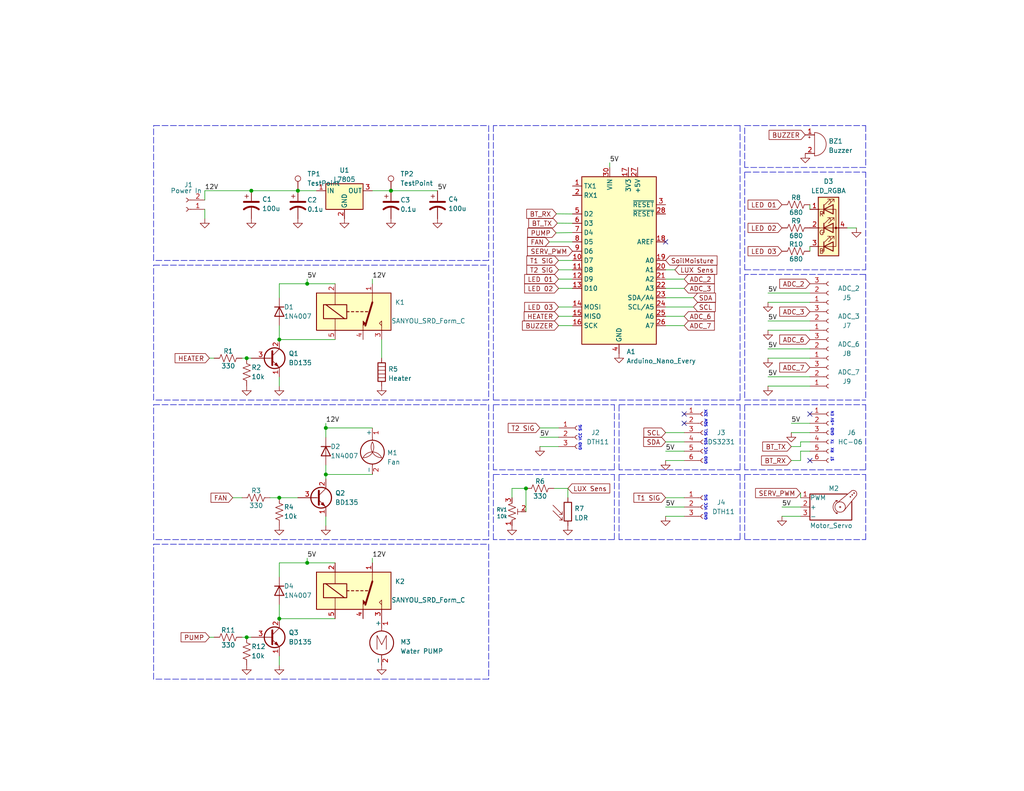
<source format=kicad_sch>
(kicad_sch (version 20211123) (generator eeschema)

  (uuid 443d555b-1a97-4bef-8c1d-ad703699ad98)

  (paper "USLetter")

  (title_block
    (title "Bluetooth Greenhouse Manager")
    (date "2023-05-21")
    (rev "R4")
  )

  (lib_symbols
    (symbol "Connector:Conn_01x02_Female" (pin_names (offset 1.016) hide) (in_bom yes) (on_board yes)
      (property "Reference" "J" (id 0) (at 0 2.54 0)
        (effects (font (size 1.27 1.27)))
      )
      (property "Value" "Conn_01x02_Female" (id 1) (at 0 -5.08 0)
        (effects (font (size 1.27 1.27)))
      )
      (property "Footprint" "" (id 2) (at 0 0 0)
        (effects (font (size 1.27 1.27)) hide)
      )
      (property "Datasheet" "~" (id 3) (at 0 0 0)
        (effects (font (size 1.27 1.27)) hide)
      )
      (property "ki_keywords" "connector" (id 4) (at 0 0 0)
        (effects (font (size 1.27 1.27)) hide)
      )
      (property "ki_description" "Generic connector, single row, 01x02, script generated (kicad-library-utils/schlib/autogen/connector/)" (id 5) (at 0 0 0)
        (effects (font (size 1.27 1.27)) hide)
      )
      (property "ki_fp_filters" "Connector*:*_1x??_*" (id 6) (at 0 0 0)
        (effects (font (size 1.27 1.27)) hide)
      )
      (symbol "Conn_01x02_Female_1_1"
        (arc (start 0 -2.032) (mid -0.508 -2.54) (end 0 -3.048)
          (stroke (width 0.1524) (type default) (color 0 0 0 0))
          (fill (type none))
        )
        (polyline
          (pts
            (xy -1.27 -2.54)
            (xy -0.508 -2.54)
          )
          (stroke (width 0.1524) (type default) (color 0 0 0 0))
          (fill (type none))
        )
        (polyline
          (pts
            (xy -1.27 0)
            (xy -0.508 0)
          )
          (stroke (width 0.1524) (type default) (color 0 0 0 0))
          (fill (type none))
        )
        (arc (start 0 0.508) (mid -0.508 0) (end 0 -0.508)
          (stroke (width 0.1524) (type default) (color 0 0 0 0))
          (fill (type none))
        )
        (pin passive line (at -5.08 0 0) (length 3.81)
          (name "Pin_1" (effects (font (size 1.27 1.27))))
          (number "1" (effects (font (size 1.27 1.27))))
        )
        (pin passive line (at -5.08 -2.54 0) (length 3.81)
          (name "Pin_2" (effects (font (size 1.27 1.27))))
          (number "2" (effects (font (size 1.27 1.27))))
        )
      )
    )
    (symbol "Connector:Conn_01x03_Female" (pin_names (offset 1.016) hide) (in_bom yes) (on_board yes)
      (property "Reference" "J" (id 0) (at 0 5.08 0)
        (effects (font (size 1.27 1.27)))
      )
      (property "Value" "Conn_01x03_Female" (id 1) (at 0 -5.08 0)
        (effects (font (size 1.27 1.27)))
      )
      (property "Footprint" "" (id 2) (at 0 0 0)
        (effects (font (size 1.27 1.27)) hide)
      )
      (property "Datasheet" "~" (id 3) (at 0 0 0)
        (effects (font (size 1.27 1.27)) hide)
      )
      (property "ki_keywords" "connector" (id 4) (at 0 0 0)
        (effects (font (size 1.27 1.27)) hide)
      )
      (property "ki_description" "Generic connector, single row, 01x03, script generated (kicad-library-utils/schlib/autogen/connector/)" (id 5) (at 0 0 0)
        (effects (font (size 1.27 1.27)) hide)
      )
      (property "ki_fp_filters" "Connector*:*_1x??_*" (id 6) (at 0 0 0)
        (effects (font (size 1.27 1.27)) hide)
      )
      (symbol "Conn_01x03_Female_1_1"
        (arc (start 0 -2.032) (mid -0.508 -2.54) (end 0 -3.048)
          (stroke (width 0.1524) (type default) (color 0 0 0 0))
          (fill (type none))
        )
        (polyline
          (pts
            (xy -1.27 -2.54)
            (xy -0.508 -2.54)
          )
          (stroke (width 0.1524) (type default) (color 0 0 0 0))
          (fill (type none))
        )
        (polyline
          (pts
            (xy -1.27 0)
            (xy -0.508 0)
          )
          (stroke (width 0.1524) (type default) (color 0 0 0 0))
          (fill (type none))
        )
        (polyline
          (pts
            (xy -1.27 2.54)
            (xy -0.508 2.54)
          )
          (stroke (width 0.1524) (type default) (color 0 0 0 0))
          (fill (type none))
        )
        (arc (start 0 0.508) (mid -0.508 0) (end 0 -0.508)
          (stroke (width 0.1524) (type default) (color 0 0 0 0))
          (fill (type none))
        )
        (arc (start 0 3.048) (mid -0.508 2.54) (end 0 2.032)
          (stroke (width 0.1524) (type default) (color 0 0 0 0))
          (fill (type none))
        )
        (pin passive line (at -5.08 2.54 0) (length 3.81)
          (name "Pin_1" (effects (font (size 1.27 1.27))))
          (number "1" (effects (font (size 1.27 1.27))))
        )
        (pin passive line (at -5.08 0 0) (length 3.81)
          (name "Pin_2" (effects (font (size 1.27 1.27))))
          (number "2" (effects (font (size 1.27 1.27))))
        )
        (pin passive line (at -5.08 -2.54 0) (length 3.81)
          (name "Pin_3" (effects (font (size 1.27 1.27))))
          (number "3" (effects (font (size 1.27 1.27))))
        )
      )
    )
    (symbol "Connector:Conn_01x06_Female" (pin_names (offset 1.016) hide) (in_bom yes) (on_board yes)
      (property "Reference" "J" (id 0) (at 0 7.62 0)
        (effects (font (size 1.27 1.27)))
      )
      (property "Value" "Conn_01x06_Female" (id 1) (at 0 -10.16 0)
        (effects (font (size 1.27 1.27)))
      )
      (property "Footprint" "" (id 2) (at 0 0 0)
        (effects (font (size 1.27 1.27)) hide)
      )
      (property "Datasheet" "~" (id 3) (at 0 0 0)
        (effects (font (size 1.27 1.27)) hide)
      )
      (property "ki_keywords" "connector" (id 4) (at 0 0 0)
        (effects (font (size 1.27 1.27)) hide)
      )
      (property "ki_description" "Generic connector, single row, 01x06, script generated (kicad-library-utils/schlib/autogen/connector/)" (id 5) (at 0 0 0)
        (effects (font (size 1.27 1.27)) hide)
      )
      (property "ki_fp_filters" "Connector*:*_1x??_*" (id 6) (at 0 0 0)
        (effects (font (size 1.27 1.27)) hide)
      )
      (symbol "Conn_01x06_Female_1_1"
        (arc (start 0 -7.112) (mid -0.508 -7.62) (end 0 -8.128)
          (stroke (width 0.1524) (type default) (color 0 0 0 0))
          (fill (type none))
        )
        (arc (start 0 -4.572) (mid -0.508 -5.08) (end 0 -5.588)
          (stroke (width 0.1524) (type default) (color 0 0 0 0))
          (fill (type none))
        )
        (arc (start 0 -2.032) (mid -0.508 -2.54) (end 0 -3.048)
          (stroke (width 0.1524) (type default) (color 0 0 0 0))
          (fill (type none))
        )
        (polyline
          (pts
            (xy -1.27 -7.62)
            (xy -0.508 -7.62)
          )
          (stroke (width 0.1524) (type default) (color 0 0 0 0))
          (fill (type none))
        )
        (polyline
          (pts
            (xy -1.27 -5.08)
            (xy -0.508 -5.08)
          )
          (stroke (width 0.1524) (type default) (color 0 0 0 0))
          (fill (type none))
        )
        (polyline
          (pts
            (xy -1.27 -2.54)
            (xy -0.508 -2.54)
          )
          (stroke (width 0.1524) (type default) (color 0 0 0 0))
          (fill (type none))
        )
        (polyline
          (pts
            (xy -1.27 0)
            (xy -0.508 0)
          )
          (stroke (width 0.1524) (type default) (color 0 0 0 0))
          (fill (type none))
        )
        (polyline
          (pts
            (xy -1.27 2.54)
            (xy -0.508 2.54)
          )
          (stroke (width 0.1524) (type default) (color 0 0 0 0))
          (fill (type none))
        )
        (polyline
          (pts
            (xy -1.27 5.08)
            (xy -0.508 5.08)
          )
          (stroke (width 0.1524) (type default) (color 0 0 0 0))
          (fill (type none))
        )
        (arc (start 0 0.508) (mid -0.508 0) (end 0 -0.508)
          (stroke (width 0.1524) (type default) (color 0 0 0 0))
          (fill (type none))
        )
        (arc (start 0 3.048) (mid -0.508 2.54) (end 0 2.032)
          (stroke (width 0.1524) (type default) (color 0 0 0 0))
          (fill (type none))
        )
        (arc (start 0 5.588) (mid -0.508 5.08) (end 0 4.572)
          (stroke (width 0.1524) (type default) (color 0 0 0 0))
          (fill (type none))
        )
        (pin passive line (at -5.08 5.08 0) (length 3.81)
          (name "Pin_1" (effects (font (size 1.27 1.27))))
          (number "1" (effects (font (size 1.27 1.27))))
        )
        (pin passive line (at -5.08 2.54 0) (length 3.81)
          (name "Pin_2" (effects (font (size 1.27 1.27))))
          (number "2" (effects (font (size 1.27 1.27))))
        )
        (pin passive line (at -5.08 0 0) (length 3.81)
          (name "Pin_3" (effects (font (size 1.27 1.27))))
          (number "3" (effects (font (size 1.27 1.27))))
        )
        (pin passive line (at -5.08 -2.54 0) (length 3.81)
          (name "Pin_4" (effects (font (size 1.27 1.27))))
          (number "4" (effects (font (size 1.27 1.27))))
        )
        (pin passive line (at -5.08 -5.08 0) (length 3.81)
          (name "Pin_5" (effects (font (size 1.27 1.27))))
          (number "5" (effects (font (size 1.27 1.27))))
        )
        (pin passive line (at -5.08 -7.62 0) (length 3.81)
          (name "Pin_6" (effects (font (size 1.27 1.27))))
          (number "6" (effects (font (size 1.27 1.27))))
        )
      )
    )
    (symbol "Connector:TestPoint" (pin_numbers hide) (pin_names (offset 0.762) hide) (in_bom yes) (on_board yes)
      (property "Reference" "TP" (id 0) (at 0 6.858 0)
        (effects (font (size 1.27 1.27)))
      )
      (property "Value" "TestPoint" (id 1) (at 0 5.08 0)
        (effects (font (size 1.27 1.27)))
      )
      (property "Footprint" "" (id 2) (at 5.08 0 0)
        (effects (font (size 1.27 1.27)) hide)
      )
      (property "Datasheet" "~" (id 3) (at 5.08 0 0)
        (effects (font (size 1.27 1.27)) hide)
      )
      (property "ki_keywords" "test point tp" (id 4) (at 0 0 0)
        (effects (font (size 1.27 1.27)) hide)
      )
      (property "ki_description" "test point" (id 5) (at 0 0 0)
        (effects (font (size 1.27 1.27)) hide)
      )
      (property "ki_fp_filters" "Pin* Test*" (id 6) (at 0 0 0)
        (effects (font (size 1.27 1.27)) hide)
      )
      (symbol "TestPoint_0_1"
        (circle (center 0 3.302) (radius 0.762)
          (stroke (width 0) (type default) (color 0 0 0 0))
          (fill (type none))
        )
      )
      (symbol "TestPoint_1_1"
        (pin passive line (at 0 0 90) (length 2.54)
          (name "1" (effects (font (size 1.27 1.27))))
          (number "1" (effects (font (size 1.27 1.27))))
        )
      )
    )
    (symbol "Device:Buzzer" (pin_names (offset 0.0254) hide) (in_bom yes) (on_board yes)
      (property "Reference" "BZ" (id 0) (at 3.81 1.27 0)
        (effects (font (size 1.27 1.27)) (justify left))
      )
      (property "Value" "Buzzer" (id 1) (at 3.81 -1.27 0)
        (effects (font (size 1.27 1.27)) (justify left))
      )
      (property "Footprint" "" (id 2) (at -0.635 2.54 90)
        (effects (font (size 1.27 1.27)) hide)
      )
      (property "Datasheet" "~" (id 3) (at -0.635 2.54 90)
        (effects (font (size 1.27 1.27)) hide)
      )
      (property "ki_keywords" "quartz resonator ceramic" (id 4) (at 0 0 0)
        (effects (font (size 1.27 1.27)) hide)
      )
      (property "ki_description" "Buzzer, polarized" (id 5) (at 0 0 0)
        (effects (font (size 1.27 1.27)) hide)
      )
      (property "ki_fp_filters" "*Buzzer*" (id 6) (at 0 0 0)
        (effects (font (size 1.27 1.27)) hide)
      )
      (symbol "Buzzer_0_1"
        (arc (start 0 -3.175) (mid 3.175 0) (end 0 3.175)
          (stroke (width 0) (type default) (color 0 0 0 0))
          (fill (type none))
        )
        (polyline
          (pts
            (xy -1.651 1.905)
            (xy -1.143 1.905)
          )
          (stroke (width 0) (type default) (color 0 0 0 0))
          (fill (type none))
        )
        (polyline
          (pts
            (xy -1.397 2.159)
            (xy -1.397 1.651)
          )
          (stroke (width 0) (type default) (color 0 0 0 0))
          (fill (type none))
        )
        (polyline
          (pts
            (xy 0 3.175)
            (xy 0 -3.175)
          )
          (stroke (width 0) (type default) (color 0 0 0 0))
          (fill (type none))
        )
      )
      (symbol "Buzzer_1_1"
        (pin passive line (at -2.54 2.54 0) (length 2.54)
          (name "-" (effects (font (size 1.27 1.27))))
          (number "1" (effects (font (size 1.27 1.27))))
        )
        (pin passive line (at -2.54 -2.54 0) (length 2.54)
          (name "+" (effects (font (size 1.27 1.27))))
          (number "2" (effects (font (size 1.27 1.27))))
        )
      )
    )
    (symbol "Device:C_Polarized_US" (pin_numbers hide) (pin_names (offset 0.254) hide) (in_bom yes) (on_board yes)
      (property "Reference" "C" (id 0) (at 0.635 2.54 0)
        (effects (font (size 1.27 1.27)) (justify left))
      )
      (property "Value" "C_Polarized_US" (id 1) (at 0.635 -2.54 0)
        (effects (font (size 1.27 1.27)) (justify left))
      )
      (property "Footprint" "" (id 2) (at 0 0 0)
        (effects (font (size 1.27 1.27)) hide)
      )
      (property "Datasheet" "~" (id 3) (at 0 0 0)
        (effects (font (size 1.27 1.27)) hide)
      )
      (property "ki_keywords" "cap capacitor" (id 4) (at 0 0 0)
        (effects (font (size 1.27 1.27)) hide)
      )
      (property "ki_description" "Polarized capacitor, US symbol" (id 5) (at 0 0 0)
        (effects (font (size 1.27 1.27)) hide)
      )
      (property "ki_fp_filters" "CP_*" (id 6) (at 0 0 0)
        (effects (font (size 1.27 1.27)) hide)
      )
      (symbol "C_Polarized_US_0_1"
        (polyline
          (pts
            (xy -2.032 0.762)
            (xy 2.032 0.762)
          )
          (stroke (width 0.508) (type default) (color 0 0 0 0))
          (fill (type none))
        )
        (polyline
          (pts
            (xy -1.778 2.286)
            (xy -0.762 2.286)
          )
          (stroke (width 0) (type default) (color 0 0 0 0))
          (fill (type none))
        )
        (polyline
          (pts
            (xy -1.27 1.778)
            (xy -1.27 2.794)
          )
          (stroke (width 0) (type default) (color 0 0 0 0))
          (fill (type none))
        )
        (arc (start 2.032 -1.27) (mid 0 -0.5572) (end -2.032 -1.27)
          (stroke (width 0.508) (type default) (color 0 0 0 0))
          (fill (type none))
        )
      )
      (symbol "C_Polarized_US_1_1"
        (pin passive line (at 0 3.81 270) (length 2.794)
          (name "~" (effects (font (size 1.27 1.27))))
          (number "1" (effects (font (size 1.27 1.27))))
        )
        (pin passive line (at 0 -3.81 90) (length 3.302)
          (name "~" (effects (font (size 1.27 1.27))))
          (number "2" (effects (font (size 1.27 1.27))))
        )
      )
    )
    (symbol "Device:Heater" (pin_numbers hide) (pin_names (offset 0)) (in_bom yes) (on_board yes)
      (property "Reference" "R" (id 0) (at 2.032 0 90)
        (effects (font (size 1.27 1.27)))
      )
      (property "Value" "Heater" (id 1) (at -2.032 0 90)
        (effects (font (size 1.27 1.27)))
      )
      (property "Footprint" "" (id 2) (at -1.778 0 90)
        (effects (font (size 1.27 1.27)) hide)
      )
      (property "Datasheet" "~" (id 3) (at 0 0 0)
        (effects (font (size 1.27 1.27)) hide)
      )
      (property "ki_keywords" "heater R resistor" (id 4) (at 0 0 0)
        (effects (font (size 1.27 1.27)) hide)
      )
      (property "ki_description" "Resistive heater" (id 5) (at 0 0 0)
        (effects (font (size 1.27 1.27)) hide)
      )
      (symbol "Heater_0_1"
        (rectangle (start -1.016 -2.54) (end 1.016 2.54)
          (stroke (width 0.254) (type default) (color 0 0 0 0))
          (fill (type none))
        )
        (polyline
          (pts
            (xy -1.016 1.524)
            (xy 1.016 1.524)
          )
          (stroke (width 0) (type default) (color 0 0 0 0))
          (fill (type none))
        )
        (polyline
          (pts
            (xy 1.016 -1.524)
            (xy -1.016 -1.524)
          )
          (stroke (width 0) (type default) (color 0 0 0 0))
          (fill (type none))
        )
        (polyline
          (pts
            (xy 1.016 -0.508)
            (xy -1.016 -0.508)
          )
          (stroke (width 0) (type default) (color 0 0 0 0))
          (fill (type none))
        )
        (polyline
          (pts
            (xy 1.016 0.508)
            (xy -1.016 0.508)
          )
          (stroke (width 0) (type default) (color 0 0 0 0))
          (fill (type none))
        )
      )
      (symbol "Heater_1_1"
        (pin passive line (at 0 3.81 270) (length 1.27)
          (name "~" (effects (font (size 1.27 1.27))))
          (number "1" (effects (font (size 1.27 1.27))))
        )
        (pin passive line (at 0 -3.81 90) (length 1.27)
          (name "~" (effects (font (size 1.27 1.27))))
          (number "2" (effects (font (size 1.27 1.27))))
        )
      )
    )
    (symbol "Device:LED_RGBA" (pin_names (offset 0) hide) (in_bom yes) (on_board yes)
      (property "Reference" "D" (id 0) (at 0 9.398 0)
        (effects (font (size 1.27 1.27)))
      )
      (property "Value" "LED_RGBA" (id 1) (at 0 -8.89 0)
        (effects (font (size 1.27 1.27)))
      )
      (property "Footprint" "" (id 2) (at 0 -1.27 0)
        (effects (font (size 1.27 1.27)) hide)
      )
      (property "Datasheet" "~" (id 3) (at 0 -1.27 0)
        (effects (font (size 1.27 1.27)) hide)
      )
      (property "ki_keywords" "LED RGB diode" (id 4) (at 0 0 0)
        (effects (font (size 1.27 1.27)) hide)
      )
      (property "ki_description" "RGB LED, red/green/blue/anode" (id 5) (at 0 0 0)
        (effects (font (size 1.27 1.27)) hide)
      )
      (property "ki_fp_filters" "LED* LED_SMD:* LED_THT:*" (id 6) (at 0 0 0)
        (effects (font (size 1.27 1.27)) hide)
      )
      (symbol "LED_RGBA_0_0"
        (text "B" (at -1.905 -6.35 0)
          (effects (font (size 1.27 1.27)))
        )
        (text "G" (at -1.905 -1.27 0)
          (effects (font (size 1.27 1.27)))
        )
        (text "R" (at -1.905 3.81 0)
          (effects (font (size 1.27 1.27)))
        )
      )
      (symbol "LED_RGBA_0_1"
        (polyline
          (pts
            (xy -1.27 -5.08)
            (xy -2.54 -5.08)
          )
          (stroke (width 0) (type default) (color 0 0 0 0))
          (fill (type none))
        )
        (polyline
          (pts
            (xy -1.27 -5.08)
            (xy 1.27 -5.08)
          )
          (stroke (width 0) (type default) (color 0 0 0 0))
          (fill (type none))
        )
        (polyline
          (pts
            (xy -1.27 -3.81)
            (xy -1.27 -6.35)
          )
          (stroke (width 0.254) (type default) (color 0 0 0 0))
          (fill (type none))
        )
        (polyline
          (pts
            (xy -1.27 0)
            (xy -2.54 0)
          )
          (stroke (width 0) (type default) (color 0 0 0 0))
          (fill (type none))
        )
        (polyline
          (pts
            (xy -1.27 1.27)
            (xy -1.27 -1.27)
          )
          (stroke (width 0.254) (type default) (color 0 0 0 0))
          (fill (type none))
        )
        (polyline
          (pts
            (xy -1.27 5.08)
            (xy -2.54 5.08)
          )
          (stroke (width 0) (type default) (color 0 0 0 0))
          (fill (type none))
        )
        (polyline
          (pts
            (xy -1.27 5.08)
            (xy 1.27 5.08)
          )
          (stroke (width 0) (type default) (color 0 0 0 0))
          (fill (type none))
        )
        (polyline
          (pts
            (xy -1.27 6.35)
            (xy -1.27 3.81)
          )
          (stroke (width 0.254) (type default) (color 0 0 0 0))
          (fill (type none))
        )
        (polyline
          (pts
            (xy 1.27 0)
            (xy -1.27 0)
          )
          (stroke (width 0) (type default) (color 0 0 0 0))
          (fill (type none))
        )
        (polyline
          (pts
            (xy 1.27 0)
            (xy 2.54 0)
          )
          (stroke (width 0) (type default) (color 0 0 0 0))
          (fill (type none))
        )
        (polyline
          (pts
            (xy -1.27 1.27)
            (xy -1.27 -1.27)
            (xy -1.27 -1.27)
          )
          (stroke (width 0) (type default) (color 0 0 0 0))
          (fill (type none))
        )
        (polyline
          (pts
            (xy -1.27 6.35)
            (xy -1.27 3.81)
            (xy -1.27 3.81)
          )
          (stroke (width 0) (type default) (color 0 0 0 0))
          (fill (type none))
        )
        (polyline
          (pts
            (xy 1.27 -5.08)
            (xy 2.032 -5.08)
            (xy 2.032 5.08)
            (xy 1.27 5.08)
          )
          (stroke (width 0) (type default) (color 0 0 0 0))
          (fill (type none))
        )
        (polyline
          (pts
            (xy 1.27 -3.81)
            (xy 1.27 -6.35)
            (xy -1.27 -5.08)
            (xy 1.27 -3.81)
          )
          (stroke (width 0.254) (type default) (color 0 0 0 0))
          (fill (type none))
        )
        (polyline
          (pts
            (xy 1.27 1.27)
            (xy 1.27 -1.27)
            (xy -1.27 0)
            (xy 1.27 1.27)
          )
          (stroke (width 0.254) (type default) (color 0 0 0 0))
          (fill (type none))
        )
        (polyline
          (pts
            (xy 1.27 6.35)
            (xy 1.27 3.81)
            (xy -1.27 5.08)
            (xy 1.27 6.35)
          )
          (stroke (width 0.254) (type default) (color 0 0 0 0))
          (fill (type none))
        )
        (polyline
          (pts
            (xy -1.016 -3.81)
            (xy 0.508 -2.286)
            (xy -0.254 -2.286)
            (xy 0.508 -2.286)
            (xy 0.508 -3.048)
          )
          (stroke (width 0) (type default) (color 0 0 0 0))
          (fill (type none))
        )
        (polyline
          (pts
            (xy -1.016 1.27)
            (xy 0.508 2.794)
            (xy -0.254 2.794)
            (xy 0.508 2.794)
            (xy 0.508 2.032)
          )
          (stroke (width 0) (type default) (color 0 0 0 0))
          (fill (type none))
        )
        (polyline
          (pts
            (xy -1.016 6.35)
            (xy 0.508 7.874)
            (xy -0.254 7.874)
            (xy 0.508 7.874)
            (xy 0.508 7.112)
          )
          (stroke (width 0) (type default) (color 0 0 0 0))
          (fill (type none))
        )
        (polyline
          (pts
            (xy 0 -3.81)
            (xy 1.524 -2.286)
            (xy 0.762 -2.286)
            (xy 1.524 -2.286)
            (xy 1.524 -3.048)
          )
          (stroke (width 0) (type default) (color 0 0 0 0))
          (fill (type none))
        )
        (polyline
          (pts
            (xy 0 1.27)
            (xy 1.524 2.794)
            (xy 0.762 2.794)
            (xy 1.524 2.794)
            (xy 1.524 2.032)
          )
          (stroke (width 0) (type default) (color 0 0 0 0))
          (fill (type none))
        )
        (polyline
          (pts
            (xy 0 6.35)
            (xy 1.524 7.874)
            (xy 0.762 7.874)
            (xy 1.524 7.874)
            (xy 1.524 7.112)
          )
          (stroke (width 0) (type default) (color 0 0 0 0))
          (fill (type none))
        )
        (rectangle (start 1.27 -1.27) (end 1.27 1.27)
          (stroke (width 0) (type default) (color 0 0 0 0))
          (fill (type none))
        )
        (rectangle (start 1.27 1.27) (end 1.27 1.27)
          (stroke (width 0) (type default) (color 0 0 0 0))
          (fill (type none))
        )
        (rectangle (start 1.27 3.81) (end 1.27 6.35)
          (stroke (width 0) (type default) (color 0 0 0 0))
          (fill (type none))
        )
        (rectangle (start 1.27 6.35) (end 1.27 6.35)
          (stroke (width 0) (type default) (color 0 0 0 0))
          (fill (type none))
        )
        (circle (center 2.032 0) (radius 0.254)
          (stroke (width 0) (type default) (color 0 0 0 0))
          (fill (type outline))
        )
        (rectangle (start 2.794 8.382) (end -2.794 -7.62)
          (stroke (width 0.254) (type default) (color 0 0 0 0))
          (fill (type background))
        )
      )
      (symbol "LED_RGBA_1_1"
        (pin passive line (at -5.08 5.08 0) (length 2.54)
          (name "RK" (effects (font (size 1.27 1.27))))
          (number "1" (effects (font (size 1.27 1.27))))
        )
        (pin passive line (at -5.08 0 0) (length 2.54)
          (name "GK" (effects (font (size 1.27 1.27))))
          (number "2" (effects (font (size 1.27 1.27))))
        )
        (pin passive line (at -5.08 -5.08 0) (length 2.54)
          (name "BK" (effects (font (size 1.27 1.27))))
          (number "3" (effects (font (size 1.27 1.27))))
        )
        (pin passive line (at 5.08 0 180) (length 2.54)
          (name "A" (effects (font (size 1.27 1.27))))
          (number "4" (effects (font (size 1.27 1.27))))
        )
      )
    )
    (symbol "Device:R_Photo" (pin_numbers hide) (pin_names (offset 0)) (in_bom yes) (on_board yes)
      (property "Reference" "R" (id 0) (at 1.27 1.27 0)
        (effects (font (size 1.27 1.27)) (justify left))
      )
      (property "Value" "R_Photo" (id 1) (at 1.27 0 0)
        (effects (font (size 1.27 1.27)) (justify left top))
      )
      (property "Footprint" "" (id 2) (at 1.27 -6.35 90)
        (effects (font (size 1.27 1.27)) (justify left) hide)
      )
      (property "Datasheet" "~" (id 3) (at 0 -1.27 0)
        (effects (font (size 1.27 1.27)) hide)
      )
      (property "ki_keywords" "resistor variable light sensitive opto LDR" (id 4) (at 0 0 0)
        (effects (font (size 1.27 1.27)) hide)
      )
      (property "ki_description" "Photoresistor" (id 5) (at 0 0 0)
        (effects (font (size 1.27 1.27)) hide)
      )
      (property "ki_fp_filters" "*LDR* R?LDR*" (id 6) (at 0 0 0)
        (effects (font (size 1.27 1.27)) hide)
      )
      (symbol "R_Photo_0_1"
        (rectangle (start -1.016 2.54) (end 1.016 -2.54)
          (stroke (width 0.254) (type default) (color 0 0 0 0))
          (fill (type none))
        )
        (polyline
          (pts
            (xy -1.524 -2.286)
            (xy -4.064 0.254)
          )
          (stroke (width 0) (type default) (color 0 0 0 0))
          (fill (type none))
        )
        (polyline
          (pts
            (xy -1.524 -2.286)
            (xy -2.286 -2.286)
          )
          (stroke (width 0) (type default) (color 0 0 0 0))
          (fill (type none))
        )
        (polyline
          (pts
            (xy -1.524 -2.286)
            (xy -1.524 -1.524)
          )
          (stroke (width 0) (type default) (color 0 0 0 0))
          (fill (type none))
        )
        (polyline
          (pts
            (xy -1.524 -0.762)
            (xy -4.064 1.778)
          )
          (stroke (width 0) (type default) (color 0 0 0 0))
          (fill (type none))
        )
        (polyline
          (pts
            (xy -1.524 -0.762)
            (xy -2.286 -0.762)
          )
          (stroke (width 0) (type default) (color 0 0 0 0))
          (fill (type none))
        )
        (polyline
          (pts
            (xy -1.524 -0.762)
            (xy -1.524 0)
          )
          (stroke (width 0) (type default) (color 0 0 0 0))
          (fill (type none))
        )
      )
      (symbol "R_Photo_1_1"
        (pin passive line (at 0 3.81 270) (length 1.27)
          (name "~" (effects (font (size 1.27 1.27))))
          (number "1" (effects (font (size 1.27 1.27))))
        )
        (pin passive line (at 0 -3.81 90) (length 1.27)
          (name "~" (effects (font (size 1.27 1.27))))
          (number "2" (effects (font (size 1.27 1.27))))
        )
      )
    )
    (symbol "Device:R_Potentiometer_Trim_US" (pin_names (offset 1.016) hide) (in_bom yes) (on_board yes)
      (property "Reference" "RV" (id 0) (at -4.445 0 90)
        (effects (font (size 1.27 1.27)))
      )
      (property "Value" "R_Potentiometer_Trim_US" (id 1) (at -2.54 0 90)
        (effects (font (size 1.27 1.27)))
      )
      (property "Footprint" "" (id 2) (at 0 0 0)
        (effects (font (size 1.27 1.27)) hide)
      )
      (property "Datasheet" "~" (id 3) (at 0 0 0)
        (effects (font (size 1.27 1.27)) hide)
      )
      (property "ki_keywords" "resistor variable trimpot trimmer" (id 4) (at 0 0 0)
        (effects (font (size 1.27 1.27)) hide)
      )
      (property "ki_description" "Trim-potentiometer, US symbol" (id 5) (at 0 0 0)
        (effects (font (size 1.27 1.27)) hide)
      )
      (property "ki_fp_filters" "Potentiometer*" (id 6) (at 0 0 0)
        (effects (font (size 1.27 1.27)) hide)
      )
      (symbol "R_Potentiometer_Trim_US_0_1"
        (polyline
          (pts
            (xy 0 -2.286)
            (xy 0 -2.54)
          )
          (stroke (width 0) (type default) (color 0 0 0 0))
          (fill (type none))
        )
        (polyline
          (pts
            (xy 0 2.286)
            (xy 0 2.54)
          )
          (stroke (width 0) (type default) (color 0 0 0 0))
          (fill (type none))
        )
        (polyline
          (pts
            (xy 1.524 0.762)
            (xy 1.524 -0.762)
          )
          (stroke (width 0) (type default) (color 0 0 0 0))
          (fill (type none))
        )
        (polyline
          (pts
            (xy 2.54 0)
            (xy 1.524 0)
          )
          (stroke (width 0) (type default) (color 0 0 0 0))
          (fill (type none))
        )
        (polyline
          (pts
            (xy 0 -0.762)
            (xy 1.016 -1.143)
            (xy 0 -1.524)
            (xy -1.016 -1.905)
            (xy 0 -2.286)
          )
          (stroke (width 0) (type default) (color 0 0 0 0))
          (fill (type none))
        )
        (polyline
          (pts
            (xy 0 0.762)
            (xy 1.016 0.381)
            (xy 0 0)
            (xy -1.016 -0.381)
            (xy 0 -0.762)
          )
          (stroke (width 0) (type default) (color 0 0 0 0))
          (fill (type none))
        )
        (polyline
          (pts
            (xy 0 2.286)
            (xy 1.016 1.905)
            (xy 0 1.524)
            (xy -1.016 1.143)
            (xy 0 0.762)
          )
          (stroke (width 0) (type default) (color 0 0 0 0))
          (fill (type none))
        )
      )
      (symbol "R_Potentiometer_Trim_US_1_1"
        (pin passive line (at 0 3.81 270) (length 1.27)
          (name "1" (effects (font (size 1.27 1.27))))
          (number "1" (effects (font (size 1.27 1.27))))
        )
        (pin passive line (at 3.81 0 180) (length 1.27)
          (name "2" (effects (font (size 1.27 1.27))))
          (number "2" (effects (font (size 1.27 1.27))))
        )
        (pin passive line (at 0 -3.81 90) (length 1.27)
          (name "3" (effects (font (size 1.27 1.27))))
          (number "3" (effects (font (size 1.27 1.27))))
        )
      )
    )
    (symbol "Device:R_US" (pin_numbers hide) (pin_names (offset 0)) (in_bom yes) (on_board yes)
      (property "Reference" "R" (id 0) (at 2.54 0 90)
        (effects (font (size 1.27 1.27)))
      )
      (property "Value" "R_US" (id 1) (at -2.54 0 90)
        (effects (font (size 1.27 1.27)))
      )
      (property "Footprint" "" (id 2) (at 1.016 -0.254 90)
        (effects (font (size 1.27 1.27)) hide)
      )
      (property "Datasheet" "~" (id 3) (at 0 0 0)
        (effects (font (size 1.27 1.27)) hide)
      )
      (property "ki_keywords" "R res resistor" (id 4) (at 0 0 0)
        (effects (font (size 1.27 1.27)) hide)
      )
      (property "ki_description" "Resistor, US symbol" (id 5) (at 0 0 0)
        (effects (font (size 1.27 1.27)) hide)
      )
      (property "ki_fp_filters" "R_*" (id 6) (at 0 0 0)
        (effects (font (size 1.27 1.27)) hide)
      )
      (symbol "R_US_0_1"
        (polyline
          (pts
            (xy 0 -2.286)
            (xy 0 -2.54)
          )
          (stroke (width 0) (type default) (color 0 0 0 0))
          (fill (type none))
        )
        (polyline
          (pts
            (xy 0 2.286)
            (xy 0 2.54)
          )
          (stroke (width 0) (type default) (color 0 0 0 0))
          (fill (type none))
        )
        (polyline
          (pts
            (xy 0 -0.762)
            (xy 1.016 -1.143)
            (xy 0 -1.524)
            (xy -1.016 -1.905)
            (xy 0 -2.286)
          )
          (stroke (width 0) (type default) (color 0 0 0 0))
          (fill (type none))
        )
        (polyline
          (pts
            (xy 0 0.762)
            (xy 1.016 0.381)
            (xy 0 0)
            (xy -1.016 -0.381)
            (xy 0 -0.762)
          )
          (stroke (width 0) (type default) (color 0 0 0 0))
          (fill (type none))
        )
        (polyline
          (pts
            (xy 0 2.286)
            (xy 1.016 1.905)
            (xy 0 1.524)
            (xy -1.016 1.143)
            (xy 0 0.762)
          )
          (stroke (width 0) (type default) (color 0 0 0 0))
          (fill (type none))
        )
      )
      (symbol "R_US_1_1"
        (pin passive line (at 0 3.81 270) (length 1.27)
          (name "~" (effects (font (size 1.27 1.27))))
          (number "1" (effects (font (size 1.27 1.27))))
        )
        (pin passive line (at 0 -3.81 90) (length 1.27)
          (name "~" (effects (font (size 1.27 1.27))))
          (number "2" (effects (font (size 1.27 1.27))))
        )
      )
    )
    (symbol "Diode:1N4007" (pin_numbers hide) (pin_names hide) (in_bom yes) (on_board yes)
      (property "Reference" "D" (id 0) (at 0 2.54 0)
        (effects (font (size 1.27 1.27)))
      )
      (property "Value" "1N4007" (id 1) (at 0 -2.54 0)
        (effects (font (size 1.27 1.27)))
      )
      (property "Footprint" "Diode_THT:D_DO-41_SOD81_P10.16mm_Horizontal" (id 2) (at 0 -4.445 0)
        (effects (font (size 1.27 1.27)) hide)
      )
      (property "Datasheet" "http://www.vishay.com/docs/88503/1n4001.pdf" (id 3) (at 0 0 0)
        (effects (font (size 1.27 1.27)) hide)
      )
      (property "ki_keywords" "diode" (id 4) (at 0 0 0)
        (effects (font (size 1.27 1.27)) hide)
      )
      (property "ki_description" "1000V 1A General Purpose Rectifier Diode, DO-41" (id 5) (at 0 0 0)
        (effects (font (size 1.27 1.27)) hide)
      )
      (property "ki_fp_filters" "D*DO?41*" (id 6) (at 0 0 0)
        (effects (font (size 1.27 1.27)) hide)
      )
      (symbol "1N4007_0_1"
        (polyline
          (pts
            (xy -1.27 1.27)
            (xy -1.27 -1.27)
          )
          (stroke (width 0.254) (type default) (color 0 0 0 0))
          (fill (type none))
        )
        (polyline
          (pts
            (xy 1.27 0)
            (xy -1.27 0)
          )
          (stroke (width 0) (type default) (color 0 0 0 0))
          (fill (type none))
        )
        (polyline
          (pts
            (xy 1.27 1.27)
            (xy 1.27 -1.27)
            (xy -1.27 0)
            (xy 1.27 1.27)
          )
          (stroke (width 0.254) (type default) (color 0 0 0 0))
          (fill (type none))
        )
      )
      (symbol "1N4007_1_1"
        (pin passive line (at -3.81 0 0) (length 2.54)
          (name "K" (effects (font (size 1.27 1.27))))
          (number "1" (effects (font (size 1.27 1.27))))
        )
        (pin passive line (at 3.81 0 180) (length 2.54)
          (name "A" (effects (font (size 1.27 1.27))))
          (number "2" (effects (font (size 1.27 1.27))))
        )
      )
    )
    (symbol "GND_1" (power) (pin_names (offset 0)) (in_bom yes) (on_board yes)
      (property "Reference" "#PWR" (id 0) (at 0 -6.35 0)
        (effects (font (size 1.27 1.27)) hide)
      )
      (property "Value" "GND_1" (id 1) (at 0 -3.81 0)
        (effects (font (size 1.27 1.27)))
      )
      (property "Footprint" "" (id 2) (at 0 0 0)
        (effects (font (size 1.27 1.27)) hide)
      )
      (property "Datasheet" "" (id 3) (at 0 0 0)
        (effects (font (size 1.27 1.27)) hide)
      )
      (property "ki_keywords" "global power" (id 4) (at 0 0 0)
        (effects (font (size 1.27 1.27)) hide)
      )
      (property "ki_description" "Power symbol creates a global label with name \"GND\" , ground" (id 5) (at 0 0 0)
        (effects (font (size 1.27 1.27)) hide)
      )
      (symbol "GND_1_0_1"
        (polyline
          (pts
            (xy 0 0)
            (xy 0 -1.27)
            (xy 1.27 -1.27)
            (xy 0 -2.54)
            (xy -1.27 -1.27)
            (xy 0 -1.27)
          )
          (stroke (width 0) (type default) (color 0 0 0 0))
          (fill (type none))
        )
      )
      (symbol "GND_1_1_1"
        (pin power_in line (at 0 0 270) (length 0) hide
          (name "GND" (effects (font (size 1.27 1.27))))
          (number "1" (effects (font (size 1.27 1.27))))
        )
      )
    )
    (symbol "MCU_Module:Arduino_Nano_Every" (in_bom yes) (on_board yes)
      (property "Reference" "A" (id 0) (at -10.16 23.495 0)
        (effects (font (size 1.27 1.27)) (justify left bottom))
      )
      (property "Value" "Arduino_Nano_Every" (id 1) (at 5.08 -24.13 0)
        (effects (font (size 1.27 1.27)) (justify left top))
      )
      (property "Footprint" "Module:Arduino_Nano" (id 2) (at 0 0 0)
        (effects (font (size 1.27 1.27) italic) hide)
      )
      (property "Datasheet" "https://content.arduino.cc/assets/NANOEveryV3.0_sch.pdf" (id 3) (at 0 0 0)
        (effects (font (size 1.27 1.27)) hide)
      )
      (property "ki_keywords" "Arduino nano microcontroller module USB UPDI AATMega4809 AVR" (id 4) (at 0 0 0)
        (effects (font (size 1.27 1.27)) hide)
      )
      (property "ki_description" "Arduino Nano Every" (id 5) (at 0 0 0)
        (effects (font (size 1.27 1.27)) hide)
      )
      (property "ki_fp_filters" "Arduino*Nano*" (id 6) (at 0 0 0)
        (effects (font (size 1.27 1.27)) hide)
      )
      (symbol "Arduino_Nano_Every_0_1"
        (rectangle (start -10.16 22.86) (end 10.16 -22.86)
          (stroke (width 0.254) (type default) (color 0 0 0 0))
          (fill (type background))
        )
      )
      (symbol "Arduino_Nano_Every_1_1"
        (pin bidirectional line (at -12.7 20.32 0) (length 2.54)
          (name "TX1" (effects (font (size 1.27 1.27))))
          (number "1" (effects (font (size 1.27 1.27))))
        )
        (pin bidirectional line (at -12.7 0 0) (length 2.54)
          (name "D7" (effects (font (size 1.27 1.27))))
          (number "10" (effects (font (size 1.27 1.27))))
        )
        (pin bidirectional line (at -12.7 -2.54 0) (length 2.54)
          (name "D8" (effects (font (size 1.27 1.27))))
          (number "11" (effects (font (size 1.27 1.27))))
        )
        (pin bidirectional line (at -12.7 -5.08 0) (length 2.54)
          (name "D9" (effects (font (size 1.27 1.27))))
          (number "12" (effects (font (size 1.27 1.27))))
        )
        (pin bidirectional line (at -12.7 -7.62 0) (length 2.54)
          (name "D10" (effects (font (size 1.27 1.27))))
          (number "13" (effects (font (size 1.27 1.27))))
        )
        (pin bidirectional line (at -12.7 -12.7 0) (length 2.54)
          (name "MOSI" (effects (font (size 1.27 1.27))))
          (number "14" (effects (font (size 1.27 1.27))))
        )
        (pin bidirectional line (at -12.7 -15.24 0) (length 2.54)
          (name "MISO" (effects (font (size 1.27 1.27))))
          (number "15" (effects (font (size 1.27 1.27))))
        )
        (pin bidirectional line (at -12.7 -17.78 0) (length 2.54)
          (name "SCK" (effects (font (size 1.27 1.27))))
          (number "16" (effects (font (size 1.27 1.27))))
        )
        (pin power_out line (at 2.54 25.4 270) (length 2.54)
          (name "3V3" (effects (font (size 1.27 1.27))))
          (number "17" (effects (font (size 1.27 1.27))))
        )
        (pin input line (at 12.7 5.08 180) (length 2.54)
          (name "AREF" (effects (font (size 1.27 1.27))))
          (number "18" (effects (font (size 1.27 1.27))))
        )
        (pin bidirectional line (at 12.7 0 180) (length 2.54)
          (name "A0" (effects (font (size 1.27 1.27))))
          (number "19" (effects (font (size 1.27 1.27))))
        )
        (pin bidirectional line (at -12.7 17.78 0) (length 2.54)
          (name "RX1" (effects (font (size 1.27 1.27))))
          (number "2" (effects (font (size 1.27 1.27))))
        )
        (pin bidirectional line (at 12.7 -2.54 180) (length 2.54)
          (name "A1" (effects (font (size 1.27 1.27))))
          (number "20" (effects (font (size 1.27 1.27))))
        )
        (pin bidirectional line (at 12.7 -5.08 180) (length 2.54)
          (name "A2" (effects (font (size 1.27 1.27))))
          (number "21" (effects (font (size 1.27 1.27))))
        )
        (pin bidirectional line (at 12.7 -7.62 180) (length 2.54)
          (name "A3" (effects (font (size 1.27 1.27))))
          (number "22" (effects (font (size 1.27 1.27))))
        )
        (pin bidirectional line (at 12.7 -10.16 180) (length 2.54)
          (name "SDA/A4" (effects (font (size 1.27 1.27))))
          (number "23" (effects (font (size 1.27 1.27))))
        )
        (pin bidirectional line (at 12.7 -12.7 180) (length 2.54)
          (name "SCL/A5" (effects (font (size 1.27 1.27))))
          (number "24" (effects (font (size 1.27 1.27))))
        )
        (pin bidirectional line (at 12.7 -15.24 180) (length 2.54)
          (name "A6" (effects (font (size 1.27 1.27))))
          (number "25" (effects (font (size 1.27 1.27))))
        )
        (pin bidirectional line (at 12.7 -17.78 180) (length 2.54)
          (name "A7" (effects (font (size 1.27 1.27))))
          (number "26" (effects (font (size 1.27 1.27))))
        )
        (pin power_out line (at 5.08 25.4 270) (length 2.54)
          (name "+5V" (effects (font (size 1.27 1.27))))
          (number "27" (effects (font (size 1.27 1.27))))
        )
        (pin input line (at 12.7 12.7 180) (length 2.54)
          (name "~{RESET}" (effects (font (size 1.27 1.27))))
          (number "28" (effects (font (size 1.27 1.27))))
        )
        (pin passive line (at 0 -25.4 90) (length 2.54) hide
          (name "GND" (effects (font (size 1.27 1.27))))
          (number "29" (effects (font (size 1.27 1.27))))
        )
        (pin input line (at 12.7 15.24 180) (length 2.54)
          (name "~{RESET}" (effects (font (size 1.27 1.27))))
          (number "3" (effects (font (size 1.27 1.27))))
        )
        (pin power_in line (at -2.54 25.4 270) (length 2.54)
          (name "VIN" (effects (font (size 1.27 1.27))))
          (number "30" (effects (font (size 1.27 1.27))))
        )
        (pin power_in line (at 0 -25.4 90) (length 2.54)
          (name "GND" (effects (font (size 1.27 1.27))))
          (number "4" (effects (font (size 1.27 1.27))))
        )
        (pin bidirectional line (at -12.7 12.7 0) (length 2.54)
          (name "D2" (effects (font (size 1.27 1.27))))
          (number "5" (effects (font (size 1.27 1.27))))
        )
        (pin bidirectional line (at -12.7 10.16 0) (length 2.54)
          (name "D3" (effects (font (size 1.27 1.27))))
          (number "6" (effects (font (size 1.27 1.27))))
        )
        (pin bidirectional line (at -12.7 7.62 0) (length 2.54)
          (name "D4" (effects (font (size 1.27 1.27))))
          (number "7" (effects (font (size 1.27 1.27))))
        )
        (pin bidirectional line (at -12.7 5.08 0) (length 2.54)
          (name "D5" (effects (font (size 1.27 1.27))))
          (number "8" (effects (font (size 1.27 1.27))))
        )
        (pin bidirectional line (at -12.7 2.54 0) (length 2.54)
          (name "D6" (effects (font (size 1.27 1.27))))
          (number "9" (effects (font (size 1.27 1.27))))
        )
      )
    )
    (symbol "Motor:Fan" (pin_names (offset 0)) (in_bom yes) (on_board yes)
      (property "Reference" "M" (id 0) (at 2.54 5.08 0)
        (effects (font (size 1.27 1.27)) (justify left))
      )
      (property "Value" "Fan" (id 1) (at 2.54 -2.54 0)
        (effects (font (size 1.27 1.27)) (justify left top))
      )
      (property "Footprint" "" (id 2) (at 0 0.254 0)
        (effects (font (size 1.27 1.27)) hide)
      )
      (property "Datasheet" "~" (id 3) (at 0 0.254 0)
        (effects (font (size 1.27 1.27)) hide)
      )
      (property "ki_keywords" "Fan Motor" (id 4) (at 0 0 0)
        (effects (font (size 1.27 1.27)) hide)
      )
      (property "ki_description" "Fan" (id 5) (at 0 0 0)
        (effects (font (size 1.27 1.27)) hide)
      )
      (property "ki_fp_filters" "PinHeader*P2.54mm* TerminalBlock*" (id 6) (at 0 0 0)
        (effects (font (size 1.27 1.27)) hide)
      )
      (symbol "Fan_0_1"
        (arc (start -2.54 -0.508) (mid 0.0028 0.9121) (end 0 3.81)
          (stroke (width 0) (type default) (color 0 0 0 0))
          (fill (type none))
        )
        (polyline
          (pts
            (xy 0 -5.08)
            (xy 0 -4.572)
          )
          (stroke (width 0) (type default) (color 0 0 0 0))
          (fill (type none))
        )
        (polyline
          (pts
            (xy 0 -2.2352)
            (xy 0 -2.6416)
          )
          (stroke (width 0) (type default) (color 0 0 0 0))
          (fill (type none))
        )
        (polyline
          (pts
            (xy 0 4.2672)
            (xy 0 4.6228)
          )
          (stroke (width 0) (type default) (color 0 0 0 0))
          (fill (type none))
        )
        (polyline
          (pts
            (xy 0 4.572)
            (xy 0 5.08)
          )
          (stroke (width 0) (type default) (color 0 0 0 0))
          (fill (type none))
        )
        (circle (center 0 1.016) (radius 3.2512)
          (stroke (width 0.254) (type default) (color 0 0 0 0))
          (fill (type none))
        )
        (arc (start 0 3.81) (mid 0.053 0.921) (end 2.54 -0.508)
          (stroke (width 0) (type default) (color 0 0 0 0))
          (fill (type none))
        )
        (arc (start 2.54 -0.508) (mid 0 1.0618) (end -2.54 -0.508)
          (stroke (width 0) (type default) (color 0 0 0 0))
          (fill (type none))
        )
      )
      (symbol "Fan_1_1"
        (pin passive line (at 0 7.62 270) (length 2.54)
          (name "+" (effects (font (size 1.27 1.27))))
          (number "1" (effects (font (size 1.27 1.27))))
        )
        (pin passive line (at 0 -5.08 90) (length 2.54)
          (name "-" (effects (font (size 1.27 1.27))))
          (number "2" (effects (font (size 1.27 1.27))))
        )
      )
    )
    (symbol "Motor:Motor_DC" (pin_names (offset 0)) (in_bom yes) (on_board yes)
      (property "Reference" "M" (id 0) (at 2.54 2.54 0)
        (effects (font (size 1.27 1.27)) (justify left))
      )
      (property "Value" "Motor_DC" (id 1) (at 2.54 -5.08 0)
        (effects (font (size 1.27 1.27)) (justify left top))
      )
      (property "Footprint" "" (id 2) (at 0 -2.286 0)
        (effects (font (size 1.27 1.27)) hide)
      )
      (property "Datasheet" "~" (id 3) (at 0 -2.286 0)
        (effects (font (size 1.27 1.27)) hide)
      )
      (property "ki_keywords" "DC Motor" (id 4) (at 0 0 0)
        (effects (font (size 1.27 1.27)) hide)
      )
      (property "ki_description" "DC Motor" (id 5) (at 0 0 0)
        (effects (font (size 1.27 1.27)) hide)
      )
      (property "ki_fp_filters" "PinHeader*P2.54mm* TerminalBlock*" (id 6) (at 0 0 0)
        (effects (font (size 1.27 1.27)) hide)
      )
      (symbol "Motor_DC_0_0"
        (polyline
          (pts
            (xy -1.27 -3.302)
            (xy -1.27 0.508)
            (xy 0 -2.032)
            (xy 1.27 0.508)
            (xy 1.27 -3.302)
          )
          (stroke (width 0) (type default) (color 0 0 0 0))
          (fill (type none))
        )
      )
      (symbol "Motor_DC_0_1"
        (circle (center 0 -1.524) (radius 3.2512)
          (stroke (width 0.254) (type default) (color 0 0 0 0))
          (fill (type none))
        )
        (polyline
          (pts
            (xy 0 -7.62)
            (xy 0 -7.112)
          )
          (stroke (width 0) (type default) (color 0 0 0 0))
          (fill (type none))
        )
        (polyline
          (pts
            (xy 0 -4.7752)
            (xy 0 -5.1816)
          )
          (stroke (width 0) (type default) (color 0 0 0 0))
          (fill (type none))
        )
        (polyline
          (pts
            (xy 0 1.7272)
            (xy 0 2.0828)
          )
          (stroke (width 0) (type default) (color 0 0 0 0))
          (fill (type none))
        )
        (polyline
          (pts
            (xy 0 2.032)
            (xy 0 2.54)
          )
          (stroke (width 0) (type default) (color 0 0 0 0))
          (fill (type none))
        )
      )
      (symbol "Motor_DC_1_1"
        (pin passive line (at 0 5.08 270) (length 2.54)
          (name "+" (effects (font (size 1.27 1.27))))
          (number "1" (effects (font (size 1.27 1.27))))
        )
        (pin passive line (at 0 -7.62 90) (length 2.54)
          (name "-" (effects (font (size 1.27 1.27))))
          (number "2" (effects (font (size 1.27 1.27))))
        )
      )
    )
    (symbol "Motor:Motor_Servo" (pin_names (offset 0.0254)) (in_bom yes) (on_board yes)
      (property "Reference" "M" (id 0) (at -5.08 4.445 0)
        (effects (font (size 1.27 1.27)) (justify left))
      )
      (property "Value" "Motor_Servo" (id 1) (at -5.08 -4.064 0)
        (effects (font (size 1.27 1.27)) (justify left top))
      )
      (property "Footprint" "" (id 2) (at 0 -4.826 0)
        (effects (font (size 1.27 1.27)) hide)
      )
      (property "Datasheet" "http://forums.parallax.com/uploads/attachments/46831/74481.png" (id 3) (at 0 -4.826 0)
        (effects (font (size 1.27 1.27)) hide)
      )
      (property "ki_keywords" "Servo Motor" (id 4) (at 0 0 0)
        (effects (font (size 1.27 1.27)) hide)
      )
      (property "ki_description" "Servo Motor (Futaba, HiTec, JR connector)" (id 5) (at 0 0 0)
        (effects (font (size 1.27 1.27)) hide)
      )
      (property "ki_fp_filters" "PinHeader*P2.54mm*" (id 6) (at 0 0 0)
        (effects (font (size 1.27 1.27)) hide)
      )
      (symbol "Motor_Servo_0_1"
        (polyline
          (pts
            (xy 2.413 -1.778)
            (xy 2.032 -1.778)
          )
          (stroke (width 0) (type default) (color 0 0 0 0))
          (fill (type none))
        )
        (polyline
          (pts
            (xy 2.413 -1.778)
            (xy 2.286 -1.397)
          )
          (stroke (width 0) (type default) (color 0 0 0 0))
          (fill (type none))
        )
        (polyline
          (pts
            (xy 2.413 1.778)
            (xy 1.905 1.778)
          )
          (stroke (width 0) (type default) (color 0 0 0 0))
          (fill (type none))
        )
        (polyline
          (pts
            (xy 2.413 1.778)
            (xy 2.286 1.397)
          )
          (stroke (width 0) (type default) (color 0 0 0 0))
          (fill (type none))
        )
        (polyline
          (pts
            (xy 6.35 4.445)
            (xy 2.54 1.27)
          )
          (stroke (width 0) (type default) (color 0 0 0 0))
          (fill (type none))
        )
        (polyline
          (pts
            (xy 7.62 3.175)
            (xy 4.191 -1.016)
          )
          (stroke (width 0) (type default) (color 0 0 0 0))
          (fill (type none))
        )
        (polyline
          (pts
            (xy 5.08 3.556)
            (xy -5.08 3.556)
            (xy -5.08 -3.556)
            (xy 6.35 -3.556)
            (xy 6.35 1.524)
          )
          (stroke (width 0.254) (type default) (color 0 0 0 0))
          (fill (type none))
        )
        (arc (start 2.413 1.778) (mid 1.2406 0) (end 2.413 -1.778)
          (stroke (width 0) (type default) (color 0 0 0 0))
          (fill (type none))
        )
        (circle (center 3.175 0) (radius 0.1778)
          (stroke (width 0) (type default) (color 0 0 0 0))
          (fill (type none))
        )
        (circle (center 3.175 0) (radius 1.4224)
          (stroke (width 0) (type default) (color 0 0 0 0))
          (fill (type none))
        )
        (circle (center 5.969 2.794) (radius 0.127)
          (stroke (width 0) (type default) (color 0 0 0 0))
          (fill (type none))
        )
        (circle (center 6.477 3.302) (radius 0.127)
          (stroke (width 0) (type default) (color 0 0 0 0))
          (fill (type none))
        )
        (circle (center 6.985 3.81) (radius 0.127)
          (stroke (width 0) (type default) (color 0 0 0 0))
          (fill (type none))
        )
        (arc (start 7.62 3.175) (mid 7.4485 4.2735) (end 6.35 4.445)
          (stroke (width 0) (type default) (color 0 0 0 0))
          (fill (type none))
        )
      )
      (symbol "Motor_Servo_1_1"
        (pin passive line (at -7.62 2.54 0) (length 2.54)
          (name "PWM" (effects (font (size 1.27 1.27))))
          (number "1" (effects (font (size 1.27 1.27))))
        )
        (pin passive line (at -7.62 0 0) (length 2.54)
          (name "+" (effects (font (size 1.27 1.27))))
          (number "2" (effects (font (size 1.27 1.27))))
        )
        (pin passive line (at -7.62 -2.54 0) (length 2.54)
          (name "-" (effects (font (size 1.27 1.27))))
          (number "3" (effects (font (size 1.27 1.27))))
        )
      )
    )
    (symbol "Regulator_Linear:L7805" (pin_names (offset 0.254)) (in_bom yes) (on_board yes)
      (property "Reference" "U" (id 0) (at -3.81 3.175 0)
        (effects (font (size 1.27 1.27)))
      )
      (property "Value" "L7805" (id 1) (at 0 3.175 0)
        (effects (font (size 1.27 1.27)) (justify left))
      )
      (property "Footprint" "" (id 2) (at 0.635 -3.81 0)
        (effects (font (size 1.27 1.27) italic) (justify left) hide)
      )
      (property "Datasheet" "http://www.st.com/content/ccc/resource/technical/document/datasheet/41/4f/b3/b0/12/d4/47/88/CD00000444.pdf/files/CD00000444.pdf/jcr:content/translations/en.CD00000444.pdf" (id 3) (at 0 -1.27 0)
        (effects (font (size 1.27 1.27)) hide)
      )
      (property "ki_keywords" "Voltage Regulator 1.5A Positive" (id 4) (at 0 0 0)
        (effects (font (size 1.27 1.27)) hide)
      )
      (property "ki_description" "Positive 1.5A 35V Linear Regulator, Fixed Output 5V, TO-220/TO-263/TO-252" (id 5) (at 0 0 0)
        (effects (font (size 1.27 1.27)) hide)
      )
      (property "ki_fp_filters" "TO?252* TO?263* TO?220*" (id 6) (at 0 0 0)
        (effects (font (size 1.27 1.27)) hide)
      )
      (symbol "L7805_0_1"
        (rectangle (start -5.08 1.905) (end 5.08 -5.08)
          (stroke (width 0.254) (type default) (color 0 0 0 0))
          (fill (type background))
        )
      )
      (symbol "L7805_1_1"
        (pin power_in line (at -7.62 0 0) (length 2.54)
          (name "IN" (effects (font (size 1.27 1.27))))
          (number "1" (effects (font (size 1.27 1.27))))
        )
        (pin power_in line (at 0 -7.62 90) (length 2.54)
          (name "GND" (effects (font (size 1.27 1.27))))
          (number "2" (effects (font (size 1.27 1.27))))
        )
        (pin power_out line (at 7.62 0 180) (length 2.54)
          (name "OUT" (effects (font (size 1.27 1.27))))
          (number "3" (effects (font (size 1.27 1.27))))
        )
      )
    )
    (symbol "Relay:SANYOU_SRD_Form_C" (in_bom yes) (on_board yes)
      (property "Reference" "K" (id 0) (at 11.43 3.81 0)
        (effects (font (size 1.27 1.27)) (justify left))
      )
      (property "Value" "SANYOU_SRD_Form_C" (id 1) (at 11.43 1.27 0)
        (effects (font (size 1.27 1.27)) (justify left))
      )
      (property "Footprint" "Relay_THT:Relay_SPDT_SANYOU_SRD_Series_Form_C" (id 2) (at 11.43 -1.27 0)
        (effects (font (size 1.27 1.27)) (justify left) hide)
      )
      (property "Datasheet" "http://www.sanyourelay.ca/public/products/pdf/SRD.pdf" (id 3) (at 0 0 0)
        (effects (font (size 1.27 1.27)) hide)
      )
      (property "ki_keywords" "Single Pole Relay SPDT" (id 4) (at 0 0 0)
        (effects (font (size 1.27 1.27)) hide)
      )
      (property "ki_description" "Sanyo SRD relay, Single Pole Miniature Power Relay," (id 5) (at 0 0 0)
        (effects (font (size 1.27 1.27)) hide)
      )
      (property "ki_fp_filters" "Relay*SPDT*SANYOU*SRD*Series*Form*C*" (id 6) (at 0 0 0)
        (effects (font (size 1.27 1.27)) hide)
      )
      (symbol "SANYOU_SRD_Form_C_0_0"
        (polyline
          (pts
            (xy 7.62 5.08)
            (xy 7.62 2.54)
            (xy 6.985 3.175)
            (xy 7.62 3.81)
          )
          (stroke (width 0) (type default) (color 0 0 0 0))
          (fill (type none))
        )
      )
      (symbol "SANYOU_SRD_Form_C_0_1"
        (rectangle (start -10.16 5.08) (end 10.16 -5.08)
          (stroke (width 0.254) (type default) (color 0 0 0 0))
          (fill (type background))
        )
        (rectangle (start -8.255 1.905) (end -1.905 -1.905)
          (stroke (width 0.254) (type default) (color 0 0 0 0))
          (fill (type none))
        )
        (polyline
          (pts
            (xy -7.62 -1.905)
            (xy -2.54 1.905)
          )
          (stroke (width 0.254) (type default) (color 0 0 0 0))
          (fill (type none))
        )
        (polyline
          (pts
            (xy -5.08 -5.08)
            (xy -5.08 -1.905)
          )
          (stroke (width 0) (type default) (color 0 0 0 0))
          (fill (type none))
        )
        (polyline
          (pts
            (xy -5.08 5.08)
            (xy -5.08 1.905)
          )
          (stroke (width 0) (type default) (color 0 0 0 0))
          (fill (type none))
        )
        (polyline
          (pts
            (xy -1.905 0)
            (xy -1.27 0)
          )
          (stroke (width 0.254) (type default) (color 0 0 0 0))
          (fill (type none))
        )
        (polyline
          (pts
            (xy -0.635 0)
            (xy 0 0)
          )
          (stroke (width 0.254) (type default) (color 0 0 0 0))
          (fill (type none))
        )
        (polyline
          (pts
            (xy 0.635 0)
            (xy 1.27 0)
          )
          (stroke (width 0.254) (type default) (color 0 0 0 0))
          (fill (type none))
        )
        (polyline
          (pts
            (xy 1.905 0)
            (xy 2.54 0)
          )
          (stroke (width 0.254) (type default) (color 0 0 0 0))
          (fill (type none))
        )
        (polyline
          (pts
            (xy 3.175 0)
            (xy 3.81 0)
          )
          (stroke (width 0.254) (type default) (color 0 0 0 0))
          (fill (type none))
        )
        (polyline
          (pts
            (xy 5.08 -2.54)
            (xy 3.175 3.81)
          )
          (stroke (width 0.508) (type default) (color 0 0 0 0))
          (fill (type none))
        )
        (polyline
          (pts
            (xy 5.08 -2.54)
            (xy 5.08 -5.08)
          )
          (stroke (width 0) (type default) (color 0 0 0 0))
          (fill (type none))
        )
      )
      (symbol "SANYOU_SRD_Form_C_1_1"
        (polyline
          (pts
            (xy 2.54 3.81)
            (xy 3.175 3.175)
            (xy 2.54 2.54)
            (xy 2.54 5.08)
          )
          (stroke (width 0) (type default) (color 0 0 0 0))
          (fill (type outline))
        )
        (pin passive line (at 5.08 -7.62 90) (length 2.54)
          (name "~" (effects (font (size 1.27 1.27))))
          (number "1" (effects (font (size 1.27 1.27))))
        )
        (pin passive line (at -5.08 -7.62 90) (length 2.54)
          (name "~" (effects (font (size 1.27 1.27))))
          (number "2" (effects (font (size 1.27 1.27))))
        )
        (pin passive line (at 7.62 7.62 270) (length 2.54)
          (name "~" (effects (font (size 1.27 1.27))))
          (number "3" (effects (font (size 1.27 1.27))))
        )
        (pin passive line (at 2.54 7.62 270) (length 2.54)
          (name "~" (effects (font (size 1.27 1.27))))
          (number "4" (effects (font (size 1.27 1.27))))
        )
        (pin passive line (at -5.08 7.62 270) (length 2.54)
          (name "~" (effects (font (size 1.27 1.27))))
          (number "5" (effects (font (size 1.27 1.27))))
        )
      )
    )
    (symbol "Transistor_BJT:BD135" (pin_names (offset 0) hide) (in_bom yes) (on_board yes)
      (property "Reference" "Q" (id 0) (at 5.08 1.905 0)
        (effects (font (size 1.27 1.27)) (justify left))
      )
      (property "Value" "BD135" (id 1) (at 5.08 0 0)
        (effects (font (size 1.27 1.27)) (justify left))
      )
      (property "Footprint" "Package_TO_SOT_THT:TO-126-3_Vertical" (id 2) (at 5.08 -1.905 0)
        (effects (font (size 1.27 1.27) italic) (justify left) hide)
      )
      (property "Datasheet" "http://www.st.com/internet/com/TECHNICAL_RESOURCES/TECHNICAL_LITERATURE/DATASHEET/CD00001225.pdf" (id 3) (at 0 0 0)
        (effects (font (size 1.27 1.27)) (justify left) hide)
      )
      (property "ki_keywords" "Low Voltage Transistor" (id 4) (at 0 0 0)
        (effects (font (size 1.27 1.27)) hide)
      )
      (property "ki_description" "1.5A Ic, 45V Vce, Low Voltage Transistor, TO-126" (id 5) (at 0 0 0)
        (effects (font (size 1.27 1.27)) hide)
      )
      (property "ki_fp_filters" "TO?126*" (id 6) (at 0 0 0)
        (effects (font (size 1.27 1.27)) hide)
      )
      (symbol "BD135_0_1"
        (polyline
          (pts
            (xy 0 0)
            (xy 0.635 0)
          )
          (stroke (width 0) (type default) (color 0 0 0 0))
          (fill (type none))
        )
        (polyline
          (pts
            (xy 2.54 -2.54)
            (xy 0.635 -0.635)
          )
          (stroke (width 0) (type default) (color 0 0 0 0))
          (fill (type none))
        )
        (polyline
          (pts
            (xy 2.54 2.54)
            (xy 0.635 0.635)
          )
          (stroke (width 0) (type default) (color 0 0 0 0))
          (fill (type none))
        )
        (polyline
          (pts
            (xy 0.635 1.905)
            (xy 0.635 -1.905)
            (xy 0.635 -1.905)
          )
          (stroke (width 0.508) (type default) (color 0 0 0 0))
          (fill (type outline))
        )
        (polyline
          (pts
            (xy 1.2446 -1.778)
            (xy 1.7526 -1.27)
            (xy 2.286 -2.286)
            (xy 1.2446 -1.778)
            (xy 1.2446 -1.778)
          )
          (stroke (width 0) (type default) (color 0 0 0 0))
          (fill (type outline))
        )
        (circle (center 1.27 0) (radius 2.8194)
          (stroke (width 0.3048) (type default) (color 0 0 0 0))
          (fill (type none))
        )
      )
      (symbol "BD135_1_1"
        (pin passive line (at 2.54 -5.08 90) (length 2.54)
          (name "E" (effects (font (size 1.27 1.27))))
          (number "1" (effects (font (size 1.27 1.27))))
        )
        (pin passive line (at 2.54 5.08 270) (length 2.54)
          (name "C" (effects (font (size 1.27 1.27))))
          (number "2" (effects (font (size 1.27 1.27))))
        )
        (pin input line (at -5.08 0 0) (length 5.08)
          (name "B" (effects (font (size 1.27 1.27))))
          (number "3" (effects (font (size 1.27 1.27))))
        )
      )
    )
    (symbol "power:GND" (power) (pin_names (offset 0)) (in_bom yes) (on_board yes)
      (property "Reference" "#PWR" (id 0) (at 0 -6.35 0)
        (effects (font (size 1.27 1.27)) hide)
      )
      (property "Value" "GND" (id 1) (at 0 -3.81 0)
        (effects (font (size 1.27 1.27)))
      )
      (property "Footprint" "" (id 2) (at 0 0 0)
        (effects (font (size 1.27 1.27)) hide)
      )
      (property "Datasheet" "" (id 3) (at 0 0 0)
        (effects (font (size 1.27 1.27)) hide)
      )
      (property "ki_keywords" "power-flag" (id 4) (at 0 0 0)
        (effects (font (size 1.27 1.27)) hide)
      )
      (property "ki_description" "Power symbol creates a global label with name \"GND\" , ground" (id 5) (at 0 0 0)
        (effects (font (size 1.27 1.27)) hide)
      )
      (symbol "GND_0_1"
        (polyline
          (pts
            (xy 0 0)
            (xy 0 -1.27)
            (xy 1.27 -1.27)
            (xy 0 -2.54)
            (xy -1.27 -1.27)
            (xy 0 -1.27)
          )
          (stroke (width 0) (type default) (color 0 0 0 0))
          (fill (type none))
        )
      )
      (symbol "GND_1_1"
        (pin power_in line (at 0 0 270) (length 0) hide
          (name "GND" (effects (font (size 1.27 1.27))))
          (number "1" (effects (font (size 1.27 1.27))))
        )
      )
    )
  )

  (junction (at 83.82 153.67) (diameter 0) (color 0 0 0 0)
    (uuid 06b7688c-cf8b-4583-b395-4c1220bacb93)
  )
  (junction (at 88.9 129.54) (diameter 0) (color 0 0 0 0)
    (uuid 0c3aed34-c2c2-4b2c-a74b-50b3a4b957c1)
  )
  (junction (at 88.9 116.84) (diameter 0) (color 0 0 0 0)
    (uuid 12ae8565-8e08-4dac-af08-269ab1b428e6)
  )
  (junction (at 68.58 52.07) (diameter 0) (color 0 0 0 0)
    (uuid 212a5ceb-1595-4731-a816-e464aa43f2e5)
  )
  (junction (at 83.82 77.47) (diameter 0) (color 0 0 0 0)
    (uuid 579d577b-7e8d-4bcb-be37-3d562de940fc)
  )
  (junction (at 81.28 52.07) (diameter 0) (color 0 0 0 0)
    (uuid 6c091638-f38a-43a0-857c-573729d9a53c)
  )
  (junction (at 106.68 52.07) (diameter 0) (color 0 0 0 0)
    (uuid 6d3ce722-b33f-4862-80f4-c10294aa68a5)
  )
  (junction (at 76.2 92.71) (diameter 0) (color 0 0 0 0)
    (uuid 6ebf4a52-c083-4dc3-9fa3-a957f875f663)
  )
  (junction (at 76.2 168.91) (diameter 0) (color 0 0 0 0)
    (uuid 72e9f94e-a5f5-4722-9b6e-7ec8e30dbd36)
  )
  (junction (at 67.31 173.99) (diameter 0) (color 0 0 0 0)
    (uuid 87dd34ab-0125-48ee-87b9-0a7a0a3ed64f)
  )
  (junction (at 143.51 133.35) (diameter 0) (color 0 0 0 0)
    (uuid 9d1468e0-2c3e-4077-abad-a88d1edf7fe3)
  )
  (junction (at 76.2 135.89) (diameter 0) (color 0 0 0 0)
    (uuid d4cb65c9-9081-45c8-b8f5-01237ea80147)
  )
  (junction (at 67.31 97.79) (diameter 0) (color 0 0 0 0)
    (uuid e68b25ef-d25f-4eab-9c72-3959ca809f17)
  )

  (no_connect (at 220.98 125.73) (uuid 473604be-4e44-420b-8087-ace4566b2fb6))
  (no_connect (at 186.69 115.57) (uuid 4ce26620-b5aa-478d-9047-5fa9b95d5efc))
  (no_connect (at 181.61 66.04) (uuid 8a675506-0291-45db-a6b9-04bc1d8b4b31))
  (no_connect (at 220.98 113.03) (uuid b6a30d63-94ae-420d-8932-24ba686eb9d9))
  (no_connect (at 186.69 113.03) (uuid d8f0dacf-308b-4748-b410-bb32e1097301))

  (wire (pts (xy 76.2 153.67) (xy 83.82 153.67))
    (stroke (width 0) (type default) (color 0 0 0 0))
    (uuid 00db4f5b-9a30-4ac8-9df2-135d9a3a3988)
  )
  (wire (pts (xy 83.82 77.47) (xy 91.44 77.47))
    (stroke (width 0) (type default) (color 0 0 0 0))
    (uuid 027722af-860a-4ac0-a07a-aacf8a0dc5e1)
  )
  (wire (pts (xy 189.23 83.82) (xy 181.61 83.82))
    (stroke (width 0) (type default) (color 0 0 0 0))
    (uuid 028b5b6b-c9e6-47d0-9a54-53a15c5af613)
  )
  (polyline (pts (xy 133.35 185.42) (xy 41.91 185.42))
    (stroke (width 0) (type default) (color 0 0 0 0))
    (uuid 063d9170-e0c0-4f66-8ad4-3f6470b72761)
  )

  (wire (pts (xy 55.88 54.61) (xy 55.88 52.07))
    (stroke (width 0) (type default) (color 0 0 0 0))
    (uuid 06e76db1-508c-423a-aecc-9bf110556331)
  )
  (wire (pts (xy 152.4 76.2) (xy 156.21 76.2))
    (stroke (width 0) (type default) (color 0 0 0 0))
    (uuid 089de0b4-66d1-4bcf-9f42-54671ba46d04)
  )
  (wire (pts (xy 147.32 116.84) (xy 152.4 116.84))
    (stroke (width 0) (type default) (color 0 0 0 0))
    (uuid 09ac916b-178f-4641-bfb2-0a75254fd607)
  )
  (polyline (pts (xy 236.22 110.49) (xy 236.22 128.27))
    (stroke (width 0) (type default) (color 0 0 0 0))
    (uuid 0bfaef89-4ff0-4162-9c6f-9467ebb11dba)
  )

  (wire (pts (xy 76.2 88.9) (xy 76.2 92.71))
    (stroke (width 0) (type default) (color 0 0 0 0))
    (uuid 0c3960d9-beab-41d3-afcb-8ee20f59088d)
  )
  (wire (pts (xy 154.94 133.35) (xy 154.94 135.89))
    (stroke (width 0) (type default) (color 0 0 0 0))
    (uuid 0c801063-fabd-414a-8fa9-d0c9f1b59da1)
  )
  (wire (pts (xy 147.32 121.92) (xy 152.4 121.92))
    (stroke (width 0) (type default) (color 0 0 0 0))
    (uuid 0e5dfc93-49be-4543-a186-58f1cb4f0a9b)
  )
  (polyline (pts (xy 201.93 34.29) (xy 134.62 34.29))
    (stroke (width 0) (type default) (color 0 0 0 0))
    (uuid 100a9cb1-56c1-405a-aa23-452c8d83d204)
  )
  (polyline (pts (xy 236.22 45.72) (xy 203.2 45.72))
    (stroke (width 0) (type default) (color 0 0 0 0))
    (uuid 10108c2c-c1b4-414d-8e5c-06a4b4342f0a)
  )
  (polyline (pts (xy 41.91 110.49) (xy 133.35 110.49))
    (stroke (width 0) (type default) (color 0 0 0 0))
    (uuid 110a2759-33ca-4a29-99ef-39ddda3328eb)
  )

  (wire (pts (xy 88.9 129.54) (xy 88.9 127))
    (stroke (width 0) (type default) (color 0 0 0 0))
    (uuid 1551b7ca-cb89-4e3f-8325-9af7336980e1)
  )
  (wire (pts (xy 88.9 116.84) (xy 88.9 119.38))
    (stroke (width 0) (type default) (color 0 0 0 0))
    (uuid 16a8face-216f-4749-b27c-a3fd382e152f)
  )
  (polyline (pts (xy 133.35 147.32) (xy 41.91 147.32))
    (stroke (width 0) (type default) (color 0 0 0 0))
    (uuid 171aa6f5-44b9-4de9-93ab-bc2dba264ae2)
  )

  (wire (pts (xy 181.61 140.97) (xy 186.69 140.97))
    (stroke (width 0) (type default) (color 0 0 0 0))
    (uuid 1af6120f-2495-46fc-a63a-2c75af575eb7)
  )
  (wire (pts (xy 181.61 120.65) (xy 186.69 120.65))
    (stroke (width 0) (type default) (color 0 0 0 0))
    (uuid 1b347c4c-a4f5-4940-8aa5-9644d6744283)
  )
  (wire (pts (xy 151.13 133.35) (xy 154.94 133.35))
    (stroke (width 0) (type default) (color 0 0 0 0))
    (uuid 1b668229-daab-4301-bf7d-3ca86a377a02)
  )
  (wire (pts (xy 209.55 105.41) (xy 220.98 105.41))
    (stroke (width 0) (type default) (color 0 0 0 0))
    (uuid 1ef661a3-f281-4620-9809-8b4818ff2d15)
  )
  (wire (pts (xy 152.0787 60.9182) (xy 156.21 60.96))
    (stroke (width 0) (type default) (color 0 0 0 0))
    (uuid 216b406e-3c48-472a-b36c-ced1944ae315)
  )
  (polyline (pts (xy 201.93 34.29) (xy 201.93 109.22))
    (stroke (width 0) (type default) (color 0 0 0 0))
    (uuid 2b9f183e-bfe7-4bd8-8b1d-739cb26905ff)
  )

  (wire (pts (xy 67.31 97.79) (xy 68.58 97.79))
    (stroke (width 0) (type default) (color 0 0 0 0))
    (uuid 2cbca7e0-14b8-4981-a882-c921325c9039)
  )
  (wire (pts (xy 88.9 140.97) (xy 88.9 143.51))
    (stroke (width 0) (type default) (color 0 0 0 0))
    (uuid 2d145dba-843f-4d63-9bd4-27905ad98023)
  )
  (wire (pts (xy 151.8225 58.3772) (xy 156.21 58.42))
    (stroke (width 0) (type default) (color 0 0 0 0))
    (uuid 2ece7db0-91e3-4f08-80d2-26ed31d6284d)
  )
  (wire (pts (xy 186.69 78.74) (xy 181.61 78.74))
    (stroke (width 0) (type default) (color 0 0 0 0))
    (uuid 31db84e1-2fdd-4e49-b573-078733718ca6)
  )
  (wire (pts (xy 55.88 52.07) (xy 68.58 52.07))
    (stroke (width 0) (type default) (color 0 0 0 0))
    (uuid 33b99beb-f2eb-4718-98b8-824d357cdc86)
  )
  (wire (pts (xy 149.86 66.04) (xy 156.21 66.04))
    (stroke (width 0) (type default) (color 0 0 0 0))
    (uuid 344e32cb-71a3-480c-bd4d-eebdd9a108fe)
  )
  (wire (pts (xy 218.44 140.97) (xy 213.36 140.97))
    (stroke (width 0) (type default) (color 0 0 0 0))
    (uuid 3467fbd9-f81f-4947-87e1-dd38c709d725)
  )
  (wire (pts (xy 76.2 102.87) (xy 76.2 105.41))
    (stroke (width 0) (type default) (color 0 0 0 0))
    (uuid 359612a1-ecd8-4d9f-9257-d5d2250a3caa)
  )
  (wire (pts (xy 209.55 87.63) (xy 220.98 87.63))
    (stroke (width 0) (type default) (color 0 0 0 0))
    (uuid 371c3a35-fbc1-4e51-8485-a3847728af4b)
  )
  (polyline (pts (xy 236.22 74.93) (xy 236.22 109.22))
    (stroke (width 0) (type default) (color 0 0 0 0))
    (uuid 37d74c74-8e55-4513-9acf-0b3172533d74)
  )

  (wire (pts (xy 209.55 80.01) (xy 220.98 80.01))
    (stroke (width 0) (type default) (color 0 0 0 0))
    (uuid 39abba0a-2c54-48ea-ad46-ee23b684553f)
  )
  (wire (pts (xy 143.51 133.35) (xy 139.7 133.35))
    (stroke (width 0) (type default) (color 0 0 0 0))
    (uuid 3ac4a9bd-e33b-416e-a0cc-6fb714256543)
  )
  (polyline (pts (xy 168.91 110.49) (xy 201.93 110.49))
    (stroke (width 0) (type default) (color 0 0 0 0))
    (uuid 3c032e06-2b05-4a27-8eb0-300ec69ea455)
  )

  (wire (pts (xy 101.6 76.2) (xy 101.6 77.47))
    (stroke (width 0) (type default) (color 0 0 0 0))
    (uuid 3dda537a-1477-45d1-ab99-e11ce3e4aeb9)
  )
  (wire (pts (xy 147.32 119.38) (xy 152.4 119.38))
    (stroke (width 0) (type default) (color 0 0 0 0))
    (uuid 3e739a89-a5ed-47cd-803e-e1af4bc53f1a)
  )
  (polyline (pts (xy 203.2 34.29) (xy 236.22 34.29))
    (stroke (width 0) (type default) (color 0 0 0 0))
    (uuid 3fb7621e-2aaa-41ee-bfe9-65de1e0de5a1)
  )

  (wire (pts (xy 76.2 77.47) (xy 76.2 81.28))
    (stroke (width 0) (type default) (color 0 0 0 0))
    (uuid 41356b62-c46b-4ffa-8aba-f5ce16fac480)
  )
  (polyline (pts (xy 201.93 110.49) (xy 201.93 128.27))
    (stroke (width 0) (type default) (color 0 0 0 0))
    (uuid 455263e5-1e60-4f77-a2b0-149ea49839b2)
  )

  (wire (pts (xy 81.28 52.07) (xy 86.36 52.07))
    (stroke (width 0) (type default) (color 0 0 0 0))
    (uuid 49c00d09-fcf8-4e93-b67b-a2aebdfa9fed)
  )
  (polyline (pts (xy 41.91 147.32) (xy 41.91 110.49))
    (stroke (width 0) (type default) (color 0 0 0 0))
    (uuid 4c16d478-cb89-4393-8dbb-f643e214aea5)
  )

  (wire (pts (xy 104.14 97.79) (xy 104.14 92.71))
    (stroke (width 0) (type default) (color 0 0 0 0))
    (uuid 4e607e47-f453-4014-97bb-cc92549030a1)
  )
  (wire (pts (xy 181.61 138.43) (xy 186.69 138.43))
    (stroke (width 0) (type default) (color 0 0 0 0))
    (uuid 4fff0537-d24c-46b8-81b8-e48fd57913f6)
  )
  (polyline (pts (xy 133.35 71.12) (xy 41.91 71.12))
    (stroke (width 0) (type default) (color 0 0 0 0))
    (uuid 519209ad-562e-493e-aaa8-586108d71422)
  )
  (polyline (pts (xy 203.2 129.54) (xy 203.2 147.32))
    (stroke (width 0) (type default) (color 0 0 0 0))
    (uuid 52066d0a-fcb6-4880-ad4a-783912c86427)
  )
  (polyline (pts (xy 201.93 129.54) (xy 201.93 147.32))
    (stroke (width 0) (type default) (color 0 0 0 0))
    (uuid 5236f8a7-3b46-440d-9edb-970a937ea2b5)
  )

  (wire (pts (xy 218.44 135.89) (xy 218.44 134.62))
    (stroke (width 0) (type default) (color 0 0 0 0))
    (uuid 525ec70c-7ce7-4fe3-a38a-3b0b9d9204ad)
  )
  (wire (pts (xy 218.44 123.19) (xy 218.44 125.73))
    (stroke (width 0) (type default) (color 0 0 0 0))
    (uuid 530c6003-784b-4bd6-bee4-1df9d579631c)
  )
  (polyline (pts (xy 134.62 110.49) (xy 167.64 110.49))
    (stroke (width 0) (type default) (color 0 0 0 0))
    (uuid 567be248-64a7-486e-af7c-947b7ac80f33)
  )

  (wire (pts (xy 152.4 88.9) (xy 156.21 88.9))
    (stroke (width 0) (type default) (color 0 0 0 0))
    (uuid 585bdaff-5fbb-48d7-a54d-a9e25caa25be)
  )
  (polyline (pts (xy 203.2 73.66) (xy 236.22 73.66))
    (stroke (width 0) (type default) (color 0 0 0 0))
    (uuid 58cade74-cefa-4b89-82fd-76de8c20137b)
  )

  (wire (pts (xy 101.6 152.4) (xy 101.6 153.67))
    (stroke (width 0) (type default) (color 0 0 0 0))
    (uuid 59e89ccd-61fb-41d1-9b73-ebfce3beae44)
  )
  (wire (pts (xy 101.6 129.54) (xy 88.9 129.54))
    (stroke (width 0) (type default) (color 0 0 0 0))
    (uuid 5a43d29b-b2ed-4e16-bd0e-389dc028fc38)
  )
  (wire (pts (xy 76.2 165.1) (xy 76.2 168.91))
    (stroke (width 0) (type default) (color 0 0 0 0))
    (uuid 5b6edb5c-2eb0-4e3a-b5c8-038abd342a68)
  )
  (polyline (pts (xy 41.91 72.39) (xy 133.35 72.39))
    (stroke (width 0) (type default) (color 0 0 0 0))
    (uuid 5bc7c242-605e-4f88-b2e6-e79f1e01165e)
  )

  (wire (pts (xy 218.44 138.43) (xy 213.36 138.43))
    (stroke (width 0) (type default) (color 0 0 0 0))
    (uuid 5bf0c2ea-774a-4fcf-86d2-fb22b01660a9)
  )
  (wire (pts (xy 209.55 95.25) (xy 220.98 95.25))
    (stroke (width 0) (type default) (color 0 0 0 0))
    (uuid 5dbe0a50-9066-449c-9b62-2d6deb2e5d79)
  )
  (wire (pts (xy 209.55 102.87) (xy 220.98 102.87))
    (stroke (width 0) (type default) (color 0 0 0 0))
    (uuid 5f6b9479-a64b-4aab-84be-93fe77c66cc3)
  )
  (polyline (pts (xy 167.64 129.54) (xy 167.64 147.32))
    (stroke (width 0) (type default) (color 0 0 0 0))
    (uuid 647d886b-4721-4e67-8bcd-1fbb592ae7a0)
  )

  (wire (pts (xy 231.14 62.23) (xy 233.68 62.23))
    (stroke (width 0) (type default) (color 0 0 0 0))
    (uuid 64959c6c-94bf-475d-8d45-b913d1bd8689)
  )
  (wire (pts (xy 152.4 78.74) (xy 156.21 78.74))
    (stroke (width 0) (type default) (color 0 0 0 0))
    (uuid 67c700ad-edfe-42a0-b081-243d85361c33)
  )
  (polyline (pts (xy 236.22 73.66) (xy 236.22 46.99))
    (stroke (width 0) (type default) (color 0 0 0 0))
    (uuid 680c4204-e54c-462e-af3f-39f44c3c9c05)
  )

  (wire (pts (xy 76.2 153.67) (xy 76.2 157.48))
    (stroke (width 0) (type default) (color 0 0 0 0))
    (uuid 68ba026b-8b64-4e8b-9e75-63a320eb2b30)
  )
  (wire (pts (xy 215.9 125.73) (xy 218.44 125.73))
    (stroke (width 0) (type default) (color 0 0 0 0))
    (uuid 6a1db977-b01f-4dbb-8921-8d2e9a59b6ad)
  )
  (wire (pts (xy 220.98 55.88) (xy 220.98 57.15))
    (stroke (width 0) (type default) (color 0 0 0 0))
    (uuid 6b0a2776-d738-4ba2-ab5b-addda5f92c32)
  )
  (polyline (pts (xy 168.91 128.27) (xy 168.91 110.49))
    (stroke (width 0) (type default) (color 0 0 0 0))
    (uuid 6b585282-9b56-455c-9e1e-588a37f99aeb)
  )

  (wire (pts (xy 88.9 129.54) (xy 88.9 130.81))
    (stroke (width 0) (type default) (color 0 0 0 0))
    (uuid 6d170ff6-c3e8-467b-b2d8-00e598f613d3)
  )
  (polyline (pts (xy 203.2 110.49) (xy 236.22 110.49))
    (stroke (width 0) (type default) (color 0 0 0 0))
    (uuid 7064356d-577c-420f-9e68-eb4ef7f0b3f6)
  )
  (polyline (pts (xy 134.62 128.27) (xy 134.62 110.49))
    (stroke (width 0) (type default) (color 0 0 0 0))
    (uuid 72648914-88b4-4d33-9a02-17d3ad7883a1)
  )

  (wire (pts (xy 166.37 44.45) (xy 166.37 45.72))
    (stroke (width 0) (type default) (color 0 0 0 0))
    (uuid 7375f60b-4856-42d6-b996-2fbb33dfa544)
  )
  (wire (pts (xy 152.4 71.12) (xy 156.21 71.12))
    (stroke (width 0) (type default) (color 0 0 0 0))
    (uuid 760d765a-2b3a-438d-b922-f66d0ef061f8)
  )
  (wire (pts (xy 106.68 52.07) (xy 119.38 52.07))
    (stroke (width 0) (type default) (color 0 0 0 0))
    (uuid 77fd9863-4ea4-444d-8a87-cce0be71d58b)
  )
  (polyline (pts (xy 41.91 148.59) (xy 133.35 148.59))
    (stroke (width 0) (type default) (color 0 0 0 0))
    (uuid 7a809d5e-e5c7-4c22-8a7e-0fff8cc269d3)
  )
  (polyline (pts (xy 133.35 34.29) (xy 133.35 71.12))
    (stroke (width 0) (type default) (color 0 0 0 0))
    (uuid 7b7b6dbc-75ea-4914-8b85-718a097d9ddd)
  )

  (wire (pts (xy 83.82 153.67) (xy 91.44 153.67))
    (stroke (width 0) (type default) (color 0 0 0 0))
    (uuid 7bbe95f6-8129-429c-9d07-6e83dc45a317)
  )
  (polyline (pts (xy 133.35 72.39) (xy 133.35 109.22))
    (stroke (width 0) (type default) (color 0 0 0 0))
    (uuid 7fad8e1f-3e4c-40e7-9946-2227031d70f2)
  )
  (polyline (pts (xy 236.22 74.93) (xy 203.2 74.93))
    (stroke (width 0) (type default) (color 0 0 0 0))
    (uuid 83ad87f2-62fd-44e2-bd22-0410f0f48ef4)
  )
  (polyline (pts (xy 133.35 148.59) (xy 133.35 185.42))
    (stroke (width 0) (type default) (color 0 0 0 0))
    (uuid 864577c6-c962-42d3-b65c-14d6a337c243)
  )
  (polyline (pts (xy 134.62 34.29) (xy 134.62 109.22))
    (stroke (width 0) (type default) (color 0 0 0 0))
    (uuid 8c982d50-1ee0-44b6-babc-18ee034451dd)
  )

  (wire (pts (xy 68.58 52.07) (xy 81.28 52.07))
    (stroke (width 0) (type default) (color 0 0 0 0))
    (uuid 8e625367-b7a9-486b-b318-9e90a27a7813)
  )
  (wire (pts (xy 220.98 68.58) (xy 220.98 67.31))
    (stroke (width 0) (type default) (color 0 0 0 0))
    (uuid 92b08671-6f6d-4b9b-8856-fdeed22d5135)
  )
  (wire (pts (xy 101.6 52.07) (xy 106.68 52.07))
    (stroke (width 0) (type default) (color 0 0 0 0))
    (uuid 97d4596e-4ef0-430a-8f3d-5ebac08ac94d)
  )
  (polyline (pts (xy 41.91 185.42) (xy 41.91 148.59))
    (stroke (width 0) (type default) (color 0 0 0 0))
    (uuid 992b05a6-7cf6-4564-8c53-b3997a56f3b0)
  )

  (wire (pts (xy 181.61 125.73) (xy 186.69 125.73))
    (stroke (width 0) (type default) (color 0 0 0 0))
    (uuid 9d2d64ae-feeb-462e-a47b-dd8c5d0c2c3f)
  )
  (wire (pts (xy 57.15 173.99) (xy 58.42 173.99))
    (stroke (width 0) (type default) (color 0 0 0 0))
    (uuid a28ad43c-c982-405d-8a77-01d77b43be35)
  )
  (wire (pts (xy 220.98 120.65) (xy 218.44 120.65))
    (stroke (width 0) (type default) (color 0 0 0 0))
    (uuid a44c9fc5-7458-4f95-a6fd-caa96b361ccb)
  )
  (polyline (pts (xy 203.2 147.32) (xy 236.22 147.32))
    (stroke (width 0) (type default) (color 0 0 0 0))
    (uuid a52760d4-a153-4301-b559-b9f6bb1ddb3b)
  )
  (polyline (pts (xy 203.2 45.72) (xy 203.2 34.29))
    (stroke (width 0) (type default) (color 0 0 0 0))
    (uuid a5e12c99-fbba-40a9-b779-de4ebaccb1eb)
  )
  (polyline (pts (xy 41.91 34.29) (xy 133.35 34.29))
    (stroke (width 0) (type default) (color 0 0 0 0))
    (uuid a7ac8e33-6755-4dbc-8eb7-25e841d9108f)
  )

  (wire (pts (xy 55.88 57.15) (xy 55.88 59.69))
    (stroke (width 0) (type default) (color 0 0 0 0))
    (uuid aca6b53f-46be-4b9c-9850-9b4ad3404f0d)
  )
  (polyline (pts (xy 133.35 110.49) (xy 133.35 147.32))
    (stroke (width 0) (type default) (color 0 0 0 0))
    (uuid ae35c8a3-639d-4444-b9f2-7bce920eda2d)
  )
  (polyline (pts (xy 134.62 129.54) (xy 167.64 129.54))
    (stroke (width 0) (type default) (color 0 0 0 0))
    (uuid ae42a718-ae1d-4536-959b-d13a8df26f69)
  )

  (wire (pts (xy 152.4 73.66) (xy 156.21 73.66))
    (stroke (width 0) (type default) (color 0 0 0 0))
    (uuid b11b7fbc-7db3-452f-ad2f-86cb4e8fe355)
  )
  (polyline (pts (xy 201.93 128.27) (xy 168.91 128.27))
    (stroke (width 0) (type default) (color 0 0 0 0))
    (uuid b1931765-033d-47ed-ae00-67e00d7f5208)
  )

  (wire (pts (xy 181.61 123.19) (xy 186.69 123.19))
    (stroke (width 0) (type default) (color 0 0 0 0))
    (uuid b1df9865-0cce-4cf7-95a5-818582c27a06)
  )
  (wire (pts (xy 152.4 86.36) (xy 156.21 86.36))
    (stroke (width 0) (type default) (color 0 0 0 0))
    (uuid b2b964c7-34bd-464d-9d06-8ca0fdcc8040)
  )
  (wire (pts (xy 186.69 88.9) (xy 181.61 88.9))
    (stroke (width 0) (type default) (color 0 0 0 0))
    (uuid b59ca9a6-5d63-492e-bb02-ad6e18a8a12b)
  )
  (wire (pts (xy 215.9 121.92) (xy 218.44 121.92))
    (stroke (width 0) (type default) (color 0 0 0 0))
    (uuid bae42f93-cca1-4ca4-af6c-00d24f301854)
  )
  (polyline (pts (xy 236.22 34.29) (xy 236.22 45.72))
    (stroke (width 0) (type default) (color 0 0 0 0))
    (uuid bd3ca5a3-775b-48fc-93c4-06a149c4a4f4)
  )

  (wire (pts (xy 83.82 152.4) (xy 83.82 153.67))
    (stroke (width 0) (type default) (color 0 0 0 0))
    (uuid bf902e53-6928-4c98-b261-e7be4db7291e)
  )
  (wire (pts (xy 186.69 76.2) (xy 181.61 76.2))
    (stroke (width 0) (type default) (color 0 0 0 0))
    (uuid c1692abb-56df-4c10-b29e-2ded3d98fcfc)
  )
  (wire (pts (xy 220.98 115.57) (xy 215.9 115.57))
    (stroke (width 0) (type default) (color 0 0 0 0))
    (uuid c1bf5fc3-0aab-47fa-89b7-51da33663e7d)
  )
  (wire (pts (xy 76.2 168.91) (xy 91.44 168.91))
    (stroke (width 0) (type default) (color 0 0 0 0))
    (uuid c32ba24a-481c-4d39-a8b8-38a3d450365e)
  )
  (polyline (pts (xy 133.35 109.22) (xy 41.91 109.22))
    (stroke (width 0) (type default) (color 0 0 0 0))
    (uuid c64b7ab5-834f-469e-80e1-a67998f0ccf6)
  )

  (wire (pts (xy 189.23 81.28) (xy 181.61 81.28))
    (stroke (width 0) (type default) (color 0 0 0 0))
    (uuid cc3227ae-d201-470b-b640-370b5261c674)
  )
  (wire (pts (xy 143.51 139.7) (xy 143.51 133.35))
    (stroke (width 0) (type default) (color 0 0 0 0))
    (uuid cd227e04-a270-47f9-afca-4ae0b53c5bac)
  )
  (polyline (pts (xy 203.2 109.22) (xy 236.22 109.22))
    (stroke (width 0) (type default) (color 0 0 0 0))
    (uuid cd7bedcd-b777-4a74-907b-e2bd3dbd1bae)
  )

  (wire (pts (xy 101.6 116.84) (xy 88.9 116.84))
    (stroke (width 0) (type default) (color 0 0 0 0))
    (uuid cf03ae29-0431-484e-b562-7347f836f9b2)
  )
  (wire (pts (xy 218.44 120.65) (xy 218.44 121.92))
    (stroke (width 0) (type default) (color 0 0 0 0))
    (uuid cfb5cf59-d6be-42c2-90b4-9bd083c900c3)
  )
  (wire (pts (xy 73.66 135.89) (xy 76.2 135.89))
    (stroke (width 0) (type default) (color 0 0 0 0))
    (uuid d0779be0-6dea-4858-8224-a96f04d99995)
  )
  (wire (pts (xy 76.2 135.89) (xy 81.28 135.89))
    (stroke (width 0) (type default) (color 0 0 0 0))
    (uuid d07c6d68-82f7-4916-b6e0-43906a1f85a0)
  )
  (wire (pts (xy 186.69 86.36) (xy 181.61 86.36))
    (stroke (width 0) (type default) (color 0 0 0 0))
    (uuid d09bdd7b-7de1-4018-8390-615cdffc1d06)
  )
  (polyline (pts (xy 203.2 129.54) (xy 236.22 129.54))
    (stroke (width 0) (type default) (color 0 0 0 0))
    (uuid d18f4a19-9107-4b26-979c-5cc47017cdad)
  )

  (wire (pts (xy 66.04 173.99) (xy 67.31 173.99))
    (stroke (width 0) (type default) (color 0 0 0 0))
    (uuid d2509474-a94e-4d27-bb42-130debeb27fc)
  )
  (wire (pts (xy 76.2 77.47) (xy 83.82 77.47))
    (stroke (width 0) (type default) (color 0 0 0 0))
    (uuid d47dcc25-4d45-40ce-ab2b-a265892d8a9c)
  )
  (wire (pts (xy 88.9 115.57) (xy 88.9 116.84))
    (stroke (width 0) (type default) (color 0 0 0 0))
    (uuid d5a042ab-8dcb-4839-bac3-55aaf8a9e58a)
  )
  (polyline (pts (xy 203.2 46.99) (xy 203.2 73.66))
    (stroke (width 0) (type default) (color 0 0 0 0))
    (uuid d6cb8060-4bfe-4fd8-a9ac-1d31bd562569)
  )
  (polyline (pts (xy 168.91 147.32) (xy 168.91 129.54))
    (stroke (width 0) (type default) (color 0 0 0 0))
    (uuid d6fa187d-a12f-4d1a-8588-ec6fa174ab47)
  )

  (wire (pts (xy 209.55 90.17) (xy 220.98 90.17))
    (stroke (width 0) (type default) (color 0 0 0 0))
    (uuid d70edf6f-fc54-44ee-b999-b23802551d92)
  )
  (wire (pts (xy 66.04 97.79) (xy 67.31 97.79))
    (stroke (width 0) (type default) (color 0 0 0 0))
    (uuid d8c9bd48-72b1-4af0-b824-4aded72a619f)
  )
  (wire (pts (xy 67.31 173.99) (xy 68.58 173.99))
    (stroke (width 0) (type default) (color 0 0 0 0))
    (uuid da393288-ebaf-427c-aa06-76cc02933f31)
  )
  (wire (pts (xy 220.98 118.11) (xy 215.9 118.11))
    (stroke (width 0) (type default) (color 0 0 0 0))
    (uuid db612424-84ea-4dd3-bcbe-b8af0bbcf0c4)
  )
  (wire (pts (xy 63.5 135.89) (xy 66.04 135.89))
    (stroke (width 0) (type default) (color 0 0 0 0))
    (uuid dbec82dc-3514-4e38-afa5-541554f01d9a)
  )
  (wire (pts (xy 181.61 135.89) (xy 186.69 135.89))
    (stroke (width 0) (type default) (color 0 0 0 0))
    (uuid dce7fc68-5d12-4cd2-801b-a595db7c7e16)
  )
  (wire (pts (xy 152.4 83.82) (xy 156.21 83.82))
    (stroke (width 0) (type default) (color 0 0 0 0))
    (uuid dd5f856f-9ce8-4262-8746-97b659b315dc)
  )
  (polyline (pts (xy 167.64 128.27) (xy 134.62 128.27))
    (stroke (width 0) (type default) (color 0 0 0 0))
    (uuid de873022-1c83-4c6d-bc18-9fefc8fb916a)
  )

  (wire (pts (xy 151.7168 63.5747) (xy 156.21 63.5))
    (stroke (width 0) (type default) (color 0 0 0 0))
    (uuid df0cd6c8-ef2b-4961-9e84-e33c2fc30a33)
  )
  (polyline (pts (xy 203.2 46.99) (xy 236.22 46.99))
    (stroke (width 0) (type default) (color 0 0 0 0))
    (uuid e16dd9cf-0090-4ef8-8f07-106583fe0d77)
  )

  (wire (pts (xy 209.55 82.55) (xy 220.98 82.55))
    (stroke (width 0) (type default) (color 0 0 0 0))
    (uuid e53edf91-7d66-42ea-a0b1-e44dc9f87c72)
  )
  (wire (pts (xy 220.98 123.19) (xy 218.44 123.19))
    (stroke (width 0) (type default) (color 0 0 0 0))
    (uuid e572566d-09d9-4f2c-8b8c-2d9c2242c0da)
  )
  (polyline (pts (xy 167.64 147.32) (xy 134.62 147.32))
    (stroke (width 0) (type default) (color 0 0 0 0))
    (uuid e59fac95-c074-4f39-b3cd-ec14f48ba08a)
  )

  (wire (pts (xy 76.2 92.71) (xy 91.44 92.71))
    (stroke (width 0) (type default) (color 0 0 0 0))
    (uuid ea6fc3c3-cf4b-420f-b1b8-eb21e3d953f0)
  )
  (polyline (pts (xy 134.62 147.32) (xy 134.62 129.54))
    (stroke (width 0) (type default) (color 0 0 0 0))
    (uuid ec1c385f-a93c-4a78-8600-e333160cd0f3)
  )

  (wire (pts (xy 76.2 179.07) (xy 76.2 181.61))
    (stroke (width 0) (type default) (color 0 0 0 0))
    (uuid ef3ab594-1d51-4323-a018-db60e55d81cf)
  )
  (polyline (pts (xy 203.2 128.27) (xy 203.2 110.49))
    (stroke (width 0) (type default) (color 0 0 0 0))
    (uuid ef5446f5-f218-42db-b943-6ef0e9dcd34e)
  )
  (polyline (pts (xy 236.22 128.27) (xy 203.2 128.27))
    (stroke (width 0) (type default) (color 0 0 0 0))
    (uuid f0d6c5cc-8aa0-4aa3-95ef-7e9a1f38ac4e)
  )
  (polyline (pts (xy 203.2 74.93) (xy 203.2 109.22))
    (stroke (width 0) (type default) (color 0 0 0 0))
    (uuid f1337a6e-fb84-4b34-a31b-88f6cff016ee)
  )
  (polyline (pts (xy 201.93 147.32) (xy 168.91 147.32))
    (stroke (width 0) (type default) (color 0 0 0 0))
    (uuid f1508897-fb75-47e6-8f76-674d6e630b59)
  )
  (polyline (pts (xy 168.91 129.54) (xy 201.93 129.54))
    (stroke (width 0) (type default) (color 0 0 0 0))
    (uuid f20f14de-7bec-4f7f-a36a-e56ead575aeb)
  )
  (polyline (pts (xy 167.64 110.49) (xy 167.64 128.27))
    (stroke (width 0) (type default) (color 0 0 0 0))
    (uuid f242d628-d5bd-4410-be18-dba53ab28cf8)
  )
  (polyline (pts (xy 41.91 109.22) (xy 41.91 72.39))
    (stroke (width 0) (type default) (color 0 0 0 0))
    (uuid f74f7957-d78f-4d70-ab8b-68f66820c17b)
  )
  (polyline (pts (xy 134.62 109.22) (xy 201.93 109.22))
    (stroke (width 0) (type default) (color 0 0 0 0))
    (uuid f7751f9b-5d6d-46b8-b3c1-a0a6f3190941)
  )
  (polyline (pts (xy 236.22 147.32) (xy 236.22 129.54))
    (stroke (width 0) (type default) (color 0 0 0 0))
    (uuid f783ec9f-d006-44e0-8067-00e50b30f0a7)
  )

  (wire (pts (xy 181.61 118.11) (xy 186.69 118.11))
    (stroke (width 0) (type default) (color 0 0 0 0))
    (uuid f849107f-81b3-4074-b8b5-1b176c8a12d6)
  )
  (wire (pts (xy 83.82 76.2) (xy 83.82 77.47))
    (stroke (width 0) (type default) (color 0 0 0 0))
    (uuid f8e051c1-662b-4050-a914-fefb9cd40001)
  )
  (wire (pts (xy 184.15 73.66) (xy 181.61 73.66))
    (stroke (width 0) (type default) (color 0 0 0 0))
    (uuid f937a98d-9133-4455-a42c-5c85b61ae2d9)
  )
  (polyline (pts (xy 41.91 71.12) (xy 41.91 34.29))
    (stroke (width 0) (type default) (color 0 0 0 0))
    (uuid f9c6964f-b88b-411a-9230-6b1ca64b2186)
  )

  (wire (pts (xy 57.15 97.79) (xy 58.42 97.79))
    (stroke (width 0) (type default) (color 0 0 0 0))
    (uuid fabfec23-af58-4cb5-9290-2f3d0679474d)
  )
  (wire (pts (xy 209.55 97.79) (xy 220.98 97.79))
    (stroke (width 0) (type default) (color 0 0 0 0))
    (uuid feaf8d22-f8c5-4645-854e-d32eafcaa582)
  )
  (wire (pts (xy 139.7 133.35) (xy 139.7 135.89))
    (stroke (width 0) (type default) (color 0 0 0 0))
    (uuid feb60583-e787-4756-ab94-d80e3907737e)
  )

  (text "GND VCC SIG" (at 158.75 123.19 90)
    (effects (font (size 0.7 0.7)) (justify left bottom))
    (uuid 5ef85ba4-0db9-4ca1-8441-2954b61b0184)
  )
  (text "GND VCC SDA SCL SQW 32K" (at 193.04 127 90)
    (effects (font (size 0.7 0.7)) (justify left bottom))
    (uuid aebdc618-bad6-40a6-906e-43ea8847e7f1)
  )
  (text "ST  RX  TX  GND +5V EN" (at 227.5474 112.3166 270)
    (effects (font (size 0.7 0.7)) (justify right bottom))
    (uuid ceeceba5-3fef-41c0-af36-9c3b2614f585)
  )
  (text "GND VCC SIG" (at 193.04 142.24 90)
    (effects (font (size 0.7 0.7)) (justify left bottom))
    (uuid eb24e625-3db5-40ae-952b-03f8436c51af)
  )

  (label "5V" (at 209.55 95.25 0)
    (effects (font (size 1.27 1.27)) (justify left bottom))
    (uuid 1882ad9a-0cc3-4f5a-9765-76bb8cb5dfde)
  )
  (label "5V" (at 209.55 80.01 0)
    (effects (font (size 1.27 1.27)) (justify left bottom))
    (uuid 22bd75e0-8d89-4de8-9f66-415803e37700)
  )
  (label "5V" (at 83.82 76.2 0)
    (effects (font (size 1.27 1.27)) (justify left bottom))
    (uuid 330240a3-1da7-4dcd-9bbd-fbe0a9943684)
  )
  (label "5V" (at 119.38 52.07 0)
    (effects (font (size 1.27 1.27)) (justify left bottom))
    (uuid 40a5a770-53ee-499e-975d-6d4646d3c3e6)
  )
  (label "12V" (at 101.6 76.2 0)
    (effects (font (size 1.27 1.27)) (justify left bottom))
    (uuid 4692636b-aaf9-4fec-9c3d-e3bf2539851d)
  )
  (label "5V" (at 181.61 123.19 0)
    (effects (font (size 1.27 1.27)) (justify left bottom))
    (uuid 4a3f6aa9-999f-4398-8f30-35a2cc7d81b7)
  )
  (label "5V" (at 209.55 102.87 0)
    (effects (font (size 1.27 1.27)) (justify left bottom))
    (uuid 6c3d6d22-55bb-4e97-b02f-cc2c9a705785)
  )
  (label "5V" (at 166.37 44.45 0)
    (effects (font (size 1.27 1.27)) (justify left bottom))
    (uuid 73034c35-b929-4bc8-a5e7-940a64f0befb)
  )
  (label "5V" (at 209.55 87.63 0)
    (effects (font (size 1.27 1.27)) (justify left bottom))
    (uuid 9b16ecd7-5dc1-48e5-9a60-34383ce54f11)
  )
  (label "12V" (at 55.88 52.07 0)
    (effects (font (size 1.27 1.27)) (justify left bottom))
    (uuid c0a0045f-8dae-4a70-8a45-8ba346505d83)
  )
  (label "5V" (at 147.32 119.38 0)
    (effects (font (size 1.27 1.27)) (justify left bottom))
    (uuid c1df4969-c5b0-4255-a050-f28fa88a6fb6)
  )
  (label "12V" (at 88.9 115.57 0)
    (effects (font (size 1.27 1.27)) (justify left bottom))
    (uuid cc6e3c95-90bc-4808-a722-6429e87b41b8)
  )
  (label "5V" (at 83.82 152.4 0)
    (effects (font (size 1.27 1.27)) (justify left bottom))
    (uuid d1adb9d9-2441-4dbd-85fc-66a12aedfab0)
  )
  (label "12V" (at 101.6 152.4 0)
    (effects (font (size 1.27 1.27)) (justify left bottom))
    (uuid d9cc732d-1a66-4b94-90c9-77bc652514d4)
  )
  (label "5V" (at 181.61 138.43 0)
    (effects (font (size 1.27 1.27)) (justify left bottom))
    (uuid e3bb70ba-dfad-4354-a09e-dd8cf50172c9)
  )
  (label "5V" (at 215.9 115.57 0)
    (effects (font (size 1.27 1.27)) (justify left bottom))
    (uuid eac8a90a-b4be-4837-adc7-b25dff6367ef)
  )
  (label "5V" (at 213.36 138.43 0)
    (effects (font (size 1.27 1.27)) (justify left bottom))
    (uuid eb5a9170-8f69-4f33-93f6-28577ffd1d69)
  )

  (global_label "SERV_PWM" (shape input) (at 218.44 134.62 180) (fields_autoplaced)
    (effects (font (size 1.27 1.27)) (justify right))
    (uuid 0b94e8fd-5911-4d86-ad42-2ce218f9d19d)
    (property "Intersheet References" "${INTERSHEET_REFS}" (id 0) (at 206.1693 134.5406 0)
      (effects (font (size 1.27 1.27)) (justify right) hide)
    )
  )
  (global_label "SDA" (shape input) (at 189.23 81.28 0) (fields_autoplaced)
    (effects (font (size 1.27 1.27)) (justify left))
    (uuid 0eb13686-f862-460e-907f-d941ebcf32ee)
    (property "Intersheet References" "${INTERSHEET_REFS}" (id 0) (at 195.2112 81.3594 0)
      (effects (font (size 1.27 1.27)) (justify left) hide)
    )
  )
  (global_label "BT_RX" (shape input) (at 215.9 125.73 180) (fields_autoplaced)
    (effects (font (size 1.27 1.27)) (justify right))
    (uuid 1f9d5125-e58b-48fd-9303-24334e4f45c2)
    (property "Intersheet References" "${INTERSHEET_REFS}" (id 0) (at 207.8021 125.6506 0)
      (effects (font (size 1.27 1.27)) (justify right) hide)
    )
  )
  (global_label "SDA" (shape input) (at 181.61 120.65 180) (fields_autoplaced)
    (effects (font (size 1.27 1.27)) (justify right))
    (uuid 20f74f21-459e-4dcf-96f8-093f4aa80ef0)
    (property "Intersheet References" "${INTERSHEET_REFS}" (id 0) (at 175.6288 120.5706 0)
      (effects (font (size 1.27 1.27)) (justify right) hide)
    )
  )
  (global_label "SCL" (shape input) (at 189.23 83.82 0) (fields_autoplaced)
    (effects (font (size 1.27 1.27)) (justify left))
    (uuid 2cd549e2-fb0a-457e-9f68-de2132fce0d9)
    (property "Intersheet References" "${INTERSHEET_REFS}" (id 0) (at 195.1507 83.8994 0)
      (effects (font (size 1.27 1.27)) (justify left) hide)
    )
  )
  (global_label "HEATER" (shape input) (at 57.15 97.79 180) (fields_autoplaced)
    (effects (font (size 1.27 1.27)) (justify right))
    (uuid 3711ce4c-24bc-4ab9-af29-3e077096d962)
    (property "Intersheet References" "${INTERSHEET_REFS}" (id 0) (at 47.7821 97.7106 0)
      (effects (font (size 1.27 1.27)) (justify right) hide)
    )
  )
  (global_label "ADC_6" (shape input) (at 186.69 86.36 0) (fields_autoplaced)
    (effects (font (size 1.27 1.27)) (justify left))
    (uuid 37cb105b-7e92-4ab4-9316-9313a504bced)
    (property "Intersheet References" "${INTERSHEET_REFS}" (id 0) (at 194.9088 86.2806 0)
      (effects (font (size 1.27 1.27)) (justify left) hide)
    )
  )
  (global_label "SCL" (shape input) (at 181.61 118.11 180) (fields_autoplaced)
    (effects (font (size 1.27 1.27)) (justify right))
    (uuid 38be0abe-daea-4245-8c67-35d1154dec41)
    (property "Intersheet References" "${INTERSHEET_REFS}" (id 0) (at 175.6893 118.0306 0)
      (effects (font (size 1.27 1.27)) (justify right) hide)
    )
  )
  (global_label "ADC_6" (shape input) (at 220.98 92.71 180) (fields_autoplaced)
    (effects (font (size 1.27 1.27)) (justify right))
    (uuid 476f9b85-709f-49d4-a38b-ae698bde0ae5)
    (property "Intersheet References" "${INTERSHEET_REFS}" (id 0) (at 212.7612 92.6306 0)
      (effects (font (size 1.27 1.27)) (justify right) hide)
    )
  )
  (global_label "BT_RX" (shape input) (at 151.8225 58.3772 180) (fields_autoplaced)
    (effects (font (size 1.27 1.27)) (justify right))
    (uuid 4de4c456-6fc9-42cf-b3a6-9673cdc725cc)
    (property "Intersheet References" "${INTERSHEET_REFS}" (id 0) (at 143.7246 58.2978 0)
      (effects (font (size 1.27 1.27)) (justify right) hide)
    )
  )
  (global_label "LED 02" (shape input) (at 213.36 62.23 180) (fields_autoplaced)
    (effects (font (size 1.27 1.27)) (justify right))
    (uuid 55aff024-1082-402c-927f-bea125561a32)
    (property "Intersheet References" "${INTERSHEET_REFS}" (id 0) (at 204.1131 62.1506 0)
      (effects (font (size 1.27 1.27)) (justify right) hide)
    )
  )
  (global_label "ADC_2" (shape input) (at 220.98 77.47 180) (fields_autoplaced)
    (effects (font (size 1.27 1.27)) (justify right))
    (uuid 56ce9b5b-d140-426f-b54a-4e83e78d872d)
    (property "Intersheet References" "${INTERSHEET_REFS}" (id 0) (at 212.7612 77.3906 0)
      (effects (font (size 1.27 1.27)) (justify right) hide)
    )
  )
  (global_label "PUMP" (shape input) (at 57.15 173.99 180) (fields_autoplaced)
    (effects (font (size 1.27 1.27)) (justify right))
    (uuid 5938c149-a1d6-423e-ba81-46c2557a7c74)
    (property "Intersheet References" "${INTERSHEET_REFS}" (id 0) (at 49.415 173.9106 0)
      (effects (font (size 1.27 1.27)) (justify right) hide)
    )
  )
  (global_label "LED 02" (shape input) (at 152.4 78.74 180) (fields_autoplaced)
    (effects (font (size 1.27 1.27)) (justify right))
    (uuid 5df4cc5f-ea34-40b5-ad44-30dcca40735e)
    (property "Intersheet References" "${INTERSHEET_REFS}" (id 0) (at 143.1531 78.6606 0)
      (effects (font (size 1.27 1.27)) (justify right) hide)
    )
  )
  (global_label "LUX Sens" (shape input) (at 154.94 133.35 0) (fields_autoplaced)
    (effects (font (size 1.27 1.27)) (justify left))
    (uuid 5e3d2322-9935-4d36-9908-5379dfff9e27)
    (property "Intersheet References" "${INTERSHEET_REFS}" (id 0) (at 166.3641 133.2706 0)
      (effects (font (size 1.27 1.27)) (justify left) hide)
    )
  )
  (global_label "SERV_PWM" (shape input) (at 156.21 68.58 180) (fields_autoplaced)
    (effects (font (size 1.27 1.27)) (justify right))
    (uuid 7382c55b-36bb-4644-b7c6-994573b516b0)
    (property "Intersheet References" "${INTERSHEET_REFS}" (id 0) (at 143.9393 68.5006 0)
      (effects (font (size 1.27 1.27)) (justify right) hide)
    )
  )
  (global_label "ADC_2" (shape input) (at 186.69 76.2 0) (fields_autoplaced)
    (effects (font (size 1.27 1.27)) (justify left))
    (uuid 823f32fe-8140-4cb5-acef-bac3c3a0ccc9)
    (property "Intersheet References" "${INTERSHEET_REFS}" (id 0) (at 194.9088 76.1206 0)
      (effects (font (size 1.27 1.27)) (justify left) hide)
    )
  )
  (global_label "T2 SIG" (shape input) (at 147.32 116.84 180) (fields_autoplaced)
    (effects (font (size 1.27 1.27)) (justify right))
    (uuid 8a762b1f-94d0-47c8-82b4-7d094bd9f0ff)
    (property "Intersheet References" "${INTERSHEET_REFS}" (id 0) (at 138.6779 116.7606 0)
      (effects (font (size 1.27 1.27)) (justify right) hide)
    )
  )
  (global_label "T1 SIG" (shape input) (at 181.61 135.89 180) (fields_autoplaced)
    (effects (font (size 1.27 1.27)) (justify right))
    (uuid 8d43fa21-b142-45f4-b253-de1a6a5650ad)
    (property "Intersheet References" "${INTERSHEET_REFS}" (id 0) (at 172.9679 135.8106 0)
      (effects (font (size 1.27 1.27)) (justify right) hide)
    )
  )
  (global_label "LED 03" (shape input) (at 152.4 83.82 180) (fields_autoplaced)
    (effects (font (size 1.27 1.27)) (justify right))
    (uuid 978fb8b5-863e-4291-8edb-3329e6458610)
    (property "Intersheet References" "${INTERSHEET_REFS}" (id 0) (at 143.1531 83.7406 0)
      (effects (font (size 1.27 1.27)) (justify right) hide)
    )
  )
  (global_label "HEATER" (shape input) (at 152.4 86.36 180) (fields_autoplaced)
    (effects (font (size 1.27 1.27)) (justify right))
    (uuid 9c69887d-60af-48a1-869a-30295113dbf1)
    (property "Intersheet References" "${INTERSHEET_REFS}" (id 0) (at 143.0321 86.2806 0)
      (effects (font (size 1.27 1.27)) (justify right) hide)
    )
  )
  (global_label "LED 03" (shape input) (at 213.36 68.58 180) (fields_autoplaced)
    (effects (font (size 1.27 1.27)) (justify right))
    (uuid 9d4617ef-4721-4079-b8a9-0863626633af)
    (property "Intersheet References" "${INTERSHEET_REFS}" (id 0) (at 204.1131 68.5006 0)
      (effects (font (size 1.27 1.27)) (justify right) hide)
    )
  )
  (global_label "T2 SIG" (shape input) (at 152.4 73.66 180) (fields_autoplaced)
    (effects (font (size 1.27 1.27)) (justify right))
    (uuid 9fcddb86-4860-4c77-a30e-78d67e559a39)
    (property "Intersheet References" "${INTERSHEET_REFS}" (id 0) (at 143.7579 73.5806 0)
      (effects (font (size 1.27 1.27)) (justify right) hide)
    )
  )
  (global_label "LED 01" (shape input) (at 152.4 76.2 180) (fields_autoplaced)
    (effects (font (size 1.27 1.27)) (justify right))
    (uuid a65e7909-f95f-4311-9c17-37dcc0fe8294)
    (property "Intersheet References" "${INTERSHEET_REFS}" (id 0) (at 143.1531 76.1206 0)
      (effects (font (size 1.27 1.27)) (justify right) hide)
    )
  )
  (global_label "BUZZER" (shape input) (at 152.4 88.9 180) (fields_autoplaced)
    (effects (font (size 1.27 1.27)) (justify right))
    (uuid adda4383-cac0-48a7-b9a2-54278a1783a2)
    (property "Intersheet References" "${INTERSHEET_REFS}" (id 0) (at 142.5483 88.8206 0)
      (effects (font (size 1.27 1.27)) (justify right) hide)
    )
  )
  (global_label "BT_TX" (shape input) (at 215.9 121.92 180) (fields_autoplaced)
    (effects (font (size 1.27 1.27)) (justify right))
    (uuid b2f3c2a2-90ff-4621-8e07-52eda6fc8168)
    (property "Intersheet References" "${INTERSHEET_REFS}" (id 0) (at 208.1045 121.8406 0)
      (effects (font (size 1.27 1.27)) (justify right) hide)
    )
  )
  (global_label "PUMP" (shape input) (at 151.7168 63.5747 180) (fields_autoplaced)
    (effects (font (size 1.27 1.27)) (justify right))
    (uuid b6b4a919-2f59-4c26-86fc-72d10726faae)
    (property "Intersheet References" "${INTERSHEET_REFS}" (id 0) (at 143.9818 63.4953 0)
      (effects (font (size 1.27 1.27)) (justify right) hide)
    )
  )
  (global_label "ADC_7" (shape input) (at 186.69 88.9 0) (fields_autoplaced)
    (effects (font (size 1.27 1.27)) (justify left))
    (uuid c6610a8b-920f-4845-a07a-3ff3990963f8)
    (property "Intersheet References" "${INTERSHEET_REFS}" (id 0) (at 194.9088 88.8206 0)
      (effects (font (size 1.27 1.27)) (justify left) hide)
    )
  )
  (global_label "ADC_3" (shape input) (at 220.98 85.09 180) (fields_autoplaced)
    (effects (font (size 1.27 1.27)) (justify right))
    (uuid c7310dbe-0da7-4303-813b-06b06a5e613a)
    (property "Intersheet References" "${INTERSHEET_REFS}" (id 0) (at 212.7612 85.0106 0)
      (effects (font (size 1.27 1.27)) (justify right) hide)
    )
  )
  (global_label "ADC_7" (shape input) (at 220.98 100.33 180) (fields_autoplaced)
    (effects (font (size 1.27 1.27)) (justify right))
    (uuid c909f224-903d-447a-9961-d860bf4ceae2)
    (property "Intersheet References" "${INTERSHEET_REFS}" (id 0) (at 212.7612 100.2506 0)
      (effects (font (size 1.27 1.27)) (justify right) hide)
    )
  )
  (global_label "ADC_3" (shape input) (at 186.69 78.74 0) (fields_autoplaced)
    (effects (font (size 1.27 1.27)) (justify left))
    (uuid cdd9e5a6-28b0-4d2a-a2ef-177ec9819da4)
    (property "Intersheet References" "${INTERSHEET_REFS}" (id 0) (at 194.9088 78.6606 0)
      (effects (font (size 1.27 1.27)) (justify left) hide)
    )
  )
  (global_label "LED 01" (shape input) (at 213.36 55.88 180) (fields_autoplaced)
    (effects (font (size 1.27 1.27)) (justify right))
    (uuid d029dfcb-f60b-4b31-828b-c0d9d1e62262)
    (property "Intersheet References" "${INTERSHEET_REFS}" (id 0) (at 204.1131 55.8006 0)
      (effects (font (size 1.27 1.27)) (justify right) hide)
    )
  )
  (global_label "LUX Sens" (shape input) (at 184.15 73.66 0) (fields_autoplaced)
    (effects (font (size 1.27 1.27)) (justify left))
    (uuid e2c1248b-9425-414f-8f5b-5e8415ea2344)
    (property "Intersheet References" "${INTERSHEET_REFS}" (id 0) (at 195.5741 73.5806 0)
      (effects (font (size 1.27 1.27)) (justify left) hide)
    )
  )
  (global_label "FAN" (shape input) (at 63.5 135.89 180) (fields_autoplaced)
    (effects (font (size 1.27 1.27)) (justify right))
    (uuid e4a900d6-3957-4cc3-9971-a3d7eb159d87)
    (property "Intersheet References" "${INTERSHEET_REFS}" (id 0) (at 57.5793 135.8106 0)
      (effects (font (size 1.27 1.27)) (justify right) hide)
    )
  )
  (global_label "BUZZER" (shape input) (at 219.71 36.83 180) (fields_autoplaced)
    (effects (font (size 1.27 1.27)) (justify right))
    (uuid f16d6fd0-77b0-41fc-9257-6b19bb48e4c5)
    (property "Intersheet References" "${INTERSHEET_REFS}" (id 0) (at 209.8583 36.7506 0)
      (effects (font (size 1.27 1.27)) (justify right) hide)
    )
  )
  (global_label "BT_TX" (shape input) (at 152.0787 60.9182 180) (fields_autoplaced)
    (effects (font (size 1.27 1.27)) (justify right))
    (uuid f2c84d0f-f3c6-4bdf-af9d-fbad5d8816b1)
    (property "Intersheet References" "${INTERSHEET_REFS}" (id 0) (at 144.2832 60.8388 0)
      (effects (font (size 1.27 1.27)) (justify right) hide)
    )
  )
  (global_label "T1 SIG" (shape input) (at 152.4 71.12 180) (fields_autoplaced)
    (effects (font (size 1.27 1.27)) (justify right))
    (uuid f77310eb-6d89-417f-86bc-5707ac600d84)
    (property "Intersheet References" "${INTERSHEET_REFS}" (id 0) (at 143.7579 71.0406 0)
      (effects (font (size 1.27 1.27)) (justify right) hide)
    )
  )
  (global_label "FAN" (shape input) (at 149.86 66.04 180) (fields_autoplaced)
    (effects (font (size 1.27 1.27)) (justify right))
    (uuid f8b48091-3b15-4cde-aa22-379089cb8c75)
    (property "Intersheet References" "${INTERSHEET_REFS}" (id 0) (at 143.9393 65.9606 0)
      (effects (font (size 1.27 1.27)) (justify right) hide)
    )
  )
  (global_label "SoilMoisture" (shape input) (at 181.61 71.12 0) (fields_autoplaced)
    (effects (font (size 1.27 1.27)) (justify left))
    (uuid f932ff59-066a-47bd-aef0-c2f41c33423a)
    (property "Intersheet References" "${INTERSHEET_REFS}" (id 0) (at 195.6345 71.0406 0)
      (effects (font (size 1.27 1.27)) (justify left) hide)
    )
  )

  (symbol (lib_id "Device:R_Potentiometer_Trim_US") (at 139.7 139.7 0) (mirror x) (unit 1)
    (in_bom yes) (on_board yes)
    (uuid 1191686d-a15d-4278-80fd-174ba543aeaf)
    (property "Reference" "RV1" (id 0) (at 138.4467 139.1541 0)
      (effects (font (size 1 1)) (justify right))
    )
    (property "Value" "10k" (id 1) (at 138.43 140.97 0)
      (effects (font (size 1 1)) (justify right))
    )
    (property "Footprint" "Connector_PinHeader_2.54mm:PinHeader_1x03_P2.54mm_Vertical" (id 2) (at 139.7 139.7 0)
      (effects (font (size 1.27 1.27)) hide)
    )
    (property "Datasheet" "~" (id 3) (at 139.7 139.7 0)
      (effects (font (size 1.27 1.27)) hide)
    )
    (pin "1" (uuid 2e1a0f63-ac4c-42fa-be24-5b8241b4800b))
    (pin "2" (uuid f1c0672a-d1b2-420d-8a95-24a8032bd18b))
    (pin "3" (uuid 82c6c056-44e0-4b18-be35-08ab0c407e4c))
  )

  (symbol (lib_id "power:GND") (at 68.58 59.69 0) (unit 1)
    (in_bom yes) (on_board yes) (fields_autoplaced)
    (uuid 11bedecb-6de0-4f4f-b950-ba84afe90a5b)
    (property "Reference" "#PWR0102" (id 0) (at 68.58 66.04 0)
      (effects (font (size 1.27 1.27)) hide)
    )
    (property "Value" "GND" (id 1) (at 68.58 64.1334 0)
      (effects (font (size 1.27 1.27)) hide)
    )
    (property "Footprint" "" (id 2) (at 68.58 59.69 0)
      (effects (font (size 1.27 1.27)) hide)
    )
    (property "Datasheet" "" (id 3) (at 68.58 59.69 0)
      (effects (font (size 1.27 1.27)) hide)
    )
    (pin "1" (uuid aafad924-2849-48b0-a080-0e6b448e5bcc))
  )

  (symbol (lib_id "Device:Heater") (at 104.14 101.6 0) (unit 1)
    (in_bom yes) (on_board yes) (fields_autoplaced)
    (uuid 1832b950-3c8a-4760-90d8-3807d4918bf2)
    (property "Reference" "R5" (id 0) (at 105.918 100.7653 0)
      (effects (font (size 1.27 1.27)) (justify left))
    )
    (property "Value" "Heater" (id 1) (at 105.918 103.3022 0)
      (effects (font (size 1.27 1.27)) (justify left))
    )
    (property "Footprint" "TerminalBlock_Phoenix:TerminalBlock_Phoenix_MKDS-1,5-2-5.08_1x02_P5.08mm_Horizontal" (id 2) (at 102.362 101.6 90)
      (effects (font (size 1.27 1.27)) hide)
    )
    (property "Datasheet" "~" (id 3) (at 104.14 101.6 0)
      (effects (font (size 1.27 1.27)) hide)
    )
    (pin "1" (uuid b671b4ad-9726-4cca-86a8-29e16a57c57b))
    (pin "2" (uuid 0c097e15-e2ec-40b4-95c6-31fe13ef4041))
  )

  (symbol (lib_id "Connector:Conn_01x02_Female") (at 50.8 57.15 180) (unit 1)
    (in_bom yes) (on_board yes)
    (uuid 189ec6f2-0b94-4d7f-8950-8231a82c4f2a)
    (property "Reference" "J1" (id 0) (at 51.435 50.453 0))
    (property "Value" "Power In" (id 1) (at 50.8 52.07 0))
    (property "Footprint" "TerminalBlock_Phoenix:TerminalBlock_Phoenix_MKDS-1,5-2-5.08_1x02_P5.08mm_Horizontal" (id 2) (at 50.8 57.15 0)
      (effects (font (size 1.27 1.27)) hide)
    )
    (property "Datasheet" "~" (id 3) (at 50.8 57.15 0)
      (effects (font (size 1.27 1.27)) hide)
    )
    (pin "1" (uuid 0e9bae61-8d0f-43be-ae47-e74943986422))
    (pin "2" (uuid 88ed6093-af9f-451e-8e9c-4dbd945b217d))
  )

  (symbol (lib_id "Device:R_Photo") (at 154.94 139.7 0) (unit 1)
    (in_bom yes) (on_board yes)
    (uuid 1cf0541d-af67-49a1-993e-d82054519e8a)
    (property "Reference" "R7" (id 0) (at 156.718 138.8653 0)
      (effects (font (size 1.27 1.27)) (justify left))
    )
    (property "Value" "LDR" (id 1) (at 156.718 141.4022 0)
      (effects (font (size 1.27 1.27)) (justify left))
    )
    (property "Footprint" "Connector_PinSocket_2.54mm:PinSocket_1x02_P2.54mm_Vertical" (id 2) (at 156.21 146.05 90)
      (effects (font (size 1.27 1.27)) (justify left) hide)
    )
    (property "Datasheet" "~" (id 3) (at 154.94 140.97 0)
      (effects (font (size 1.27 1.27)) hide)
    )
    (pin "1" (uuid 95cd0f92-1db8-44dc-b66a-1fb652db358e))
    (pin "2" (uuid 73f1cf7e-07bc-4bff-ab68-1ae1e3afda74))
  )

  (symbol (lib_id "power:GND") (at 209.55 97.79 0) (unit 1)
    (in_bom yes) (on_board yes) (fields_autoplaced)
    (uuid 1f74c72d-f2f8-4b89-853a-1d58302b5004)
    (property "Reference" "#PWR03" (id 0) (at 209.55 104.14 0)
      (effects (font (size 1.27 1.27)) hide)
    )
    (property "Value" "GND" (id 1) (at 209.55 102.2334 0)
      (effects (font (size 1.27 1.27)) hide)
    )
    (property "Footprint" "" (id 2) (at 209.55 97.79 0)
      (effects (font (size 1.27 1.27)) hide)
    )
    (property "Datasheet" "" (id 3) (at 209.55 97.79 0)
      (effects (font (size 1.27 1.27)) hide)
    )
    (pin "1" (uuid 605333c6-e2e5-4a06-b0cb-2e4da93bcf44))
  )

  (symbol (lib_id "Device:C_Polarized_US") (at 68.58 55.88 0) (unit 1)
    (in_bom yes) (on_board yes) (fields_autoplaced)
    (uuid 1f9ac9f2-9ef4-4c86-806d-290c24991763)
    (property "Reference" "C1" (id 0) (at 71.501 54.4103 0)
      (effects (font (size 1.27 1.27)) (justify left))
    )
    (property "Value" "100u" (id 1) (at 71.501 56.9472 0)
      (effects (font (size 1.27 1.27)) (justify left))
    )
    (property "Footprint" "Capacitor_THT:CP_Radial_D7.5mm_P2.50mm" (id 2) (at 68.58 55.88 0)
      (effects (font (size 1.27 1.27)) hide)
    )
    (property "Datasheet" "~" (id 3) (at 68.58 55.88 0)
      (effects (font (size 1.27 1.27)) hide)
    )
    (pin "1" (uuid 5ed5fda5-5463-44c0-9424-8328a75120fa))
    (pin "2" (uuid f0a5ec5d-a238-429c-9807-4623797f9780))
  )

  (symbol (lib_id "Connector:Conn_01x03_Female") (at 226.06 102.87 0) (mirror x) (unit 1)
    (in_bom yes) (on_board yes)
    (uuid 256cab30-0846-453c-b61d-6af6f9cc8a42)
    (property "Reference" "J9" (id 0) (at 229.87 104.14 0)
      (effects (font (size 1.27 1.27)) (justify left))
    )
    (property "Value" "ADC_7" (id 1) (at 228.6 101.6 0)
      (effects (font (size 1.27 1.27)) (justify left))
    )
    (property "Footprint" "Connector_PinHeader_2.54mm:PinHeader_1x03_P2.54mm_Vertical" (id 2) (at 226.06 102.87 0)
      (effects (font (size 1.27 1.27)) hide)
    )
    (property "Datasheet" "~" (id 3) (at 226.06 102.87 0)
      (effects (font (size 1.27 1.27)) hide)
    )
    (pin "1" (uuid 6776ff88-dc9b-4c5c-bdc4-89d8f2c0dec5))
    (pin "2" (uuid 67bcd850-c08a-4802-890d-18bedad0eae8))
    (pin "3" (uuid 12f1bad4-8b90-412d-a75b-5795140989b7))
  )

  (symbol (lib_id "power:GND") (at 93.98 59.69 0) (unit 1)
    (in_bom yes) (on_board yes) (fields_autoplaced)
    (uuid 270b056b-a9cd-4abe-906c-93e8c0268965)
    (property "Reference" "#PWR0104" (id 0) (at 93.98 66.04 0)
      (effects (font (size 1.27 1.27)) hide)
    )
    (property "Value" "GND" (id 1) (at 93.98 64.1334 0)
      (effects (font (size 1.27 1.27)) hide)
    )
    (property "Footprint" "" (id 2) (at 93.98 59.69 0)
      (effects (font (size 1.27 1.27)) hide)
    )
    (property "Datasheet" "" (id 3) (at 93.98 59.69 0)
      (effects (font (size 1.27 1.27)) hide)
    )
    (pin "1" (uuid 3199942b-d55e-467b-83f5-7e0b07c2ff55))
  )

  (symbol (lib_id "Device:R_US") (at 67.31 101.6 0) (unit 1)
    (in_bom yes) (on_board yes)
    (uuid 28656c83-2b58-49e2-b640-112d702fa3f3)
    (property "Reference" "R2" (id 0) (at 68.58 100.33 0)
      (effects (font (size 1.27 1.27)) (justify left))
    )
    (property "Value" "10k" (id 1) (at 68.58 102.87 0)
      (effects (font (size 1.27 1.27)) (justify left))
    )
    (property "Footprint" "Resistor_THT:R_Axial_DIN0204_L3.6mm_D1.6mm_P5.08mm_Horizontal" (id 2) (at 68.326 101.854 90)
      (effects (font (size 1.27 1.27)) hide)
    )
    (property "Datasheet" "~" (id 3) (at 67.31 101.6 0)
      (effects (font (size 1.27 1.27)) hide)
    )
    (pin "1" (uuid 9e4efde8-ca47-4fe7-8ca7-b4832eaf8b0a))
    (pin "2" (uuid 84fb29ba-15ff-4756-8cd6-c1a7be7af3b1))
  )

  (symbol (lib_name "GND_1") (lib_id "power:GND") (at 67.31 105.41 0) (unit 1)
    (in_bom yes) (on_board yes) (fields_autoplaced)
    (uuid 29ee8b85-2602-4641-bcbf-7b46f59cc938)
    (property "Reference" "#PWR0124" (id 0) (at 67.31 111.76 0)
      (effects (font (size 1.27 1.27)) hide)
    )
    (property "Value" "GND" (id 1) (at 67.31 110.49 0)
      (effects (font (size 1.27 1.27)) hide)
    )
    (property "Footprint" "" (id 2) (at 67.31 105.41 0)
      (effects (font (size 1.27 1.27)) hide)
    )
    (property "Datasheet" "" (id 3) (at 67.31 105.41 0)
      (effects (font (size 1.27 1.27)) hide)
    )
    (pin "1" (uuid 8eebabd1-ca6f-4696-b455-361f9b5e8a28))
  )

  (symbol (lib_id "power:GND") (at 106.68 59.69 0) (unit 1)
    (in_bom yes) (on_board yes) (fields_autoplaced)
    (uuid 2a32abfb-f606-4ac9-b93d-00bee21a3273)
    (property "Reference" "#PWR0106" (id 0) (at 106.68 66.04 0)
      (effects (font (size 1.27 1.27)) hide)
    )
    (property "Value" "GND" (id 1) (at 106.68 64.1334 0)
      (effects (font (size 1.27 1.27)) hide)
    )
    (property "Footprint" "" (id 2) (at 106.68 59.69 0)
      (effects (font (size 1.27 1.27)) hide)
    )
    (property "Datasheet" "" (id 3) (at 106.68 59.69 0)
      (effects (font (size 1.27 1.27)) hide)
    )
    (pin "1" (uuid 2eab6519-6416-4092-a8c2-a5825a4542eb))
  )

  (symbol (lib_name "GND_1") (lib_id "power:GND") (at 67.31 181.61 0) (unit 1)
    (in_bom yes) (on_board yes) (fields_autoplaced)
    (uuid 2c35b296-a513-4d3f-8399-915e69603e65)
    (property "Reference" "#PWR05" (id 0) (at 67.31 187.96 0)
      (effects (font (size 1.27 1.27)) hide)
    )
    (property "Value" "GND" (id 1) (at 67.31 186.69 0)
      (effects (font (size 1.27 1.27)) hide)
    )
    (property "Footprint" "" (id 2) (at 67.31 181.61 0)
      (effects (font (size 1.27 1.27)) hide)
    )
    (property "Datasheet" "" (id 3) (at 67.31 181.61 0)
      (effects (font (size 1.27 1.27)) hide)
    )
    (pin "1" (uuid 92b40c11-1428-482d-8fa3-dd235bded8b8))
  )

  (symbol (lib_id "Device:R_US") (at 217.17 62.23 90) (unit 1)
    (in_bom yes) (on_board yes)
    (uuid 2e9024fb-9be1-4fc7-a46b-863bd9d72e8b)
    (property "Reference" "R9" (id 0) (at 217.2117 60.2971 90))
    (property "Value" "680" (id 1) (at 217.2117 64.3647 90))
    (property "Footprint" "Resistor_SMD:R_0805_2012Metric" (id 2) (at 217.424 61.214 90)
      (effects (font (size 1.27 1.27)) hide)
    )
    (property "Datasheet" "~" (id 3) (at 217.17 62.23 0)
      (effects (font (size 1.27 1.27)) hide)
    )
    (pin "1" (uuid 96e82563-eacf-4f55-9e84-1b62c4975350))
    (pin "2" (uuid 67f142d7-1160-41e3-ac2c-c7d14308fa0a))
  )

  (symbol (lib_id "power:GND") (at 209.55 90.17 0) (unit 1)
    (in_bom yes) (on_board yes) (fields_autoplaced)
    (uuid 2ff20191-2b06-4281-afb3-a6e7d9ca324b)
    (property "Reference" "#PWR02" (id 0) (at 209.55 96.52 0)
      (effects (font (size 1.27 1.27)) hide)
    )
    (property "Value" "GND" (id 1) (at 209.55 94.6134 0)
      (effects (font (size 1.27 1.27)) hide)
    )
    (property "Footprint" "" (id 2) (at 209.55 90.17 0)
      (effects (font (size 1.27 1.27)) hide)
    )
    (property "Datasheet" "" (id 3) (at 209.55 90.17 0)
      (effects (font (size 1.27 1.27)) hide)
    )
    (pin "1" (uuid 6f114e7e-0bde-4f61-bab0-87f25f74e6dd))
  )

  (symbol (lib_name "GND_1") (lib_id "power:GND") (at 104.14 105.41 0) (unit 1)
    (in_bom yes) (on_board yes) (fields_autoplaced)
    (uuid 3271456f-c9ff-4dbd-9b16-788ead1e9d37)
    (property "Reference" "#PWR0123" (id 0) (at 104.14 111.76 0)
      (effects (font (size 1.27 1.27)) hide)
    )
    (property "Value" "GND" (id 1) (at 104.14 110.49 0)
      (effects (font (size 1.27 1.27)) hide)
    )
    (property "Footprint" "" (id 2) (at 104.14 105.41 0)
      (effects (font (size 1.27 1.27)) hide)
    )
    (property "Datasheet" "" (id 3) (at 104.14 105.41 0)
      (effects (font (size 1.27 1.27)) hide)
    )
    (pin "1" (uuid 845feb51-07fb-420a-b9fe-8f559472f498))
  )

  (symbol (lib_id "Diode:1N4007") (at 88.9 123.19 270) (unit 1)
    (in_bom yes) (on_board yes)
    (uuid 3b55b7e3-ef51-4c87-9945-0c08ccea23f9)
    (property "Reference" "D2" (id 0) (at 90.17 121.92 90)
      (effects (font (size 1.27 1.27)) (justify left))
    )
    (property "Value" "1N4007" (id 1) (at 90.17 124.46 90)
      (effects (font (size 1.27 1.27)) (justify left))
    )
    (property "Footprint" "Diode_THT:D_DO-41_SOD81_P10.16mm_Horizontal" (id 2) (at 84.455 123.19 0)
      (effects (font (size 1.27 1.27)) hide)
    )
    (property "Datasheet" "http://www.vishay.com/docs/88503/1n4001.pdf" (id 3) (at 88.9 123.19 0)
      (effects (font (size 1.27 1.27)) hide)
    )
    (pin "1" (uuid 5be6d3ee-dd6e-418d-8014-0553985bb353))
    (pin "2" (uuid 7bab4ec1-188d-474d-bc33-02be8810c9ff))
  )

  (symbol (lib_id "Connector:Conn_01x03_Female") (at 191.77 138.43 0) (unit 1)
    (in_bom yes) (on_board yes)
    (uuid 3b643167-bdf1-44b2-a0af-3ee673bd4cdc)
    (property "Reference" "J4" (id 0) (at 195.58 137.16 0)
      (effects (font (size 1.27 1.27)) (justify left))
    )
    (property "Value" "DTH11" (id 1) (at 194.31 139.7 0)
      (effects (font (size 1.27 1.27)) (justify left))
    )
    (property "Footprint" "Connector_PinHeader_2.54mm:PinHeader_1x03_P2.54mm_Vertical" (id 2) (at 191.77 138.43 0)
      (effects (font (size 1.27 1.27)) hide)
    )
    (property "Datasheet" "~" (id 3) (at 191.77 138.43 0)
      (effects (font (size 1.27 1.27)) hide)
    )
    (pin "1" (uuid 04d61adf-33dd-4a40-9ac6-d4b322c53ca2))
    (pin "2" (uuid 47fa4dad-4d7a-41e2-8005-3953d32eb5b8))
    (pin "3" (uuid cd447ec3-9f36-4406-a125-159a5de1a526))
  )

  (symbol (lib_id "power:GND") (at 213.36 140.97 0) (unit 1)
    (in_bom yes) (on_board yes) (fields_autoplaced)
    (uuid 3d0e0e69-9bbc-4491-9b13-db2a692035cb)
    (property "Reference" "#PWR0113" (id 0) (at 213.36 147.32 0)
      (effects (font (size 1.27 1.27)) hide)
    )
    (property "Value" "GND" (id 1) (at 213.36 145.4134 0)
      (effects (font (size 1.27 1.27)) hide)
    )
    (property "Footprint" "" (id 2) (at 213.36 140.97 0)
      (effects (font (size 1.27 1.27)) hide)
    )
    (property "Datasheet" "" (id 3) (at 213.36 140.97 0)
      (effects (font (size 1.27 1.27)) hide)
    )
    (pin "1" (uuid e3d66ce4-b0be-4ead-afb3-1768a6e66fde))
  )

  (symbol (lib_id "power:GND") (at 81.28 59.69 0) (unit 1)
    (in_bom yes) (on_board yes) (fields_autoplaced)
    (uuid 40df45d4-32d5-4c72-b0bd-e54c226c5251)
    (property "Reference" "#PWR0103" (id 0) (at 81.28 66.04 0)
      (effects (font (size 1.27 1.27)) hide)
    )
    (property "Value" "GND" (id 1) (at 81.28 64.1334 0)
      (effects (font (size 1.27 1.27)) hide)
    )
    (property "Footprint" "" (id 2) (at 81.28 59.69 0)
      (effects (font (size 1.27 1.27)) hide)
    )
    (property "Datasheet" "" (id 3) (at 81.28 59.69 0)
      (effects (font (size 1.27 1.27)) hide)
    )
    (pin "1" (uuid a469363b-2fb0-46c7-addb-0f58905bcfea))
  )

  (symbol (lib_id "Device:R_US") (at 217.17 55.88 90) (unit 1)
    (in_bom yes) (on_board yes)
    (uuid 4143ad50-8eaf-4d5c-9cc4-a04deedab830)
    (property "Reference" "R8" (id 0) (at 217.2117 53.9471 90))
    (property "Value" "680" (id 1) (at 217.2117 58.0147 90))
    (property "Footprint" "Resistor_SMD:R_0805_2012Metric" (id 2) (at 217.424 54.864 90)
      (effects (font (size 1.27 1.27)) hide)
    )
    (property "Datasheet" "~" (id 3) (at 217.17 55.88 0)
      (effects (font (size 1.27 1.27)) hide)
    )
    (pin "1" (uuid 503ff5a0-3172-4799-b4e2-5b140604d85b))
    (pin "2" (uuid 8794bd5b-5750-456f-891d-0033230671fd))
  )

  (symbol (lib_id "Device:R_US") (at 76.2 139.7 0) (unit 1)
    (in_bom yes) (on_board yes)
    (uuid 42caa71c-99d9-4dc3-b8da-2c22fd43d6fc)
    (property "Reference" "R4" (id 0) (at 77.47 138.43 0)
      (effects (font (size 1.27 1.27)) (justify left))
    )
    (property "Value" "10k" (id 1) (at 77.47 140.97 0)
      (effects (font (size 1.27 1.27)) (justify left))
    )
    (property "Footprint" "Resistor_THT:R_Axial_DIN0204_L3.6mm_D1.6mm_P5.08mm_Horizontal" (id 2) (at 77.216 139.954 90)
      (effects (font (size 1.27 1.27)) hide)
    )
    (property "Datasheet" "~" (id 3) (at 76.2 139.7 0)
      (effects (font (size 1.27 1.27)) hide)
    )
    (pin "1" (uuid 6e0a9fc5-f2c8-4c68-bbad-ded3ef497d0b))
    (pin "2" (uuid 5bd8d778-07f1-4f65-94ca-63cd60bad5b0))
  )

  (symbol (lib_id "power:GND") (at 219.71 41.91 0) (unit 1)
    (in_bom yes) (on_board yes) (fields_autoplaced)
    (uuid 4ad40217-f943-4836-be0a-9715e66ea299)
    (property "Reference" "#PWR0116" (id 0) (at 219.71 48.26 0)
      (effects (font (size 1.27 1.27)) hide)
    )
    (property "Value" "GND" (id 1) (at 219.71 46.3534 0)
      (effects (font (size 1.27 1.27)) hide)
    )
    (property "Footprint" "" (id 2) (at 219.71 41.91 0)
      (effects (font (size 1.27 1.27)) hide)
    )
    (property "Datasheet" "" (id 3) (at 219.71 41.91 0)
      (effects (font (size 1.27 1.27)) hide)
    )
    (pin "1" (uuid 41f7f2a7-1d96-4527-bc99-d52773fe2f15))
  )

  (symbol (lib_id "Device:R_US") (at 217.17 68.58 90) (unit 1)
    (in_bom yes) (on_board yes)
    (uuid 4af17c64-e752-48f2-bbc0-0a6d88e4c558)
    (property "Reference" "R10" (id 0) (at 217.2117 66.6471 90))
    (property "Value" "680" (id 1) (at 217.2117 70.7147 90))
    (property "Footprint" "Resistor_SMD:R_0805_2012Metric" (id 2) (at 217.424 67.564 90)
      (effects (font (size 1.27 1.27)) hide)
    )
    (property "Datasheet" "~" (id 3) (at 217.17 68.58 0)
      (effects (font (size 1.27 1.27)) hide)
    )
    (pin "1" (uuid a509bd35-3f66-42ef-9be1-7f40d2146d3a))
    (pin "2" (uuid b39208cd-daff-45ec-8230-ce406aad88f2))
  )

  (symbol (lib_id "Device:R_US") (at 62.23 173.99 90) (unit 1)
    (in_bom yes) (on_board yes)
    (uuid 4e4206f7-adbe-44b7-b824-60c4240019e2)
    (property "Reference" "R11" (id 0) (at 62.2717 172.0571 90))
    (property "Value" "330" (id 1) (at 62.2717 176.1247 90))
    (property "Footprint" "Resistor_THT:R_Axial_DIN0204_L3.6mm_D1.6mm_P5.08mm_Horizontal" (id 2) (at 62.484 172.974 90)
      (effects (font (size 1.27 1.27)) hide)
    )
    (property "Datasheet" "~" (id 3) (at 62.23 173.99 0)
      (effects (font (size 1.27 1.27)) hide)
    )
    (pin "1" (uuid 819da356-f578-47be-a912-2398ede08c79))
    (pin "2" (uuid 43206f7a-a6ed-4cbd-b7b5-0a7d45f69035))
  )

  (symbol (lib_id "Device:C_Polarized_US") (at 119.38 55.88 0) (unit 1)
    (in_bom yes) (on_board yes) (fields_autoplaced)
    (uuid 4ecdae5c-c917-41ed-a957-87e51a55981b)
    (property "Reference" "C4" (id 0) (at 122.301 54.4103 0)
      (effects (font (size 1.27 1.27)) (justify left))
    )
    (property "Value" "100u" (id 1) (at 122.301 56.9472 0)
      (effects (font (size 1.27 1.27)) (justify left))
    )
    (property "Footprint" "Capacitor_THT:CP_Radial_D7.5mm_P2.50mm" (id 2) (at 119.38 55.88 0)
      (effects (font (size 1.27 1.27)) hide)
    )
    (property "Datasheet" "~" (id 3) (at 119.38 55.88 0)
      (effects (font (size 1.27 1.27)) hide)
    )
    (pin "1" (uuid a1b36fe7-57a6-49c4-a1ae-e6549a33ad41))
    (pin "2" (uuid 97943953-2ef2-4180-b524-3d021e5cbedc))
  )

  (symbol (lib_id "Diode:1N4007") (at 76.2 161.29 270) (unit 1)
    (in_bom yes) (on_board yes)
    (uuid 56b862c7-17ef-4e42-9610-40c83c57eb2a)
    (property "Reference" "D4" (id 0) (at 77.47 160.02 90)
      (effects (font (size 1.27 1.27)) (justify left))
    )
    (property "Value" "1N4007" (id 1) (at 77.47 162.56 90)
      (effects (font (size 1.27 1.27)) (justify left))
    )
    (property "Footprint" "Diode_THT:D_DO-41_SOD81_P10.16mm_Horizontal" (id 2) (at 71.755 161.29 0)
      (effects (font (size 1.27 1.27)) hide)
    )
    (property "Datasheet" "http://www.vishay.com/docs/88503/1n4001.pdf" (id 3) (at 76.2 161.29 0)
      (effects (font (size 1.27 1.27)) hide)
    )
    (pin "1" (uuid ce65cc97-7956-4b48-98f1-e33aacc949e1))
    (pin "2" (uuid afe6b7dd-aa00-450f-b2bc-9adf76501f0b))
  )

  (symbol (lib_id "Device:R_US") (at 67.31 177.8 0) (unit 1)
    (in_bom yes) (on_board yes)
    (uuid 56f418a8-3d4b-419e-aeef-eb2540892417)
    (property "Reference" "R12" (id 0) (at 68.58 176.53 0)
      (effects (font (size 1.27 1.27)) (justify left))
    )
    (property "Value" "10k" (id 1) (at 68.58 179.07 0)
      (effects (font (size 1.27 1.27)) (justify left))
    )
    (property "Footprint" "Resistor_THT:R_Axial_DIN0204_L3.6mm_D1.6mm_P5.08mm_Horizontal" (id 2) (at 68.326 178.054 90)
      (effects (font (size 1.27 1.27)) hide)
    )
    (property "Datasheet" "~" (id 3) (at 67.31 177.8 0)
      (effects (font (size 1.27 1.27)) hide)
    )
    (pin "1" (uuid 49ed1357-bae2-41ef-85a1-82f62c35fe92))
    (pin "2" (uuid 3fb0182c-e18b-4405-a02d-fad46c47ca99))
  )

  (symbol (lib_id "Device:C_Polarized_US") (at 106.68 55.88 0) (unit 1)
    (in_bom yes) (on_board yes)
    (uuid 5bdeba38-d483-4e44-bad9-b2e746878783)
    (property "Reference" "C3" (id 0) (at 109.22 54.61 0)
      (effects (font (size 1.27 1.27)) (justify left))
    )
    (property "Value" "0.1u" (id 1) (at 109.22 57.15 0)
      (effects (font (size 1.27 1.27)) (justify left))
    )
    (property "Footprint" "Capacitor_THT:CP_Radial_D7.5mm_P2.50mm" (id 2) (at 106.68 55.88 0)
      (effects (font (size 1.27 1.27)) hide)
    )
    (property "Datasheet" "~" (id 3) (at 106.68 55.88 0)
      (effects (font (size 1.27 1.27)) hide)
    )
    (pin "1" (uuid 0f1834ca-aaff-44a7-b048-9c90e701cf24))
    (pin "2" (uuid 0a00f929-f509-47e8-8d45-cffda84fdfae))
  )

  (symbol (lib_name "GND_1") (lib_id "power:GND") (at 76.2 105.41 0) (unit 1)
    (in_bom yes) (on_board yes) (fields_autoplaced)
    (uuid 6145e778-7680-4639-80c6-ec565feac2b2)
    (property "Reference" "#PWR0125" (id 0) (at 76.2 111.76 0)
      (effects (font (size 1.27 1.27)) hide)
    )
    (property "Value" "GND" (id 1) (at 76.2 110.49 0)
      (effects (font (size 1.27 1.27)) hide)
    )
    (property "Footprint" "" (id 2) (at 76.2 105.41 0)
      (effects (font (size 1.27 1.27)) hide)
    )
    (property "Datasheet" "" (id 3) (at 76.2 105.41 0)
      (effects (font (size 1.27 1.27)) hide)
    )
    (pin "1" (uuid 64c3508f-d4cf-49ec-9347-b4144b0b9a7b))
  )

  (symbol (lib_id "Connector:Conn_01x06_Female") (at 226.06 118.11 0) (unit 1)
    (in_bom yes) (on_board yes)
    (uuid 6523bc20-b774-4a7f-a474-c16da12affae)
    (property "Reference" "J6" (id 0) (at 231.14 118.11 0)
      (effects (font (size 1.27 1.27)) (justify left))
    )
    (property "Value" "HC-06" (id 1) (at 228.6 120.65 0)
      (effects (font (size 1.27 1.27)) (justify left))
    )
    (property "Footprint" "Connector_PinSocket_2.54mm:PinSocket_1x06_P2.54mm_Vertical" (id 2) (at 226.06 118.11 0)
      (effects (font (size 1.27 1.27)) hide)
    )
    (property "Datasheet" "~" (id 3) (at 226.06 118.11 0)
      (effects (font (size 1.27 1.27)) hide)
    )
    (pin "1" (uuid fb35ca0c-e4c9-44e4-98a9-1a59fc5849c7))
    (pin "2" (uuid e68681bf-ec8c-400c-8eab-34594e8d6ad4))
    (pin "3" (uuid 818377e9-1ab5-48b8-b3b4-9b2ca856a69b))
    (pin "4" (uuid cbf58f7f-9ce2-4e99-859f-61c0c34a47ed))
    (pin "5" (uuid 94f1b195-5396-40c0-92b0-af13d2d4d5a2))
    (pin "6" (uuid cd59a2bc-7f00-4974-84cc-bd91729393ec))
  )

  (symbol (lib_id "Device:C_Polarized_US") (at 81.28 55.88 0) (unit 1)
    (in_bom yes) (on_board yes)
    (uuid 69cdeeb0-2c27-44a5-9477-a55886dab4fd)
    (property "Reference" "C2" (id 0) (at 83.82 54.61 0)
      (effects (font (size 1.27 1.27)) (justify left))
    )
    (property "Value" "0.1u" (id 1) (at 83.82 57.15 0)
      (effects (font (size 1.27 1.27)) (justify left))
    )
    (property "Footprint" "Capacitor_THT:CP_Radial_D7.5mm_P2.50mm" (id 2) (at 81.28 55.88 0)
      (effects (font (size 1.27 1.27)) hide)
    )
    (property "Datasheet" "~" (id 3) (at 81.28 55.88 0)
      (effects (font (size 1.27 1.27)) hide)
    )
    (pin "1" (uuid 0e169448-8508-4a05-b19f-8eb4c8ab265f))
    (pin "2" (uuid f485c8e0-bf1d-40a8-8419-608ea133f158))
  )

  (symbol (lib_id "power:GND") (at 147.32 121.92 0) (unit 1)
    (in_bom yes) (on_board yes) (fields_autoplaced)
    (uuid 72e42318-396b-4b7a-9f49-c068c5aa75c7)
    (property "Reference" "#PWR0108" (id 0) (at 147.32 128.27 0)
      (effects (font (size 1.27 1.27)) hide)
    )
    (property "Value" "GND" (id 1) (at 147.32 126.3634 0)
      (effects (font (size 1.27 1.27)) hide)
    )
    (property "Footprint" "" (id 2) (at 147.32 121.92 0)
      (effects (font (size 1.27 1.27)) hide)
    )
    (property "Datasheet" "" (id 3) (at 147.32 121.92 0)
      (effects (font (size 1.27 1.27)) hide)
    )
    (pin "1" (uuid 1b01c34f-3fac-4618-9bda-1c72dc073125))
  )

  (symbol (lib_id "Relay:SANYOU_SRD_Form_C") (at 96.52 85.09 0) (mirror x) (unit 1)
    (in_bom yes) (on_board yes)
    (uuid 73504559-b910-4b87-8e58-d3e76ee636b8)
    (property "Reference" "K1" (id 0) (at 110.49 82.55 0)
      (effects (font (size 1.27 1.27)) (justify right))
    )
    (property "Value" "SANYOU_SRD_Form_C" (id 1) (at 127 87.63 0)
      (effects (font (size 1.27 1.27)) (justify right))
    )
    (property "Footprint" "Relay_THT:Relay_SPDT_SANYOU_SRD_Series_Form_C" (id 2) (at 107.95 83.82 0)
      (effects (font (size 1.27 1.27)) (justify left) hide)
    )
    (property "Datasheet" "http://www.sanyourelay.ca/public/products/pdf/SRD.pdf" (id 3) (at 96.52 85.09 0)
      (effects (font (size 1.27 1.27)) hide)
    )
    (pin "1" (uuid 965fad1f-22ac-47a7-bc4e-0558c3b346e8))
    (pin "2" (uuid da52fd4f-b9e6-4bf2-ba12-0531d43ec252))
    (pin "3" (uuid af219f8c-213b-479a-934f-9d803bc53893))
    (pin "4" (uuid 6e571647-5915-45df-a793-469a0abc93b0))
    (pin "5" (uuid 939e1781-73be-4478-bc8e-cdca5b596b6b))
  )

  (symbol (lib_id "Connector:Conn_01x03_Female") (at 226.06 95.25 0) (mirror x) (unit 1)
    (in_bom yes) (on_board yes)
    (uuid 7f5ae2a0-8c3c-42c7-8651-fb892196794d)
    (property "Reference" "J8" (id 0) (at 229.87 96.52 0)
      (effects (font (size 1.27 1.27)) (justify left))
    )
    (property "Value" "ADC_6" (id 1) (at 228.6 93.98 0)
      (effects (font (size 1.27 1.27)) (justify left))
    )
    (property "Footprint" "Connector_PinHeader_2.54mm:PinHeader_1x03_P2.54mm_Vertical" (id 2) (at 226.06 95.25 0)
      (effects (font (size 1.27 1.27)) hide)
    )
    (property "Datasheet" "~" (id 3) (at 226.06 95.25 0)
      (effects (font (size 1.27 1.27)) hide)
    )
    (pin "1" (uuid 49d97d98-3062-4494-b6d7-ff096666e352))
    (pin "2" (uuid 7fe91527-ae54-4e76-9c0f-635b92e946ea))
    (pin "3" (uuid 46372788-3ee5-4a4d-aeb5-8a1c747be2f0))
  )

  (symbol (lib_id "MCU_Module:Arduino_Nano_Every") (at 168.91 71.12 0) (unit 1)
    (in_bom yes) (on_board yes) (fields_autoplaced)
    (uuid 8077e19b-c8a2-4c0e-96e6-daf2e313a0d5)
    (property "Reference" "A1" (id 0) (at 170.9294 96.0104 0)
      (effects (font (size 1.27 1.27)) (justify left))
    )
    (property "Value" "Arduino_Nano_Every" (id 1) (at 170.9294 98.5473 0)
      (effects (font (size 1.27 1.27)) (justify left))
    )
    (property "Footprint" "Module:Arduino_Nano" (id 2) (at 168.91 71.12 0)
      (effects (font (size 1.27 1.27) italic) hide)
    )
    (property "Datasheet" "https://content.arduino.cc/assets/NANOEveryV3.0_sch.pdf" (id 3) (at 168.91 71.12 0)
      (effects (font (size 1.27 1.27)) hide)
    )
    (pin "1" (uuid 6e1aa3d7-2086-4648-9884-211244b2bcd8))
    (pin "10" (uuid 09d77097-4c40-40ed-b635-9a5be40f37bc))
    (pin "11" (uuid 20941553-b69b-43e8-a86b-03b2cb110cd5))
    (pin "12" (uuid 15b77966-65c3-4b71-9014-0e89117a866a))
    (pin "13" (uuid e149370b-0e85-42dc-af21-4497ec8e0ef0))
    (pin "14" (uuid 5563fe51-4ccf-4159-96d5-ecc45136d60b))
    (pin "15" (uuid 5e84e05a-d908-469f-ab6c-5cb88d390bb1))
    (pin "16" (uuid 830a1795-19ad-40d4-8cc2-383b1399ced6))
    (pin "17" (uuid 8dc0404f-4048-4cae-af0d-d5f188f23c5d))
    (pin "18" (uuid 27929404-fd5e-462b-9f77-cafb1f39bfea))
    (pin "19" (uuid 0237a8fa-4fd9-488a-a84f-91313a6b0774))
    (pin "2" (uuid a174a7b7-0b87-4a8b-8111-b7890626b887))
    (pin "20" (uuid 86d4c4ae-678a-4f84-a89c-eb84bd29246f))
    (pin "21" (uuid d686f06f-0084-4123-bdf3-dfb87f36eac9))
    (pin "22" (uuid 6cca3392-17a2-4c43-8bf3-fef527e74524))
    (pin "23" (uuid 4af9f754-7713-4a5d-b1ad-82153b2b668f))
    (pin "24" (uuid 47da7fee-9830-4c74-a898-85a2810672c8))
    (pin "25" (uuid a4b5b4bb-9f2f-4184-99d5-da2b5b076c9c))
    (pin "26" (uuid 4da5eadb-37d0-4deb-8f29-c6e2c9a4476c))
    (pin "27" (uuid 948b71bd-dd23-4619-af0d-b49d34e27406))
    (pin "28" (uuid 82aa9276-5bbb-468a-a5ef-a89ebbaa4428))
    (pin "29" (uuid ba79ea5b-a9a2-474e-959c-62d1372f76a0))
    (pin "3" (uuid 4b7f2329-6873-41fa-85a2-a4d0f5f87bc4))
    (pin "30" (uuid 4a96756f-3f6d-4b38-9f44-a3ffdef1c659))
    (pin "4" (uuid a44cd860-affa-4968-aadb-a08cbdfd644f))
    (pin "5" (uuid f1554c58-acd5-48df-a7c4-5ef8eb437312))
    (pin "6" (uuid 87897429-c8fa-4cd0-b5d4-1b8cb95c59f3))
    (pin "7" (uuid 7a8100bc-9333-4a91-af0f-775eeedd0454))
    (pin "8" (uuid ad94438d-ac90-46ee-bbae-7e1f08353083))
    (pin "9" (uuid 8cc196c8-ee17-4ae8-a662-b35ba073b8c8))
  )

  (symbol (lib_id "power:GND") (at 139.7 143.51 0) (unit 1)
    (in_bom yes) (on_board yes) (fields_autoplaced)
    (uuid 85def211-0f24-451c-85a6-3ed0c1d59f68)
    (property "Reference" "#PWR0107" (id 0) (at 139.7 149.86 0)
      (effects (font (size 1.27 1.27)) hide)
    )
    (property "Value" "GND" (id 1) (at 139.7 147.9534 0)
      (effects (font (size 1.27 1.27)) hide)
    )
    (property "Footprint" "" (id 2) (at 139.7 143.51 0)
      (effects (font (size 1.27 1.27)) hide)
    )
    (property "Datasheet" "" (id 3) (at 139.7 143.51 0)
      (effects (font (size 1.27 1.27)) hide)
    )
    (pin "1" (uuid f5b0c001-4e53-425a-8d42-c163d6d30756))
  )

  (symbol (lib_id "power:GND") (at 119.38 59.69 0) (unit 1)
    (in_bom yes) (on_board yes) (fields_autoplaced)
    (uuid 9299f5d9-07bd-499e-97c3-0a82466412fe)
    (property "Reference" "#PWR0105" (id 0) (at 119.38 66.04 0)
      (effects (font (size 1.27 1.27)) hide)
    )
    (property "Value" "GND" (id 1) (at 119.38 64.1334 0)
      (effects (font (size 1.27 1.27)) hide)
    )
    (property "Footprint" "" (id 2) (at 119.38 59.69 0)
      (effects (font (size 1.27 1.27)) hide)
    )
    (property "Datasheet" "" (id 3) (at 119.38 59.69 0)
      (effects (font (size 1.27 1.27)) hide)
    )
    (pin "1" (uuid 2f2bf536-f8df-4fae-9fc1-5b156e46e10d))
  )

  (symbol (lib_id "Connector:Conn_01x03_Female") (at 157.48 119.38 0) (unit 1)
    (in_bom yes) (on_board yes)
    (uuid 93c3fcc1-3344-43b3-874d-1e46e4a66ef5)
    (property "Reference" "J2" (id 0) (at 161.29 118.11 0)
      (effects (font (size 1.27 1.27)) (justify left))
    )
    (property "Value" "DTH11" (id 1) (at 160.02 120.65 0)
      (effects (font (size 1.27 1.27)) (justify left))
    )
    (property "Footprint" "Connector_PinHeader_2.54mm:PinHeader_1x03_P2.54mm_Vertical" (id 2) (at 157.48 119.38 0)
      (effects (font (size 1.27 1.27)) hide)
    )
    (property "Datasheet" "~" (id 3) (at 157.48 119.38 0)
      (effects (font (size 1.27 1.27)) hide)
    )
    (pin "1" (uuid ed4d77b5-b74f-4970-aa16-4029b80c3c8f))
    (pin "2" (uuid f1c3238f-a8e8-405d-9a39-e1213915257b))
    (pin "3" (uuid 00f382b0-9eee-4459-a7b7-2543f89a6b13))
  )

  (symbol (lib_id "Connector:Conn_01x06_Female") (at 191.77 118.11 0) (unit 1)
    (in_bom yes) (on_board yes)
    (uuid 95461dfb-f7f6-47a8-a39b-a15f357c2d41)
    (property "Reference" "J3" (id 0) (at 195.58 118.11 0)
      (effects (font (size 1.27 1.27)) (justify left))
    )
    (property "Value" "DS3231" (id 1) (at 193.04 120.65 0)
      (effects (font (size 1.27 1.27)) (justify left))
    )
    (property "Footprint" "Connector_PinSocket_2.54mm:PinSocket_1x06_P2.54mm_Vertical" (id 2) (at 191.77 118.11 0)
      (effects (font (size 1.27 1.27)) hide)
    )
    (property "Datasheet" "~" (id 3) (at 191.77 118.11 0)
      (effects (font (size 1.27 1.27)) hide)
    )
    (pin "1" (uuid 46172e40-e49d-400a-9769-1367afb598f9))
    (pin "2" (uuid 434b2c17-21ae-49ee-9ff3-e9e3f7a2cc9c))
    (pin "3" (uuid 551cb677-f546-4eeb-b1b1-3b366fad1271))
    (pin "4" (uuid b51ba8bb-c56b-4d47-9a66-89441665efeb))
    (pin "5" (uuid 826fddc2-9e61-400f-bd0e-5fef8f0e1494))
    (pin "6" (uuid 0dc74ed0-8ac1-426e-80db-0596266dc5de))
  )

  (symbol (lib_name "GND_1") (lib_id "power:GND") (at 104.14 181.61 0) (unit 1)
    (in_bom yes) (on_board yes) (fields_autoplaced)
    (uuid 9e241954-3dc0-4203-8533-cd32cb76f89c)
    (property "Reference" "#PWR07" (id 0) (at 104.14 187.96 0)
      (effects (font (size 1.27 1.27)) hide)
    )
    (property "Value" "GND" (id 1) (at 104.14 186.69 0)
      (effects (font (size 1.27 1.27)) hide)
    )
    (property "Footprint" "" (id 2) (at 104.14 181.61 0)
      (effects (font (size 1.27 1.27)) hide)
    )
    (property "Datasheet" "" (id 3) (at 104.14 181.61 0)
      (effects (font (size 1.27 1.27)) hide)
    )
    (pin "1" (uuid 178c9dcd-aa23-4f0c-bb13-51e89e7e2e70))
  )

  (symbol (lib_id "Device:LED_RGBA") (at 226.06 62.23 0) (unit 1)
    (in_bom yes) (on_board yes)
    (uuid a0687f4b-895e-40e1-bf79-d3b73f45f693)
    (property "Reference" "D3" (id 0) (at 226.06 49.53 0))
    (property "Value" "LED_RGBA" (id 1) (at 226.06 52.07 0))
    (property "Footprint" "LED_SMD:LED_Cree-PLCC4_3.2x2.8mm_CCW" (id 2) (at 226.06 63.5 0)
      (effects (font (size 1.27 1.27)) hide)
    )
    (property "Datasheet" "~" (id 3) (at 226.06 63.5 0)
      (effects (font (size 1.27 1.27)) hide)
    )
    (pin "1" (uuid 68ee7c7b-08c2-4568-b9f6-a9bd9897a1a2))
    (pin "2" (uuid 29f0ba8a-f3e3-4caa-a198-230dbd3b7f28))
    (pin "3" (uuid fdd18ff4-c872-490d-b878-5efd7215447c))
    (pin "4" (uuid 6f03ce65-188c-4364-a5e9-3152c31ae54a))
  )

  (symbol (lib_id "Motor:Fan") (at 101.6 124.46 0) (unit 1)
    (in_bom yes) (on_board yes) (fields_autoplaced)
    (uuid a92da1c0-9a74-4fe9-8f9f-0eb0b094d128)
    (property "Reference" "M1" (id 0) (at 105.6132 123.6253 0)
      (effects (font (size 1.27 1.27)) (justify left))
    )
    (property "Value" "Fan" (id 1) (at 105.6132 126.1622 0)
      (effects (font (size 1.27 1.27)) (justify left))
    )
    (property "Footprint" "Connector_Molex:Molex_KK-254_AE-6410-02A_1x02_P2.54mm_Vertical" (id 2) (at 101.6 124.206 0)
      (effects (font (size 1.27 1.27)) hide)
    )
    (property "Datasheet" "~" (id 3) (at 101.6 124.206 0)
      (effects (font (size 1.27 1.27)) hide)
    )
    (pin "1" (uuid ebebb369-ad0e-46d9-a2f2-e88a59d1e0a3))
    (pin "2" (uuid 403d1b9b-1d72-467d-9a95-5db780026b9c))
  )

  (symbol (lib_id "power:GND") (at 154.94 143.51 0) (unit 1)
    (in_bom yes) (on_board yes) (fields_autoplaced)
    (uuid b0b3a98b-648f-4ce9-b9a5-acc4bf97ca10)
    (property "Reference" "#PWR0109" (id 0) (at 154.94 149.86 0)
      (effects (font (size 1.27 1.27)) hide)
    )
    (property "Value" "GND" (id 1) (at 154.94 147.9534 0)
      (effects (font (size 1.27 1.27)) hide)
    )
    (property "Footprint" "" (id 2) (at 154.94 143.51 0)
      (effects (font (size 1.27 1.27)) hide)
    )
    (property "Datasheet" "" (id 3) (at 154.94 143.51 0)
      (effects (font (size 1.27 1.27)) hide)
    )
    (pin "1" (uuid 59058835-277e-4ebb-a4ff-f38433a19d91))
  )

  (symbol (lib_id "Device:R_US") (at 69.85 135.89 90) (unit 1)
    (in_bom yes) (on_board yes)
    (uuid b2b29c94-3980-4e37-a998-8fa372fb9858)
    (property "Reference" "R3" (id 0) (at 69.8917 133.9571 90))
    (property "Value" "330" (id 1) (at 69.8917 138.0247 90))
    (property "Footprint" "Resistor_THT:R_Axial_DIN0204_L3.6mm_D1.6mm_P5.08mm_Horizontal" (id 2) (at 70.104 134.874 90)
      (effects (font (size 1.27 1.27)) hide)
    )
    (property "Datasheet" "~" (id 3) (at 69.85 135.89 0)
      (effects (font (size 1.27 1.27)) hide)
    )
    (pin "1" (uuid 271445b7-f2d6-4721-83ef-2fc945cfa7b5))
    (pin "2" (uuid b7f7ab12-298f-4af6-946e-f8af93a0fb33))
  )

  (symbol (lib_id "Transistor_BJT:BD135") (at 86.36 135.89 0) (unit 1)
    (in_bom yes) (on_board yes) (fields_autoplaced)
    (uuid b2c2420c-7ea7-4a9b-8b82-1ba1eca32ef6)
    (property "Reference" "Q2" (id 0) (at 91.44 134.6199 0)
      (effects (font (size 1.27 1.27)) (justify left))
    )
    (property "Value" "BD135" (id 1) (at 91.44 137.1599 0)
      (effects (font (size 1.27 1.27)) (justify left))
    )
    (property "Footprint" "Package_TO_SOT_THT:TO-126-3_Vertical" (id 2) (at 91.44 137.795 0)
      (effects (font (size 1.27 1.27) italic) (justify left) hide)
    )
    (property "Datasheet" "http://www.st.com/internet/com/TECHNICAL_RESOURCES/TECHNICAL_LITERATURE/DATASHEET/CD00001225.pdf" (id 3) (at 86.36 135.89 0)
      (effects (font (size 1.27 1.27)) (justify left) hide)
    )
    (pin "1" (uuid 36c941a2-5c21-4b90-9bc4-6afe604da175))
    (pin "2" (uuid 3fa69dac-df46-42af-8813-e72d2ba3bedd))
    (pin "3" (uuid fc9aa87a-5467-46e0-b575-ae2c0ff21dfc))
  )

  (symbol (lib_id "Connector:TestPoint") (at 81.28 52.07 0) (unit 1)
    (in_bom yes) (on_board yes) (fields_autoplaced)
    (uuid b4a77807-f3af-4a68-9a93-afed9b1df809)
    (property "Reference" "TP1" (id 0) (at 83.82 47.4979 0)
      (effects (font (size 1.27 1.27)) (justify left))
    )
    (property "Value" "TestPoint" (id 1) (at 83.82 50.0379 0)
      (effects (font (size 1.27 1.27)) (justify left))
    )
    (property "Footprint" "Connector_Pin:Pin_D0.7mm_L6.5mm_W1.8mm_FlatFork" (id 2) (at 86.36 52.07 0)
      (effects (font (size 1.27 1.27)) hide)
    )
    (property "Datasheet" "~" (id 3) (at 86.36 52.07 0)
      (effects (font (size 1.27 1.27)) hide)
    )
    (pin "1" (uuid ef288d00-1fca-4aee-8182-9000bff5dae9))
  )

  (symbol (lib_id "Connector:TestPoint") (at 106.68 52.07 0) (unit 1)
    (in_bom yes) (on_board yes) (fields_autoplaced)
    (uuid b997f760-3623-43fc-aaf7-e4f284636ff7)
    (property "Reference" "TP2" (id 0) (at 109.22 47.4979 0)
      (effects (font (size 1.27 1.27)) (justify left))
    )
    (property "Value" "TestPoint" (id 1) (at 109.22 50.0379 0)
      (effects (font (size 1.27 1.27)) (justify left))
    )
    (property "Footprint" "Connector_Pin:Pin_D0.7mm_L6.5mm_W1.8mm_FlatFork" (id 2) (at 111.76 52.07 0)
      (effects (font (size 1.27 1.27)) hide)
    )
    (property "Datasheet" "~" (id 3) (at 111.76 52.07 0)
      (effects (font (size 1.27 1.27)) hide)
    )
    (pin "1" (uuid d4228f4c-c08c-41b5-a42f-6bf16a4f146f))
  )

  (symbol (lib_id "power:GND") (at 168.91 96.52 0) (unit 1)
    (in_bom yes) (on_board yes) (fields_autoplaced)
    (uuid bbdb67dc-4232-46ce-9a26-db23b23d9646)
    (property "Reference" "#PWR0122" (id 0) (at 168.91 102.87 0)
      (effects (font (size 1.27 1.27)) hide)
    )
    (property "Value" "GND" (id 1) (at 168.91 100.9634 0)
      (effects (font (size 1.27 1.27)) hide)
    )
    (property "Footprint" "" (id 2) (at 168.91 96.52 0)
      (effects (font (size 1.27 1.27)) hide)
    )
    (property "Datasheet" "" (id 3) (at 168.91 96.52 0)
      (effects (font (size 1.27 1.27)) hide)
    )
    (pin "1" (uuid e868154f-07dc-4912-9113-25c7b9b0407d))
  )

  (symbol (lib_id "Transistor_BJT:BD135") (at 73.66 97.79 0) (unit 1)
    (in_bom yes) (on_board yes) (fields_autoplaced)
    (uuid c5fa4d01-4c13-42be-9ae8-b2db88dbcb59)
    (property "Reference" "Q1" (id 0) (at 78.74 96.5199 0)
      (effects (font (size 1.27 1.27)) (justify left))
    )
    (property "Value" "BD135" (id 1) (at 78.74 99.0599 0)
      (effects (font (size 1.27 1.27)) (justify left))
    )
    (property "Footprint" "Package_TO_SOT_THT:TO-126-3_Vertical" (id 2) (at 78.74 99.695 0)
      (effects (font (size 1.27 1.27) italic) (justify left) hide)
    )
    (property "Datasheet" "http://www.st.com/internet/com/TECHNICAL_RESOURCES/TECHNICAL_LITERATURE/DATASHEET/CD00001225.pdf" (id 3) (at 73.66 97.79 0)
      (effects (font (size 1.27 1.27)) (justify left) hide)
    )
    (pin "1" (uuid 6e3e1296-e90d-4df4-82b3-e27421dbe8a1))
    (pin "2" (uuid dfe1056f-2035-45b4-afb1-dc3824bd8f05))
    (pin "3" (uuid edac3c34-3fb1-4a95-ad68-f06591f21d05))
  )

  (symbol (lib_id "Transistor_BJT:BD135") (at 73.66 173.99 0) (unit 1)
    (in_bom yes) (on_board yes) (fields_autoplaced)
    (uuid c7690c5b-e8a8-4124-b2fd-4f821e69023d)
    (property "Reference" "Q3" (id 0) (at 78.74 172.7199 0)
      (effects (font (size 1.27 1.27)) (justify left))
    )
    (property "Value" "BD135" (id 1) (at 78.74 175.2599 0)
      (effects (font (size 1.27 1.27)) (justify left))
    )
    (property "Footprint" "Package_TO_SOT_THT:TO-126-3_Vertical" (id 2) (at 78.74 175.895 0)
      (effects (font (size 1.27 1.27) italic) (justify left) hide)
    )
    (property "Datasheet" "http://www.st.com/internet/com/TECHNICAL_RESOURCES/TECHNICAL_LITERATURE/DATASHEET/CD00001225.pdf" (id 3) (at 73.66 173.99 0)
      (effects (font (size 1.27 1.27)) (justify left) hide)
    )
    (pin "1" (uuid f9483782-f0a4-49ec-b20e-efac2dfeb363))
    (pin "2" (uuid 098ab346-2e2e-45d5-9f5f-2a079a542461))
    (pin "3" (uuid cfde41c6-d138-4e7d-86e6-151fd749af2e))
  )

  (symbol (lib_id "Motor:Motor_DC") (at 104.14 173.99 0) (unit 1)
    (in_bom yes) (on_board yes) (fields_autoplaced)
    (uuid cb6b681e-e5fb-4b8c-98a4-938dd7850983)
    (property "Reference" "M3" (id 0) (at 109.22 175.2599 0)
      (effects (font (size 1.27 1.27)) (justify left))
    )
    (property "Value" "Water PUMP" (id 1) (at 109.22 177.7999 0)
      (effects (font (size 1.27 1.27)) (justify left))
    )
    (property "Footprint" "TerminalBlock_Phoenix:TerminalBlock_Phoenix_MKDS-1,5-2-5.08_1x02_P5.08mm_Horizontal" (id 2) (at 104.14 176.276 0)
      (effects (font (size 1.27 1.27)) hide)
    )
    (property "Datasheet" "~" (id 3) (at 104.14 176.276 0)
      (effects (font (size 1.27 1.27)) hide)
    )
    (pin "1" (uuid 7aefd85c-dbdd-42af-966d-9cc00eddfe35))
    (pin "2" (uuid fd953cb8-7872-430a-a5fa-cbd1195ed847))
  )

  (symbol (lib_id "power:GND") (at 181.61 140.97 0) (unit 1)
    (in_bom yes) (on_board yes) (fields_autoplaced)
    (uuid d05c5b61-dbd0-4efb-8d2c-8c78af162419)
    (property "Reference" "#PWR0111" (id 0) (at 181.61 147.32 0)
      (effects (font (size 1.27 1.27)) hide)
    )
    (property "Value" "GND" (id 1) (at 181.61 145.4134 0)
      (effects (font (size 1.27 1.27)) hide)
    )
    (property "Footprint" "" (id 2) (at 181.61 140.97 0)
      (effects (font (size 1.27 1.27)) hide)
    )
    (property "Datasheet" "" (id 3) (at 181.61 140.97 0)
      (effects (font (size 1.27 1.27)) hide)
    )
    (pin "1" (uuid 7b155470-788b-410c-84e4-b2bd26e9010c))
  )

  (symbol (lib_id "Relay:SANYOU_SRD_Form_C") (at 96.52 161.29 0) (mirror x) (unit 1)
    (in_bom yes) (on_board yes)
    (uuid d1e7d355-4a71-4b81-b352-91234754e17c)
    (property "Reference" "K2" (id 0) (at 110.49 158.75 0)
      (effects (font (size 1.27 1.27)) (justify right))
    )
    (property "Value" "SANYOU_SRD_Form_C" (id 1) (at 127 163.83 0)
      (effects (font (size 1.27 1.27)) (justify right))
    )
    (property "Footprint" "Relay_THT:Relay_SPDT_SANYOU_SRD_Series_Form_C" (id 2) (at 107.95 160.02 0)
      (effects (font (size 1.27 1.27)) (justify left) hide)
    )
    (property "Datasheet" "http://www.sanyourelay.ca/public/products/pdf/SRD.pdf" (id 3) (at 96.52 161.29 0)
      (effects (font (size 1.27 1.27)) hide)
    )
    (pin "1" (uuid 0bb6e381-53c4-4e92-a415-ccb50a357571))
    (pin "2" (uuid 80455b4a-b7c4-4263-b8e5-d369c4cac4a6))
    (pin "3" (uuid ff4d541f-46af-4691-a0a6-3f3af2a99ca3))
    (pin "4" (uuid 230f1a3c-c9ec-4667-94f0-0eaff19eddb8))
    (pin "5" (uuid be8a9f00-fab7-4325-9358-936e569586c2))
  )

  (symbol (lib_id "power:GND") (at 55.88 59.69 0) (unit 1)
    (in_bom yes) (on_board yes) (fields_autoplaced)
    (uuid d3c4dbee-48c1-44cc-a8ce-6f98ff40175b)
    (property "Reference" "#PWR0101" (id 0) (at 55.88 66.04 0)
      (effects (font (size 1.27 1.27)) hide)
    )
    (property "Value" "GND" (id 1) (at 55.88 64.1334 0)
      (effects (font (size 1.27 1.27)) hide)
    )
    (property "Footprint" "" (id 2) (at 55.88 59.69 0)
      (effects (font (size 1.27 1.27)) hide)
    )
    (property "Datasheet" "" (id 3) (at 55.88 59.69 0)
      (effects (font (size 1.27 1.27)) hide)
    )
    (pin "1" (uuid 84c80cbc-5f80-4ca6-8da7-b992b7d5871a))
  )

  (symbol (lib_name "GND_1") (lib_id "power:GND") (at 76.2 181.61 0) (unit 1)
    (in_bom yes) (on_board yes) (fields_autoplaced)
    (uuid dc1c37d4-d9ab-44eb-90aa-c41835c1e3a6)
    (property "Reference" "#PWR06" (id 0) (at 76.2 187.96 0)
      (effects (font (size 1.27 1.27)) hide)
    )
    (property "Value" "GND" (id 1) (at 76.2 186.69 0)
      (effects (font (size 1.27 1.27)) hide)
    )
    (property "Footprint" "" (id 2) (at 76.2 181.61 0)
      (effects (font (size 1.27 1.27)) hide)
    )
    (property "Datasheet" "" (id 3) (at 76.2 181.61 0)
      (effects (font (size 1.27 1.27)) hide)
    )
    (pin "1" (uuid fdc1301f-d8ba-4a9c-983a-14cdce2a06dc))
  )

  (symbol (lib_id "Device:R_US") (at 147.32 133.35 90) (unit 1)
    (in_bom yes) (on_board yes)
    (uuid e46c3a79-ca67-4c11-8b38-c554db166ec0)
    (property "Reference" "R6" (id 0) (at 147.3617 131.4171 90))
    (property "Value" "330" (id 1) (at 147.3617 135.4847 90))
    (property "Footprint" "Resistor_THT:R_Axial_DIN0204_L3.6mm_D1.6mm_P5.08mm_Horizontal" (id 2) (at 147.574 132.334 90)
      (effects (font (size 1.27 1.27)) hide)
    )
    (property "Datasheet" "~" (id 3) (at 147.32 133.35 0)
      (effects (font (size 1.27 1.27)) hide)
    )
    (pin "1" (uuid 5c137700-2929-4026-96c3-77ea88a9dd85))
    (pin "2" (uuid 46c4c403-1f02-467c-a695-0a78b34e8c1b))
  )

  (symbol (lib_id "power:GND") (at 233.68 62.23 0) (unit 1)
    (in_bom yes) (on_board yes) (fields_autoplaced)
    (uuid e479570a-a7c6-48d6-b062-72891dfe87ab)
    (property "Reference" "#PWR0117" (id 0) (at 233.68 68.58 0)
      (effects (font (size 1.27 1.27)) hide)
    )
    (property "Value" "GND" (id 1) (at 233.68 66.6734 0)
      (effects (font (size 1.27 1.27)) hide)
    )
    (property "Footprint" "" (id 2) (at 233.68 62.23 0)
      (effects (font (size 1.27 1.27)) hide)
    )
    (property "Datasheet" "" (id 3) (at 233.68 62.23 0)
      (effects (font (size 1.27 1.27)) hide)
    )
    (pin "1" (uuid e6c1ae99-f89e-4d33-9e35-1d0da34a94c6))
  )

  (symbol (lib_id "Device:Buzzer") (at 222.25 39.37 0) (unit 1)
    (in_bom yes) (on_board yes) (fields_autoplaced)
    (uuid e5853708-f196-4e6b-94f3-6fb36a05a1ea)
    (property "Reference" "BZ1" (id 0) (at 226.06 38.5353 0)
      (effects (font (size 1.27 1.27)) (justify left))
    )
    (property "Value" "Buzzer" (id 1) (at 226.06 41.0722 0)
      (effects (font (size 1.27 1.27)) (justify left))
    )
    (property "Footprint" "Buzzer_Beeper:Buzzer_12x9.5RM7.6" (id 2) (at 221.615 36.83 90)
      (effects (font (size 1.27 1.27)) hide)
    )
    (property "Datasheet" "~" (id 3) (at 221.615 36.83 90)
      (effects (font (size 1.27 1.27)) hide)
    )
    (pin "1" (uuid 314e6170-1120-407d-ad84-83969afd373a))
    (pin "2" (uuid 21d44fc0-1cfd-4988-8417-8fc5e8b314aa))
  )

  (symbol (lib_id "Connector:Conn_01x03_Female") (at 226.06 87.63 0) (mirror x) (unit 1)
    (in_bom yes) (on_board yes)
    (uuid e6fb8cf5-b0b7-4996-adcc-4a4c5a80ada6)
    (property "Reference" "J7" (id 0) (at 229.87 88.9 0)
      (effects (font (size 1.27 1.27)) (justify left))
    )
    (property "Value" "ADC_3" (id 1) (at 228.6 86.36 0)
      (effects (font (size 1.27 1.27)) (justify left))
    )
    (property "Footprint" "Connector_PinHeader_2.54mm:PinHeader_1x03_P2.54mm_Vertical" (id 2) (at 226.06 87.63 0)
      (effects (font (size 1.27 1.27)) hide)
    )
    (property "Datasheet" "~" (id 3) (at 226.06 87.63 0)
      (effects (font (size 1.27 1.27)) hide)
    )
    (pin "1" (uuid 88e513d5-3cdb-4006-bf41-db67165e4588))
    (pin "2" (uuid 06ae94e6-55b5-47b8-852c-1eeae3a97237))
    (pin "3" (uuid e932e1a1-db5e-4b95-9548-8984ee4ad158))
  )

  (symbol (lib_id "power:GND") (at 209.55 82.55 0) (unit 1)
    (in_bom yes) (on_board yes) (fields_autoplaced)
    (uuid ead2b4e9-2b9a-497c-914f-03d607ec4303)
    (property "Reference" "#PWR01" (id 0) (at 209.55 88.9 0)
      (effects (font (size 1.27 1.27)) hide)
    )
    (property "Value" "GND" (id 1) (at 209.55 86.9934 0)
      (effects (font (size 1.27 1.27)) hide)
    )
    (property "Footprint" "" (id 2) (at 209.55 82.55 0)
      (effects (font (size 1.27 1.27)) hide)
    )
    (property "Datasheet" "" (id 3) (at 209.55 82.55 0)
      (effects (font (size 1.27 1.27)) hide)
    )
    (pin "1" (uuid d3a6c547-7fd4-49ca-aef1-d3ff385e3d15))
  )

  (symbol (lib_id "Device:R_US") (at 62.23 97.79 90) (unit 1)
    (in_bom yes) (on_board yes)
    (uuid eb5eb825-f3b6-499a-8b62-d2e9c249ae13)
    (property "Reference" "R1" (id 0) (at 62.2717 95.8571 90))
    (property "Value" "330" (id 1) (at 62.2717 99.9247 90))
    (property "Footprint" "Resistor_THT:R_Axial_DIN0204_L3.6mm_D1.6mm_P5.08mm_Horizontal" (id 2) (at 62.484 96.774 90)
      (effects (font (size 1.27 1.27)) hide)
    )
    (property "Datasheet" "~" (id 3) (at 62.23 97.79 0)
      (effects (font (size 1.27 1.27)) hide)
    )
    (pin "1" (uuid b6e89952-e300-453d-8de8-4d0cacdb8410))
    (pin "2" (uuid db190bb1-0c85-4452-aeed-c4ce0712fc04))
  )

  (symbol (lib_id "Regulator_Linear:L7805") (at 93.98 52.07 0) (unit 1)
    (in_bom yes) (on_board yes) (fields_autoplaced)
    (uuid f0b164f8-49f3-464c-bbb0-2c96f255dd5f)
    (property "Reference" "U1" (id 0) (at 93.98 46.4652 0))
    (property "Value" "L7805" (id 1) (at 93.98 49.0021 0))
    (property "Footprint" "Package_TO_SOT_THT:TO-220-3_Vertical" (id 2) (at 94.615 55.88 0)
      (effects (font (size 1.27 1.27) italic) (justify left) hide)
    )
    (property "Datasheet" "http://www.st.com/content/ccc/resource/technical/document/datasheet/41/4f/b3/b0/12/d4/47/88/CD00000444.pdf/files/CD00000444.pdf/jcr:content/translations/en.CD00000444.pdf" (id 3) (at 93.98 53.34 0)
      (effects (font (size 1.27 1.27)) hide)
    )
    (pin "1" (uuid 06904061-b82d-4dd5-a1c0-08a23d951721))
    (pin "2" (uuid e9b8f8fe-5594-40a3-b2df-b780288235ac))
    (pin "3" (uuid 48d6b95e-5bbc-48b5-80a6-e9ff80c9e33a))
  )

  (symbol (lib_id "Motor:Motor_Servo") (at 226.06 138.43 0) (unit 1)
    (in_bom yes) (on_board yes)
    (uuid f0dfb6ce-d5b9-4f96-b6fe-918744ac8f46)
    (property "Reference" "M2" (id 0) (at 226.06 133.35 0)
      (effects (font (size 1.27 1.27)) (justify left))
    )
    (property "Value" "Motor_Servo" (id 1) (at 220.98 143.51 0)
      (effects (font (size 1.27 1.27)) (justify left))
    )
    (property "Footprint" "Connector_PinHeader_2.54mm:PinHeader_1x03_P2.54mm_Vertical" (id 2) (at 226.06 143.256 0)
      (effects (font (size 1.27 1.27)) hide)
    )
    (property "Datasheet" "http://forums.parallax.com/uploads/attachments/46831/74481.png" (id 3) (at 226.06 143.256 0)
      (effects (font (size 1.27 1.27)) hide)
    )
    (pin "1" (uuid 089d8884-4479-4e35-8475-177ca55315ec))
    (pin "2" (uuid 88e76dea-14aa-4286-ae17-10c1082b8248))
    (pin "3" (uuid a9e60d57-1e6a-416a-bca3-e8fd74c26c6b))
  )

  (symbol (lib_name "GND_1") (lib_id "power:GND") (at 76.2 143.51 0) (unit 1)
    (in_bom yes) (on_board yes) (fields_autoplaced)
    (uuid f273f177-6bea-4ccd-84e4-541be324760b)
    (property "Reference" "#PWR0114" (id 0) (at 76.2 149.86 0)
      (effects (font (size 1.27 1.27)) hide)
    )
    (property "Value" "GND" (id 1) (at 76.2 148.59 0)
      (effects (font (size 1.27 1.27)) hide)
    )
    (property "Footprint" "" (id 2) (at 76.2 143.51 0)
      (effects (font (size 1.27 1.27)) hide)
    )
    (property "Datasheet" "" (id 3) (at 76.2 143.51 0)
      (effects (font (size 1.27 1.27)) hide)
    )
    (pin "1" (uuid 5abc53d6-3b32-4600-ab85-a1d7b053b249))
  )

  (symbol (lib_name "GND_1") (lib_id "power:GND") (at 88.9 143.51 0) (unit 1)
    (in_bom yes) (on_board yes) (fields_autoplaced)
    (uuid f69b58c6-2f75-4f01-9505-3b24216d947f)
    (property "Reference" "#PWR0115" (id 0) (at 88.9 149.86 0)
      (effects (font (size 1.27 1.27)) hide)
    )
    (property "Value" "GND" (id 1) (at 88.9 148.59 0)
      (effects (font (size 1.27 1.27)) hide)
    )
    (property "Footprint" "" (id 2) (at 88.9 143.51 0)
      (effects (font (size 1.27 1.27)) hide)
    )
    (property "Datasheet" "" (id 3) (at 88.9 143.51 0)
      (effects (font (size 1.27 1.27)) hide)
    )
    (pin "1" (uuid f27e8c76-c580-4096-978f-e69672abdb1c))
  )

  (symbol (lib_id "Diode:1N4007") (at 76.2 85.09 270) (unit 1)
    (in_bom yes) (on_board yes)
    (uuid f70d42c7-38f7-475a-98fb-6fb44017557b)
    (property "Reference" "D1" (id 0) (at 77.47 83.82 90)
      (effects (font (size 1.27 1.27)) (justify left))
    )
    (property "Value" "1N4007" (id 1) (at 77.47 86.36 90)
      (effects (font (size 1.27 1.27)) (justify left))
    )
    (property "Footprint" "Diode_THT:D_DO-41_SOD81_P10.16mm_Horizontal" (id 2) (at 71.755 85.09 0)
      (effects (font (size 1.27 1.27)) hide)
    )
    (property "Datasheet" "http://www.vishay.com/docs/88503/1n4001.pdf" (id 3) (at 76.2 85.09 0)
      (effects (font (size 1.27 1.27)) hide)
    )
    (pin "1" (uuid e40a5fb5-0fdb-4193-97dd-98f88fa8708d))
    (pin "2" (uuid ad865b83-c763-4776-b333-a2e7cb5b5694))
  )

  (symbol (lib_id "power:GND") (at 209.55 105.41 0) (unit 1)
    (in_bom yes) (on_board yes) (fields_autoplaced)
    (uuid f81517d1-0ffd-489f-8dbc-e87e27b5a99e)
    (property "Reference" "#PWR04" (id 0) (at 209.55 111.76 0)
      (effects (font (size 1.27 1.27)) hide)
    )
    (property "Value" "GND" (id 1) (at 209.55 109.8534 0)
      (effects (font (size 1.27 1.27)) hide)
    )
    (property "Footprint" "" (id 2) (at 209.55 105.41 0)
      (effects (font (size 1.27 1.27)) hide)
    )
    (property "Datasheet" "" (id 3) (at 209.55 105.41 0)
      (effects (font (size 1.27 1.27)) hide)
    )
    (pin "1" (uuid e51c8128-0288-4015-b8ea-1556813d3939))
  )

  (symbol (lib_id "power:GND") (at 181.61 125.73 0) (unit 1)
    (in_bom yes) (on_board yes) (fields_autoplaced)
    (uuid f98f4255-40fc-477f-8520-ee9eaecd568b)
    (property "Reference" "#PWR0110" (id 0) (at 181.61 132.08 0)
      (effects (font (size 1.27 1.27)) hide)
    )
    (property "Value" "GND" (id 1) (at 181.61 130.1734 0)
      (effects (font (size 1.27 1.27)) hide)
    )
    (property "Footprint" "" (id 2) (at 181.61 125.73 0)
      (effects (font (size 1.27 1.27)) hide)
    )
    (property "Datasheet" "" (id 3) (at 181.61 125.73 0)
      (effects (font (size 1.27 1.27)) hide)
    )
    (pin "1" (uuid 10ddc0d5-e301-4af1-9413-ec6f5d841d08))
  )

  (symbol (lib_id "Connector:Conn_01x03_Female") (at 226.06 80.01 0) (mirror x) (unit 1)
    (in_bom yes) (on_board yes)
    (uuid fa506fe6-4776-4bae-8dba-81c4bfdbf6cf)
    (property "Reference" "J5" (id 0) (at 229.87 81.28 0)
      (effects (font (size 1.27 1.27)) (justify left))
    )
    (property "Value" "ADC_2" (id 1) (at 228.6 78.74 0)
      (effects (font (size 1.27 1.27)) (justify left))
    )
    (property "Footprint" "Connector_PinHeader_2.54mm:PinHeader_1x03_P2.54mm_Vertical" (id 2) (at 226.06 80.01 0)
      (effects (font (size 1.27 1.27)) hide)
    )
    (property "Datasheet" "~" (id 3) (at 226.06 80.01 0)
      (effects (font (size 1.27 1.27)) hide)
    )
    (pin "1" (uuid 324ae23a-20dd-41c4-b88e-0165242967f1))
    (pin "2" (uuid 07b05362-4d7b-4242-baa5-9625a3ed0188))
    (pin "3" (uuid 00eefd04-ceb3-4345-bf3f-b985a329468b))
  )

  (symbol (lib_id "power:GND") (at 215.9 118.11 0) (unit 1)
    (in_bom yes) (on_board yes) (fields_autoplaced)
    (uuid fe0efd03-3c45-4558-aa10-aa4277b02f82)
    (property "Reference" "#PWR0112" (id 0) (at 215.9 124.46 0)
      (effects (font (size 1.27 1.27)) hide)
    )
    (property "Value" "GND" (id 1) (at 215.9 122.5534 0)
      (effects (font (size 1.27 1.27)) hide)
    )
    (property "Footprint" "" (id 2) (at 215.9 118.11 0)
      (effects (font (size 1.27 1.27)) hide)
    )
    (property "Datasheet" "" (id 3) (at 215.9 118.11 0)
      (effects (font (size 1.27 1.27)) hide)
    )
    (pin "1" (uuid 09ff739a-ee87-4f23-987b-ec263c544002))
  )

  (sheet_instances
    (path "/" (page "1"))
  )

  (symbol_instances
    (path "/ead2b4e9-2b9a-497c-914f-03d607ec4303"
      (reference "#PWR01") (unit 1) (value "GND") (footprint "")
    )
    (path "/2ff20191-2b06-4281-afb3-a6e7d9ca324b"
      (reference "#PWR02") (unit 1) (value "GND") (footprint "")
    )
    (path "/1f74c72d-f2f8-4b89-853a-1d58302b5004"
      (reference "#PWR03") (unit 1) (value "GND") (footprint "")
    )
    (path "/f81517d1-0ffd-489f-8dbc-e87e27b5a99e"
      (reference "#PWR04") (unit 1) (value "GND") (footprint "")
    )
    (path "/2c35b296-a513-4d3f-8399-915e69603e65"
      (reference "#PWR05") (unit 1) (value "GND") (footprint "")
    )
    (path "/dc1c37d4-d9ab-44eb-90aa-c41835c1e3a6"
      (reference "#PWR06") (unit 1) (value "GND") (footprint "")
    )
    (path "/9e241954-3dc0-4203-8533-cd32cb76f89c"
      (reference "#PWR07") (unit 1) (value "GND") (footprint "")
    )
    (path "/d3c4dbee-48c1-44cc-a8ce-6f98ff40175b"
      (reference "#PWR0101") (unit 1) (value "GND") (footprint "")
    )
    (path "/11bedecb-6de0-4f4f-b950-ba84afe90a5b"
      (reference "#PWR0102") (unit 1) (value "GND") (footprint "")
    )
    (path "/40df45d4-32d5-4c72-b0bd-e54c226c5251"
      (reference "#PWR0103") (unit 1) (value "GND") (footprint "")
    )
    (path "/270b056b-a9cd-4abe-906c-93e8c0268965"
      (reference "#PWR0104") (unit 1) (value "GND") (footprint "")
    )
    (path "/9299f5d9-07bd-499e-97c3-0a82466412fe"
      (reference "#PWR0105") (unit 1) (value "GND") (footprint "")
    )
    (path "/2a32abfb-f606-4ac9-b93d-00bee21a3273"
      (reference "#PWR0106") (unit 1) (value "GND") (footprint "")
    )
    (path "/85def211-0f24-451c-85a6-3ed0c1d59f68"
      (reference "#PWR0107") (unit 1) (value "GND") (footprint "")
    )
    (path "/72e42318-396b-4b7a-9f49-c068c5aa75c7"
      (reference "#PWR0108") (unit 1) (value "GND") (footprint "")
    )
    (path "/b0b3a98b-648f-4ce9-b9a5-acc4bf97ca10"
      (reference "#PWR0109") (unit 1) (value "GND") (footprint "")
    )
    (path "/f98f4255-40fc-477f-8520-ee9eaecd568b"
      (reference "#PWR0110") (unit 1) (value "GND") (footprint "")
    )
    (path "/d05c5b61-dbd0-4efb-8d2c-8c78af162419"
      (reference "#PWR0111") (unit 1) (value "GND") (footprint "")
    )
    (path "/fe0efd03-3c45-4558-aa10-aa4277b02f82"
      (reference "#PWR0112") (unit 1) (value "GND") (footprint "")
    )
    (path "/3d0e0e69-9bbc-4491-9b13-db2a692035cb"
      (reference "#PWR0113") (unit 1) (value "GND") (footprint "")
    )
    (path "/f273f177-6bea-4ccd-84e4-541be324760b"
      (reference "#PWR0114") (unit 1) (value "GND") (footprint "")
    )
    (path "/f69b58c6-2f75-4f01-9505-3b24216d947f"
      (reference "#PWR0115") (unit 1) (value "GND") (footprint "")
    )
    (path "/4ad40217-f943-4836-be0a-9715e66ea299"
      (reference "#PWR0116") (unit 1) (value "GND") (footprint "")
    )
    (path "/e479570a-a7c6-48d6-b062-72891dfe87ab"
      (reference "#PWR0117") (unit 1) (value "GND") (footprint "")
    )
    (path "/bbdb67dc-4232-46ce-9a26-db23b23d9646"
      (reference "#PWR0122") (unit 1) (value "GND") (footprint "")
    )
    (path "/3271456f-c9ff-4dbd-9b16-788ead1e9d37"
      (reference "#PWR0123") (unit 1) (value "GND") (footprint "")
    )
    (path "/29ee8b85-2602-4641-bcbf-7b46f59cc938"
      (reference "#PWR0124") (unit 1) (value "GND") (footprint "")
    )
    (path "/6145e778-7680-4639-80c6-ec565feac2b2"
      (reference "#PWR0125") (unit 1) (value "GND") (footprint "")
    )
    (path "/8077e19b-c8a2-4c0e-96e6-daf2e313a0d5"
      (reference "A1") (unit 1) (value "Arduino_Nano_Every") (footprint "Module:Arduino_Nano")
    )
    (path "/e5853708-f196-4e6b-94f3-6fb36a05a1ea"
      (reference "BZ1") (unit 1) (value "Buzzer") (footprint "Buzzer_Beeper:Buzzer_12x9.5RM7.6")
    )
    (path "/1f9ac9f2-9ef4-4c86-806d-290c24991763"
      (reference "C1") (unit 1) (value "100u") (footprint "Capacitor_THT:CP_Radial_D7.5mm_P2.50mm")
    )
    (path "/69cdeeb0-2c27-44a5-9477-a55886dab4fd"
      (reference "C2") (unit 1) (value "0.1u") (footprint "Capacitor_THT:CP_Radial_D7.5mm_P2.50mm")
    )
    (path "/5bdeba38-d483-4e44-bad9-b2e746878783"
      (reference "C3") (unit 1) (value "0.1u") (footprint "Capacitor_THT:CP_Radial_D7.5mm_P2.50mm")
    )
    (path "/4ecdae5c-c917-41ed-a957-87e51a55981b"
      (reference "C4") (unit 1) (value "100u") (footprint "Capacitor_THT:CP_Radial_D7.5mm_P2.50mm")
    )
    (path "/f70d42c7-38f7-475a-98fb-6fb44017557b"
      (reference "D1") (unit 1) (value "1N4007") (footprint "Diode_THT:D_DO-41_SOD81_P10.16mm_Horizontal")
    )
    (path "/3b55b7e3-ef51-4c87-9945-0c08ccea23f9"
      (reference "D2") (unit 1) (value "1N4007") (footprint "Diode_THT:D_DO-41_SOD81_P10.16mm_Horizontal")
    )
    (path "/a0687f4b-895e-40e1-bf79-d3b73f45f693"
      (reference "D3") (unit 1) (value "LED_RGBA") (footprint "LED_SMD:LED_Cree-PLCC4_3.2x2.8mm_CCW")
    )
    (path "/56b862c7-17ef-4e42-9610-40c83c57eb2a"
      (reference "D4") (unit 1) (value "1N4007") (footprint "Diode_THT:D_DO-41_SOD81_P10.16mm_Horizontal")
    )
    (path "/189ec6f2-0b94-4d7f-8950-8231a82c4f2a"
      (reference "J1") (unit 1) (value "Power In") (footprint "TerminalBlock_Phoenix:TerminalBlock_Phoenix_MKDS-1,5-2-5.08_1x02_P5.08mm_Horizontal")
    )
    (path "/93c3fcc1-3344-43b3-874d-1e46e4a66ef5"
      (reference "J2") (unit 1) (value "DTH11") (footprint "Connector_PinHeader_2.54mm:PinHeader_1x03_P2.54mm_Vertical")
    )
    (path "/95461dfb-f7f6-47a8-a39b-a15f357c2d41"
      (reference "J3") (unit 1) (value "DS3231") (footprint "Connector_PinSocket_2.54mm:PinSocket_1x06_P2.54mm_Vertical")
    )
    (path "/3b643167-bdf1-44b2-a0af-3ee673bd4cdc"
      (reference "J4") (unit 1) (value "DTH11") (footprint "Connector_PinHeader_2.54mm:PinHeader_1x03_P2.54mm_Vertical")
    )
    (path "/fa506fe6-4776-4bae-8dba-81c4bfdbf6cf"
      (reference "J5") (unit 1) (value "ADC_2") (footprint "Connector_PinHeader_2.54mm:PinHeader_1x03_P2.54mm_Vertical")
    )
    (path "/6523bc20-b774-4a7f-a474-c16da12affae"
      (reference "J6") (unit 1) (value "HC-06") (footprint "Connector_PinSocket_2.54mm:PinSocket_1x06_P2.54mm_Vertical")
    )
    (path "/e6fb8cf5-b0b7-4996-adcc-4a4c5a80ada6"
      (reference "J7") (unit 1) (value "ADC_3") (footprint "Connector_PinHeader_2.54mm:PinHeader_1x03_P2.54mm_Vertical")
    )
    (path "/7f5ae2a0-8c3c-42c7-8651-fb892196794d"
      (reference "J8") (unit 1) (value "ADC_6") (footprint "Connector_PinHeader_2.54mm:PinHeader_1x03_P2.54mm_Vertical")
    )
    (path "/256cab30-0846-453c-b61d-6af6f9cc8a42"
      (reference "J9") (unit 1) (value "ADC_7") (footprint "Connector_PinHeader_2.54mm:PinHeader_1x03_P2.54mm_Vertical")
    )
    (path "/73504559-b910-4b87-8e58-d3e76ee636b8"
      (reference "K1") (unit 1) (value "SANYOU_SRD_Form_C") (footprint "Relay_THT:Relay_SPDT_SANYOU_SRD_Series_Form_C")
    )
    (path "/d1e7d355-4a71-4b81-b352-91234754e17c"
      (reference "K2") (unit 1) (value "SANYOU_SRD_Form_C") (footprint "Relay_THT:Relay_SPDT_SANYOU_SRD_Series_Form_C")
    )
    (path "/a92da1c0-9a74-4fe9-8f9f-0eb0b094d128"
      (reference "M1") (unit 1) (value "Fan") (footprint "Connector_Molex:Molex_KK-254_AE-6410-02A_1x02_P2.54mm_Vertical")
    )
    (path "/f0dfb6ce-d5b9-4f96-b6fe-918744ac8f46"
      (reference "M2") (unit 1) (value "Motor_Servo") (footprint "Connector_PinHeader_2.54mm:PinHeader_1x03_P2.54mm_Vertical")
    )
    (path "/cb6b681e-e5fb-4b8c-98a4-938dd7850983"
      (reference "M3") (unit 1) (value "Water PUMP") (footprint "TerminalBlock_Phoenix:TerminalBlock_Phoenix_MKDS-1,5-2-5.08_1x02_P5.08mm_Horizontal")
    )
    (path "/c5fa4d01-4c13-42be-9ae8-b2db88dbcb59"
      (reference "Q1") (unit 1) (value "BD135") (footprint "Package_TO_SOT_THT:TO-126-3_Vertical")
    )
    (path "/b2c2420c-7ea7-4a9b-8b82-1ba1eca32ef6"
      (reference "Q2") (unit 1) (value "BD135") (footprint "Package_TO_SOT_THT:TO-126-3_Vertical")
    )
    (path "/c7690c5b-e8a8-4124-b2fd-4f821e69023d"
      (reference "Q3") (unit 1) (value "BD135") (footprint "Package_TO_SOT_THT:TO-126-3_Vertical")
    )
    (path "/eb5eb825-f3b6-499a-8b62-d2e9c249ae13"
      (reference "R1") (unit 1) (value "330") (footprint "Resistor_THT:R_Axial_DIN0204_L3.6mm_D1.6mm_P5.08mm_Horizontal")
    )
    (path "/28656c83-2b58-49e2-b640-112d702fa3f3"
      (reference "R2") (unit 1) (value "10k") (footprint "Resistor_THT:R_Axial_DIN0204_L3.6mm_D1.6mm_P5.08mm_Horizontal")
    )
    (path "/b2b29c94-3980-4e37-a998-8fa372fb9858"
      (reference "R3") (unit 1) (value "330") (footprint "Resistor_THT:R_Axial_DIN0204_L3.6mm_D1.6mm_P5.08mm_Horizontal")
    )
    (path "/42caa71c-99d9-4dc3-b8da-2c22fd43d6fc"
      (reference "R4") (unit 1) (value "10k") (footprint "Resistor_THT:R_Axial_DIN0204_L3.6mm_D1.6mm_P5.08mm_Horizontal")
    )
    (path "/1832b950-3c8a-4760-90d8-3807d4918bf2"
      (reference "R5") (unit 1) (value "Heater") (footprint "TerminalBlock_Phoenix:TerminalBlock_Phoenix_MKDS-1,5-2-5.08_1x02_P5.08mm_Horizontal")
    )
    (path "/e46c3a79-ca67-4c11-8b38-c554db166ec0"
      (reference "R6") (unit 1) (value "330") (footprint "Resistor_THT:R_Axial_DIN0204_L3.6mm_D1.6mm_P5.08mm_Horizontal")
    )
    (path "/1cf0541d-af67-49a1-993e-d82054519e8a"
      (reference "R7") (unit 1) (value "LDR") (footprint "Connector_PinSocket_2.54mm:PinSocket_1x02_P2.54mm_Vertical")
    )
    (path "/4143ad50-8eaf-4d5c-9cc4-a04deedab830"
      (reference "R8") (unit 1) (value "680") (footprint "Resistor_SMD:R_0805_2012Metric")
    )
    (path "/2e9024fb-9be1-4fc7-a46b-863bd9d72e8b"
      (reference "R9") (unit 1) (value "680") (footprint "Resistor_SMD:R_0805_2012Metric")
    )
    (path "/4af17c64-e752-48f2-bbc0-0a6d88e4c558"
      (reference "R10") (unit 1) (value "680") (footprint "Resistor_SMD:R_0805_2012Metric")
    )
    (path "/4e4206f7-adbe-44b7-b824-60c4240019e2"
      (reference "R11") (unit 1) (value "330") (footprint "Resistor_THT:R_Axial_DIN0204_L3.6mm_D1.6mm_P5.08mm_Horizontal")
    )
    (path "/56f418a8-3d4b-419e-aeef-eb2540892417"
      (reference "R12") (unit 1) (value "10k") (footprint "Resistor_THT:R_Axial_DIN0204_L3.6mm_D1.6mm_P5.08mm_Horizontal")
    )
    (path "/1191686d-a15d-4278-80fd-174ba543aeaf"
      (reference "RV1") (unit 1) (value "10k") (footprint "Connector_PinHeader_2.54mm:PinHeader_1x03_P2.54mm_Vertical")
    )
    (path "/b4a77807-f3af-4a68-9a93-afed9b1df809"
      (reference "TP1") (unit 1) (value "TestPoint") (footprint "Connector_Pin:Pin_D0.7mm_L6.5mm_W1.8mm_FlatFork")
    )
    (path "/b997f760-3623-43fc-aaf7-e4f284636ff7"
      (reference "TP2") (unit 1) (value "TestPoint") (footprint "Connector_Pin:Pin_D0.7mm_L6.5mm_W1.8mm_FlatFork")
    )
    (path "/f0b164f8-49f3-464c-bbb0-2c96f255dd5f"
      (reference "U1") (unit 1) (value "L7805") (footprint "Package_TO_SOT_THT:TO-220-3_Vertical")
    )
  )
)

</source>
